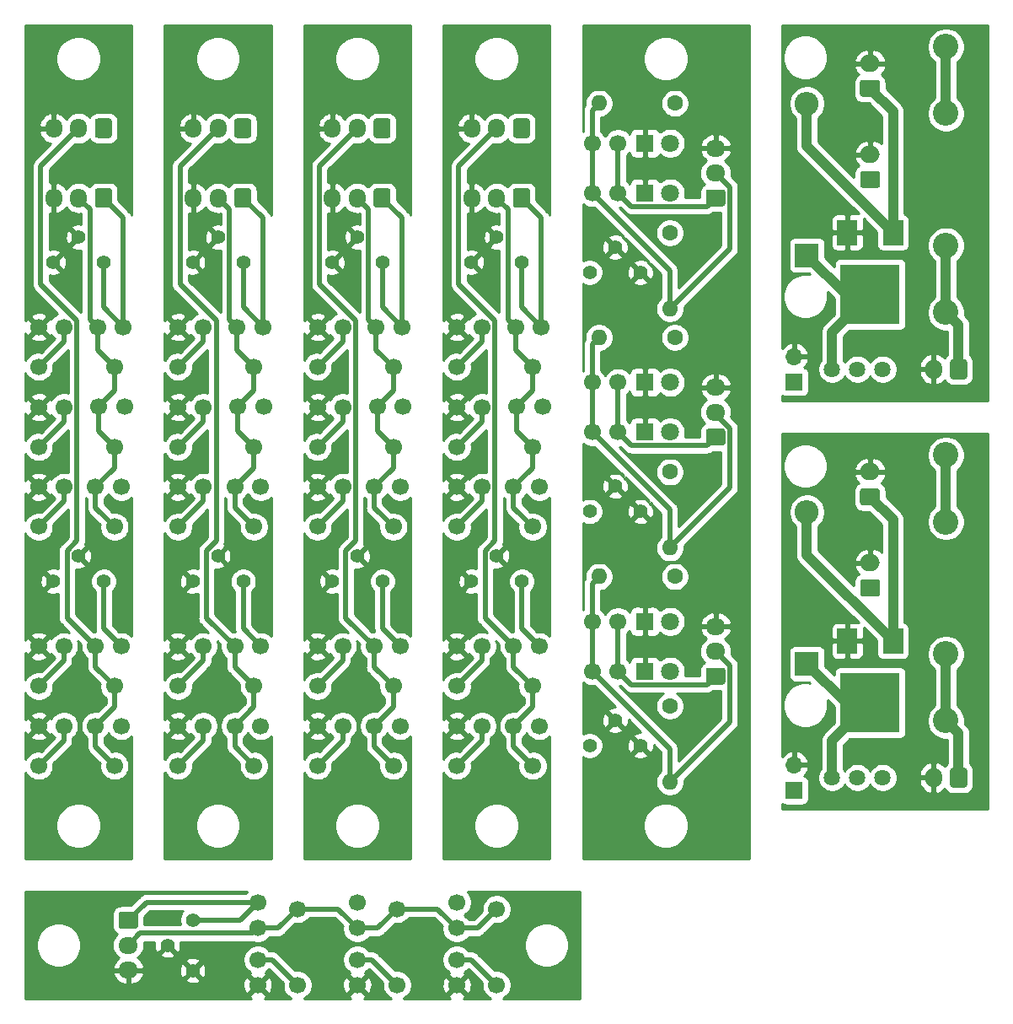
<source format=gtl>
G04 #@! TF.GenerationSoftware,KiCad,Pcbnew,(5.1.8)-1*
G04 #@! TF.CreationDate,2021-05-15T16:38:38+09:00*
G04 #@! TF.ProjectId,test,74657374-2e6b-4696-9361-645f70636258,rev?*
G04 #@! TF.SameCoordinates,PX4c4b400PY8954400*
G04 #@! TF.FileFunction,Copper,L1,Top*
G04 #@! TF.FilePolarity,Positive*
%FSLAX46Y46*%
G04 Gerber Fmt 4.6, Leading zero omitted, Abs format (unit mm)*
G04 Created by KiCad (PCBNEW (5.1.8)-1) date 2021-05-15 16:38:38*
%MOMM*%
%LPD*%
G01*
G04 APERTURE LIST*
G04 #@! TA.AperFunction,ComponentPad*
%ADD10C,2.550000*%
G04 #@! TD*
G04 #@! TA.AperFunction,ComponentPad*
%ADD11O,1.700000X2.000000*%
G04 #@! TD*
G04 #@! TA.AperFunction,SMDPad,CuDef*
%ADD12R,2.000000X2.500000*%
G04 #@! TD*
G04 #@! TA.AperFunction,SMDPad,CuDef*
%ADD13R,6.000000X6.000000*%
G04 #@! TD*
G04 #@! TA.AperFunction,ComponentPad*
%ADD14O,1.700000X1.700000*%
G04 #@! TD*
G04 #@! TA.AperFunction,ComponentPad*
%ADD15R,1.700000X1.700000*%
G04 #@! TD*
G04 #@! TA.AperFunction,ComponentPad*
%ADD16O,2.000000X1.700000*%
G04 #@! TD*
G04 #@! TA.AperFunction,ComponentPad*
%ADD17O,2.400000X2.400000*%
G04 #@! TD*
G04 #@! TA.AperFunction,ComponentPad*
%ADD18R,2.400000X2.400000*%
G04 #@! TD*
G04 #@! TA.AperFunction,ComponentPad*
%ADD19C,1.635000*%
G04 #@! TD*
G04 #@! TA.AperFunction,ComponentPad*
%ADD20C,1.700000*%
G04 #@! TD*
G04 #@! TA.AperFunction,ComponentPad*
%ADD21O,1.700000X1.950000*%
G04 #@! TD*
G04 #@! TA.AperFunction,ComponentPad*
%ADD22C,1.400000*%
G04 #@! TD*
G04 #@! TA.AperFunction,ComponentPad*
%ADD23O,1.950000X1.700000*%
G04 #@! TD*
G04 #@! TA.AperFunction,ComponentPad*
%ADD24C,1.800000*%
G04 #@! TD*
G04 #@! TA.AperFunction,ComponentPad*
%ADD25R,1.800000X1.800000*%
G04 #@! TD*
G04 #@! TA.AperFunction,ComponentPad*
%ADD26O,1.600000X1.600000*%
G04 #@! TD*
G04 #@! TA.AperFunction,ComponentPad*
%ADD27C,1.600000*%
G04 #@! TD*
G04 #@! TA.AperFunction,ViaPad*
%ADD28C,0.800000*%
G04 #@! TD*
G04 #@! TA.AperFunction,Conductor*
%ADD29C,0.500000*%
G04 #@! TD*
G04 #@! TA.AperFunction,Conductor*
%ADD30C,1.000000*%
G04 #@! TD*
G04 #@! TA.AperFunction,NonConductor*
%ADD31C,0.254000*%
G04 #@! TD*
G04 #@! TA.AperFunction,NonConductor*
%ADD32C,0.100000*%
G04 #@! TD*
G04 APERTURE END LIST*
D10*
X93145000Y28525000D03*
X93145000Y35225000D03*
D11*
X91915000Y22810000D03*
G04 #@! TA.AperFunction,ComponentPad*
G36*
G01*
X95265000Y23560000D02*
X95265000Y22060000D01*
G75*
G02*
X95015000Y21810000I-250000J0D01*
G01*
X93815000Y21810000D01*
G75*
G02*
X93565000Y22060000I0J250000D01*
G01*
X93565000Y23560000D01*
G75*
G02*
X93815000Y23810000I250000J0D01*
G01*
X95015000Y23810000D01*
G75*
G02*
X95265000Y23560000I0J-250000D01*
G01*
G37*
G04 #@! TD.AperFunction*
D12*
X83225000Y36535000D03*
X87825000Y36535000D03*
D13*
X85525000Y30335000D03*
D14*
X77905000Y24080000D03*
D15*
X77905000Y21540000D03*
G04 #@! TA.AperFunction,ComponentPad*
G36*
G01*
X86250000Y50154000D02*
X84750000Y50154000D01*
G75*
G02*
X84500000Y50404000I0J250000D01*
G01*
X84500000Y51604000D01*
G75*
G02*
X84750000Y51854000I250000J0D01*
G01*
X86250000Y51854000D01*
G75*
G02*
X86500000Y51604000I0J-250000D01*
G01*
X86500000Y50404000D01*
G75*
G02*
X86250000Y50154000I-250000J0D01*
G01*
G37*
G04 #@! TD.AperFunction*
D16*
X85500000Y53504000D03*
D17*
X79175000Y49480000D03*
D18*
X79175000Y34240000D03*
D10*
X93145000Y55195000D03*
X93145000Y48495000D03*
D19*
X86795000Y22810000D03*
X84255000Y22810000D03*
X81715000Y22810000D03*
D16*
X85525000Y44360000D03*
G04 #@! TA.AperFunction,ComponentPad*
G36*
G01*
X86275000Y41010000D02*
X84775000Y41010000D01*
G75*
G02*
X84525000Y41260000I0J250000D01*
G01*
X84525000Y42460000D01*
G75*
G02*
X84775000Y42710000I250000J0D01*
G01*
X86275000Y42710000D01*
G75*
G02*
X86525000Y42460000I0J-250000D01*
G01*
X86525000Y41260000D01*
G75*
G02*
X86275000Y41010000I-250000J0D01*
G01*
G37*
G04 #@! TD.AperFunction*
D10*
X93145000Y69525000D03*
X93145000Y76225000D03*
D11*
X91915000Y63810000D03*
G04 #@! TA.AperFunction,ComponentPad*
G36*
G01*
X95265000Y64560000D02*
X95265000Y63060000D01*
G75*
G02*
X95015000Y62810000I-250000J0D01*
G01*
X93815000Y62810000D01*
G75*
G02*
X93565000Y63060000I0J250000D01*
G01*
X93565000Y64560000D01*
G75*
G02*
X93815000Y64810000I250000J0D01*
G01*
X95015000Y64810000D01*
G75*
G02*
X95265000Y64560000I0J-250000D01*
G01*
G37*
G04 #@! TD.AperFunction*
D12*
X83225000Y77535000D03*
X87825000Y77535000D03*
D13*
X85525000Y71335000D03*
D14*
X77905000Y65080000D03*
D15*
X77905000Y62540000D03*
G04 #@! TA.AperFunction,ComponentPad*
G36*
G01*
X86250000Y91154000D02*
X84750000Y91154000D01*
G75*
G02*
X84500000Y91404000I0J250000D01*
G01*
X84500000Y92604000D01*
G75*
G02*
X84750000Y92854000I250000J0D01*
G01*
X86250000Y92854000D01*
G75*
G02*
X86500000Y92604000I0J-250000D01*
G01*
X86500000Y91404000D01*
G75*
G02*
X86250000Y91154000I-250000J0D01*
G01*
G37*
G04 #@! TD.AperFunction*
D16*
X85500000Y94504000D03*
D17*
X79175000Y90480000D03*
D18*
X79175000Y75240000D03*
D10*
X93145000Y96195000D03*
X93145000Y89495000D03*
D19*
X86795000Y63810000D03*
X84255000Y63810000D03*
X81715000Y63810000D03*
D16*
X85525000Y85360000D03*
G04 #@! TA.AperFunction,ComponentPad*
G36*
G01*
X86275000Y82010000D02*
X84775000Y82010000D01*
G75*
G02*
X84525000Y82260000I0J250000D01*
G01*
X84525000Y83460000D01*
G75*
G02*
X84775000Y83710000I250000J0D01*
G01*
X86275000Y83710000D01*
G75*
G02*
X86525000Y83460000I0J-250000D01*
G01*
X86525000Y82260000D01*
G75*
G02*
X86275000Y82010000I-250000J0D01*
G01*
G37*
G04 #@! TD.AperFunction*
D20*
X52300000Y52000000D03*
X49700000Y52000000D03*
X44000000Y64050000D03*
X51620000Y64050000D03*
X49900000Y68050000D03*
X52500000Y68050000D03*
X49700000Y36000000D03*
X52300000Y36000000D03*
X46540000Y68050000D03*
X44000000Y68050000D03*
X44000000Y60000000D03*
X46540000Y60000000D03*
X46540000Y52000000D03*
X44000000Y52000000D03*
X51620000Y56000000D03*
X44000000Y56000000D03*
X44000000Y36000000D03*
X46540000Y36000000D03*
X52600000Y60050000D03*
X50000000Y60050000D03*
G04 #@! TA.AperFunction,ComponentPad*
G36*
G01*
X51350000Y88725000D02*
X51350000Y87275000D01*
G75*
G02*
X51100000Y87025000I-250000J0D01*
G01*
X49900000Y87025000D01*
G75*
G02*
X49650000Y87275000I0J250000D01*
G01*
X49650000Y88725000D01*
G75*
G02*
X49900000Y88975000I250000J0D01*
G01*
X51100000Y88975000D01*
G75*
G02*
X51350000Y88725000I0J-250000D01*
G01*
G37*
G04 #@! TD.AperFunction*
D21*
X48000000Y88000000D03*
X45500000Y88000000D03*
X45500000Y81000000D03*
X48000000Y81000000D03*
G04 #@! TA.AperFunction,ComponentPad*
G36*
G01*
X51350000Y81725000D02*
X51350000Y80275000D01*
G75*
G02*
X51100000Y80025000I-250000J0D01*
G01*
X49900000Y80025000D01*
G75*
G02*
X49650000Y80275000I0J250000D01*
G01*
X49650000Y81725000D01*
G75*
G02*
X49900000Y81975000I250000J0D01*
G01*
X51100000Y81975000D01*
G75*
G02*
X51350000Y81725000I0J-250000D01*
G01*
G37*
G04 #@! TD.AperFunction*
D20*
X44000000Y32000000D03*
X51620000Y32000000D03*
X44000000Y28000000D03*
X46540000Y28000000D03*
X44000000Y24000000D03*
X51620000Y24000000D03*
X52300000Y28000000D03*
X49700000Y28000000D03*
X51620000Y48000000D03*
X44000000Y48000000D03*
D22*
X45460000Y74530000D03*
X48000000Y77070000D03*
X50540000Y74530000D03*
X50540000Y42530000D03*
X48000000Y45070000D03*
X45460000Y42530000D03*
D20*
X44000000Y7700000D03*
X44000000Y10300000D03*
X38000000Y2000000D03*
X38000000Y9620000D03*
X34000000Y2000000D03*
X34000000Y4540000D03*
X24000000Y4540000D03*
X24000000Y2000000D03*
D23*
X11000000Y3500000D03*
X11000000Y6000000D03*
G04 #@! TA.AperFunction,ComponentPad*
G36*
G01*
X10275000Y9350000D02*
X11725000Y9350000D01*
G75*
G02*
X11975000Y9100000I0J-250000D01*
G01*
X11975000Y7900000D01*
G75*
G02*
X11725000Y7650000I-250000J0D01*
G01*
X10275000Y7650000D01*
G75*
G02*
X10025000Y7900000I0J250000D01*
G01*
X10025000Y9100000D01*
G75*
G02*
X10275000Y9350000I250000J0D01*
G01*
G37*
G04 #@! TD.AperFunction*
D20*
X48000000Y9620000D03*
X48000000Y2000000D03*
X28000000Y9620000D03*
X28000000Y2000000D03*
X34000000Y10300000D03*
X34000000Y7700000D03*
X24000000Y7700000D03*
X24000000Y10300000D03*
X44000000Y4540000D03*
X44000000Y2000000D03*
D22*
X17470000Y3460000D03*
X14930000Y6000000D03*
X17470000Y8540000D03*
D24*
X65440000Y62500000D03*
D25*
X62900000Y62500000D03*
X62900000Y33500000D03*
D24*
X65440000Y33500000D03*
D23*
X70000000Y86000000D03*
X70000000Y83500000D03*
G04 #@! TA.AperFunction,ComponentPad*
G36*
G01*
X70725000Y80150000D02*
X69275000Y80150000D01*
G75*
G02*
X69025000Y80400000I0J250000D01*
G01*
X69025000Y81600000D01*
G75*
G02*
X69275000Y81850000I250000J0D01*
G01*
X70725000Y81850000D01*
G75*
G02*
X70975000Y81600000I0J-250000D01*
G01*
X70975000Y80400000D01*
G75*
G02*
X70725000Y80150000I-250000J0D01*
G01*
G37*
G04 #@! TD.AperFunction*
D24*
X65440000Y81500000D03*
D25*
X62900000Y81500000D03*
D24*
X65440000Y38500000D03*
D25*
X62900000Y38500000D03*
X62900000Y86500000D03*
D24*
X65440000Y86500000D03*
D25*
X62900000Y57500000D03*
D24*
X65440000Y57500000D03*
D20*
X57600000Y62500000D03*
X60200000Y62500000D03*
X60200000Y81500000D03*
X57600000Y81500000D03*
X57600000Y86500000D03*
X60200000Y86500000D03*
D23*
X70000000Y38000000D03*
X70000000Y35500000D03*
G04 #@! TA.AperFunction,ComponentPad*
G36*
G01*
X70725000Y32150000D02*
X69275000Y32150000D01*
G75*
G02*
X69025000Y32400000I0J250000D01*
G01*
X69025000Y33600000D01*
G75*
G02*
X69275000Y33850000I250000J0D01*
G01*
X70725000Y33850000D01*
G75*
G02*
X70975000Y33600000I0J-250000D01*
G01*
X70975000Y32400000D01*
G75*
G02*
X70725000Y32150000I-250000J0D01*
G01*
G37*
G04 #@! TD.AperFunction*
G04 #@! TA.AperFunction,ComponentPad*
G36*
G01*
X70725000Y56150000D02*
X69275000Y56150000D01*
G75*
G02*
X69025000Y56400000I0J250000D01*
G01*
X69025000Y57600000D01*
G75*
G02*
X69275000Y57850000I250000J0D01*
G01*
X70725000Y57850000D01*
G75*
G02*
X70975000Y57600000I0J-250000D01*
G01*
X70975000Y56400000D01*
G75*
G02*
X70725000Y56150000I-250000J0D01*
G01*
G37*
G04 #@! TD.AperFunction*
X70000000Y59500000D03*
X70000000Y62000000D03*
D26*
X65400000Y45880000D03*
D27*
X65400000Y53500000D03*
D20*
X57600000Y38500000D03*
X60200000Y38500000D03*
D26*
X65400000Y22380000D03*
D27*
X65400000Y30000000D03*
D22*
X62440000Y26030000D03*
X59900000Y28570000D03*
X57360000Y26030000D03*
D20*
X60200000Y33500000D03*
X57600000Y33500000D03*
D22*
X62440000Y49530000D03*
X59900000Y52070000D03*
X57360000Y49530000D03*
X57360000Y73530000D03*
X59900000Y76070000D03*
X62440000Y73530000D03*
D26*
X58280000Y43000000D03*
D27*
X65900000Y43000000D03*
X65400000Y77500000D03*
D26*
X65400000Y69880000D03*
D27*
X65900000Y67000000D03*
D26*
X58280000Y67000000D03*
D27*
X65900000Y90500000D03*
D26*
X58280000Y90500000D03*
D20*
X60200000Y57500000D03*
X57600000Y57500000D03*
X30000000Y52000000D03*
X32540000Y52000000D03*
X36000000Y60050000D03*
X38600000Y60050000D03*
X30000000Y68050000D03*
X32540000Y68050000D03*
X38500000Y68050000D03*
X35900000Y68050000D03*
X32540000Y36000000D03*
X30000000Y36000000D03*
X30000000Y56000000D03*
X37620000Y56000000D03*
X32540000Y60000000D03*
X30000000Y60000000D03*
X37620000Y64050000D03*
X30000000Y64050000D03*
X35700000Y52000000D03*
X38300000Y52000000D03*
X38300000Y36000000D03*
X35700000Y36000000D03*
X30000000Y48000000D03*
X37620000Y48000000D03*
G04 #@! TA.AperFunction,ComponentPad*
G36*
G01*
X37350000Y81725000D02*
X37350000Y80275000D01*
G75*
G02*
X37100000Y80025000I-250000J0D01*
G01*
X35900000Y80025000D01*
G75*
G02*
X35650000Y80275000I0J250000D01*
G01*
X35650000Y81725000D01*
G75*
G02*
X35900000Y81975000I250000J0D01*
G01*
X37100000Y81975000D01*
G75*
G02*
X37350000Y81725000I0J-250000D01*
G01*
G37*
G04 #@! TD.AperFunction*
D21*
X34000000Y81000000D03*
X31500000Y81000000D03*
D22*
X36540000Y74530000D03*
X34000000Y77070000D03*
X31460000Y74530000D03*
D20*
X35700000Y28000000D03*
X38300000Y28000000D03*
D22*
X31460000Y42530000D03*
X34000000Y45070000D03*
X36540000Y42530000D03*
D21*
X31500000Y88000000D03*
X34000000Y88000000D03*
G04 #@! TA.AperFunction,ComponentPad*
G36*
G01*
X37350000Y88725000D02*
X37350000Y87275000D01*
G75*
G02*
X37100000Y87025000I-250000J0D01*
G01*
X35900000Y87025000D01*
G75*
G02*
X35650000Y87275000I0J250000D01*
G01*
X35650000Y88725000D01*
G75*
G02*
X35900000Y88975000I250000J0D01*
G01*
X37100000Y88975000D01*
G75*
G02*
X37350000Y88725000I0J-250000D01*
G01*
G37*
G04 #@! TD.AperFunction*
D20*
X37620000Y24000000D03*
X30000000Y24000000D03*
X32540000Y28000000D03*
X30000000Y28000000D03*
X37620000Y32000000D03*
X30000000Y32000000D03*
X16000000Y52000000D03*
X18540000Y52000000D03*
X22000000Y60050000D03*
X24600000Y60050000D03*
X16000000Y68050000D03*
X18540000Y68050000D03*
X24500000Y68050000D03*
X21900000Y68050000D03*
X18540000Y36000000D03*
X16000000Y36000000D03*
X16000000Y56000000D03*
X23620000Y56000000D03*
X18540000Y60000000D03*
X16000000Y60000000D03*
X23620000Y64050000D03*
X16000000Y64050000D03*
X21700000Y52000000D03*
X24300000Y52000000D03*
X24300000Y36000000D03*
X21700000Y36000000D03*
X16000000Y48000000D03*
X23620000Y48000000D03*
G04 #@! TA.AperFunction,ComponentPad*
G36*
G01*
X23350000Y81725000D02*
X23350000Y80275000D01*
G75*
G02*
X23100000Y80025000I-250000J0D01*
G01*
X21900000Y80025000D01*
G75*
G02*
X21650000Y80275000I0J250000D01*
G01*
X21650000Y81725000D01*
G75*
G02*
X21900000Y81975000I250000J0D01*
G01*
X23100000Y81975000D01*
G75*
G02*
X23350000Y81725000I0J-250000D01*
G01*
G37*
G04 #@! TD.AperFunction*
D21*
X20000000Y81000000D03*
X17500000Y81000000D03*
D22*
X22540000Y74530000D03*
X20000000Y77070000D03*
X17460000Y74530000D03*
D20*
X21700000Y28000000D03*
X24300000Y28000000D03*
D22*
X17460000Y42530000D03*
X20000000Y45070000D03*
X22540000Y42530000D03*
D21*
X17500000Y88000000D03*
X20000000Y88000000D03*
G04 #@! TA.AperFunction,ComponentPad*
G36*
G01*
X23350000Y88725000D02*
X23350000Y87275000D01*
G75*
G02*
X23100000Y87025000I-250000J0D01*
G01*
X21900000Y87025000D01*
G75*
G02*
X21650000Y87275000I0J250000D01*
G01*
X21650000Y88725000D01*
G75*
G02*
X21900000Y88975000I250000J0D01*
G01*
X23100000Y88975000D01*
G75*
G02*
X23350000Y88725000I0J-250000D01*
G01*
G37*
G04 #@! TD.AperFunction*
D20*
X23620000Y24000000D03*
X16000000Y24000000D03*
X18540000Y28000000D03*
X16000000Y28000000D03*
X23620000Y32000000D03*
X16000000Y32000000D03*
X2000000Y52000000D03*
X4540000Y52000000D03*
X8000000Y60050000D03*
X10600000Y60050000D03*
X2000000Y68050000D03*
X4540000Y68050000D03*
X10500000Y68050000D03*
X7900000Y68050000D03*
X4540000Y36000000D03*
X2000000Y36000000D03*
X2000000Y56000000D03*
X9620000Y56000000D03*
X4540000Y60000000D03*
X2000000Y60000000D03*
X9620000Y64050000D03*
X2000000Y64050000D03*
X7700000Y52000000D03*
X10300000Y52000000D03*
X10300000Y36000000D03*
X7700000Y36000000D03*
X2000000Y48000000D03*
X9620000Y48000000D03*
G04 #@! TA.AperFunction,ComponentPad*
G36*
G01*
X9350000Y81725000D02*
X9350000Y80275000D01*
G75*
G02*
X9100000Y80025000I-250000J0D01*
G01*
X7900000Y80025000D01*
G75*
G02*
X7650000Y80275000I0J250000D01*
G01*
X7650000Y81725000D01*
G75*
G02*
X7900000Y81975000I250000J0D01*
G01*
X9100000Y81975000D01*
G75*
G02*
X9350000Y81725000I0J-250000D01*
G01*
G37*
G04 #@! TD.AperFunction*
D21*
X6000000Y81000000D03*
X3500000Y81000000D03*
D22*
X8540000Y74530000D03*
X6000000Y77070000D03*
X3460000Y74530000D03*
D20*
X7700000Y28000000D03*
X10300000Y28000000D03*
D22*
X3460000Y42530000D03*
X6000000Y45070000D03*
X8540000Y42530000D03*
D21*
X3500000Y88000000D03*
X6000000Y88000000D03*
G04 #@! TA.AperFunction,ComponentPad*
G36*
G01*
X9350000Y88725000D02*
X9350000Y87275000D01*
G75*
G02*
X9100000Y87025000I-250000J0D01*
G01*
X7900000Y87025000D01*
G75*
G02*
X7650000Y87275000I0J250000D01*
G01*
X7650000Y88725000D01*
G75*
G02*
X7900000Y88975000I250000J0D01*
G01*
X9100000Y88975000D01*
G75*
G02*
X9350000Y88725000I0J-250000D01*
G01*
G37*
G04 #@! TD.AperFunction*
D20*
X9620000Y24000000D03*
X2000000Y24000000D03*
X4540000Y28000000D03*
X2000000Y28000000D03*
X9620000Y32000000D03*
X2000000Y32000000D03*
D28*
X10000000Y45000000D03*
X24000000Y45000000D03*
X38000000Y45000000D03*
X68000000Y53000000D03*
X68000000Y29000000D03*
X68000000Y77000000D03*
X14000000Y9000000D03*
X52000000Y45000000D03*
D29*
X4540000Y66590000D02*
X2000000Y64050000D01*
X4540000Y68050000D02*
X4540000Y66590000D01*
X4540000Y60000000D02*
X4540000Y58540000D01*
X4540000Y58540000D02*
X2000000Y56000000D01*
X4540000Y50540000D02*
X2000000Y48000000D01*
X4540000Y52000000D02*
X4540000Y50540000D01*
X4540000Y34540000D02*
X2000000Y32000000D01*
X4540000Y36000000D02*
X4540000Y34540000D01*
X4540000Y28000000D02*
X4540000Y26540000D01*
X4540000Y26540000D02*
X2000000Y24000000D01*
X8540000Y37760000D02*
X10300000Y36000000D01*
X8540000Y42530000D02*
X8540000Y37760000D01*
X2199990Y72314012D02*
X5840001Y68674001D01*
X7700000Y33920000D02*
X9620000Y32000000D01*
X7700000Y36000000D02*
X7700000Y33920000D01*
X9620000Y29920000D02*
X7700000Y28000000D01*
X7700000Y28000000D02*
X7700000Y25920000D01*
X4849999Y38850001D02*
X7700000Y36000000D01*
X4849999Y45622001D02*
X4849999Y38850001D01*
X7700000Y25920000D02*
X9620000Y24000000D01*
X5840001Y46612003D02*
X4849999Y45622001D01*
X9620000Y32000000D02*
X9620000Y29920000D01*
X5840001Y68674001D02*
X5840001Y46612003D01*
X2199990Y84199990D02*
X2199990Y72314012D01*
X6000000Y88000000D02*
X2199990Y84199990D01*
X7900000Y65770000D02*
X9620000Y64050000D01*
X8000000Y60050000D02*
X8000000Y57620000D01*
X9620000Y53920000D02*
X7700000Y52000000D01*
X9620000Y56000000D02*
X9620000Y53920000D01*
X7700000Y49920000D02*
X9620000Y48000000D01*
X9620000Y61670000D02*
X8000000Y60050000D01*
X7900000Y68050000D02*
X7900000Y65770000D01*
X9620000Y64050000D02*
X9620000Y61670000D01*
X8000000Y57620000D02*
X9620000Y56000000D01*
X7150001Y79849999D02*
X7150001Y68799999D01*
X7150001Y68799999D02*
X7900000Y68050000D01*
X6000000Y81000000D02*
X7150001Y79849999D01*
X7700000Y52000000D02*
X7700000Y49920000D01*
X8540000Y70010000D02*
X10500000Y68050000D01*
X10500000Y68050000D02*
X10500000Y79000000D01*
X10500000Y79000000D02*
X8500000Y81000000D01*
X8540000Y74530000D02*
X8540000Y70010000D01*
X18540000Y66590000D02*
X16000000Y64050000D01*
X18540000Y68050000D02*
X18540000Y66590000D01*
X18540000Y60000000D02*
X18540000Y58540000D01*
X18540000Y58540000D02*
X16000000Y56000000D01*
X18540000Y50540000D02*
X16000000Y48000000D01*
X18540000Y52000000D02*
X18540000Y50540000D01*
X18540000Y34540000D02*
X16000000Y32000000D01*
X18540000Y36000000D02*
X18540000Y34540000D01*
X18540000Y28000000D02*
X18540000Y26540000D01*
X18540000Y26540000D02*
X16000000Y24000000D01*
X22540000Y37760000D02*
X24300000Y36000000D01*
X22540000Y42530000D02*
X22540000Y37760000D01*
X16199990Y72314012D02*
X19840001Y68674001D01*
X21700000Y33920000D02*
X23620000Y32000000D01*
X21700000Y36000000D02*
X21700000Y33920000D01*
X23620000Y29920000D02*
X21700000Y28000000D01*
X21700000Y28000000D02*
X21700000Y25920000D01*
X18849999Y38850001D02*
X21700000Y36000000D01*
X18849999Y45622001D02*
X18849999Y38850001D01*
X21700000Y25920000D02*
X23620000Y24000000D01*
X19840001Y46612003D02*
X18849999Y45622001D01*
X23620000Y32000000D02*
X23620000Y29920000D01*
X19840001Y68674001D02*
X19840001Y46612003D01*
X16199990Y84199990D02*
X16199990Y72314012D01*
X20000000Y88000000D02*
X16199990Y84199990D01*
X21900000Y65770000D02*
X23620000Y64050000D01*
X22000000Y60050000D02*
X22000000Y57620000D01*
X23620000Y53920000D02*
X21700000Y52000000D01*
X23620000Y56000000D02*
X23620000Y53920000D01*
X21700000Y49920000D02*
X23620000Y48000000D01*
X23620000Y61670000D02*
X22000000Y60050000D01*
X21900000Y68050000D02*
X21900000Y65770000D01*
X23620000Y64050000D02*
X23620000Y61670000D01*
X22000000Y57620000D02*
X23620000Y56000000D01*
X21150001Y79849999D02*
X21150001Y68799999D01*
X21150001Y68799999D02*
X21900000Y68050000D01*
X20000000Y81000000D02*
X21150001Y79849999D01*
X21700000Y52000000D02*
X21700000Y49920000D01*
X22540000Y70010000D02*
X24500000Y68050000D01*
X24500000Y68050000D02*
X24500000Y79000000D01*
X24500000Y79000000D02*
X22500000Y81000000D01*
X22540000Y74530000D02*
X22540000Y70010000D01*
X32540000Y66590000D02*
X30000000Y64050000D01*
X32540000Y68050000D02*
X32540000Y66590000D01*
X32540000Y60000000D02*
X32540000Y58540000D01*
X32540000Y58540000D02*
X30000000Y56000000D01*
X32540000Y50540000D02*
X30000000Y48000000D01*
X32540000Y52000000D02*
X32540000Y50540000D01*
X32540000Y34540000D02*
X30000000Y32000000D01*
X32540000Y36000000D02*
X32540000Y34540000D01*
X32540000Y28000000D02*
X32540000Y26540000D01*
X32540000Y26540000D02*
X30000000Y24000000D01*
X36540000Y37760000D02*
X38300000Y36000000D01*
X36540000Y42530000D02*
X36540000Y37760000D01*
X30199990Y72314012D02*
X33840001Y68674001D01*
X35700000Y33920000D02*
X37620000Y32000000D01*
X35700000Y36000000D02*
X35700000Y33920000D01*
X37620000Y29920000D02*
X35700000Y28000000D01*
X35700000Y28000000D02*
X35700000Y25920000D01*
X32849999Y38850001D02*
X35700000Y36000000D01*
X32849999Y45622001D02*
X32849999Y38850001D01*
X35700000Y25920000D02*
X37620000Y24000000D01*
X33840001Y46612003D02*
X32849999Y45622001D01*
X37620000Y32000000D02*
X37620000Y29920000D01*
X33840001Y68674001D02*
X33840001Y46612003D01*
X30199990Y84199990D02*
X30199990Y72314012D01*
X34000000Y88000000D02*
X30199990Y84199990D01*
X35900000Y65770000D02*
X37620000Y64050000D01*
X36000000Y60050000D02*
X36000000Y57620000D01*
X37620000Y53920000D02*
X35700000Y52000000D01*
X37620000Y56000000D02*
X37620000Y53920000D01*
X35700000Y49920000D02*
X37620000Y48000000D01*
X37620000Y61670000D02*
X36000000Y60050000D01*
X35900000Y68050000D02*
X35900000Y65770000D01*
X37620000Y64050000D02*
X37620000Y61670000D01*
X36000000Y57620000D02*
X37620000Y56000000D01*
X35150001Y79849999D02*
X35150001Y68799999D01*
X35150001Y68799999D02*
X35900000Y68050000D01*
X34000000Y81000000D02*
X35150001Y79849999D01*
X35700000Y52000000D02*
X35700000Y49920000D01*
X36540000Y70010000D02*
X38500000Y68050000D01*
X38500000Y68050000D02*
X38500000Y79000000D01*
X38500000Y79000000D02*
X36500000Y81000000D01*
X36540000Y74530000D02*
X36540000Y70010000D01*
X61550001Y80149999D02*
X60200000Y81500000D01*
X69149999Y80149999D02*
X61550001Y80149999D01*
X70000000Y81000000D02*
X69149999Y80149999D01*
X60200000Y81500000D02*
X60200000Y86500000D01*
X57600000Y81500000D02*
X57600000Y86500000D01*
X57600000Y89820000D02*
X58280000Y90500000D01*
X65400000Y73700000D02*
X65400000Y69880000D01*
X57600000Y86500000D02*
X57600000Y89820000D01*
X70000000Y83500000D02*
X71425010Y82074990D01*
X57600000Y81500000D02*
X65400000Y73700000D01*
X71425010Y82074990D02*
X71425010Y75905010D01*
X71425010Y75905010D02*
X65400000Y69880000D01*
X57600000Y57500000D02*
X57600000Y62500000D01*
X57600000Y66320000D02*
X58280000Y67000000D01*
X57600000Y62500000D02*
X57600000Y66320000D01*
X65400000Y49700000D02*
X65400000Y45880000D01*
X71425010Y51905010D02*
X65400000Y45880000D01*
X57600000Y57500000D02*
X65400000Y49700000D01*
X70000000Y59314966D02*
X71425010Y57889956D01*
X71425010Y57889956D02*
X71425010Y51905010D01*
X70000000Y59500000D02*
X70000000Y59314966D01*
X70000000Y57000000D02*
X69149999Y56149999D01*
X60200000Y57500000D02*
X60200000Y62500000D01*
X61550001Y56149999D02*
X60200000Y57500000D01*
X69149999Y56149999D02*
X61550001Y56149999D01*
X60200000Y38500000D02*
X60200000Y33500000D01*
X61550001Y32149999D02*
X69149999Y32149999D01*
X60200000Y33500000D02*
X61550001Y32149999D01*
X69149999Y32149999D02*
X70000000Y33000000D01*
X71425010Y28405010D02*
X65400000Y22380000D01*
X71425010Y34074990D02*
X71425010Y28405010D01*
X65400000Y25700000D02*
X65400000Y22380000D01*
X57600000Y33500000D02*
X65400000Y25700000D01*
X57600000Y38500000D02*
X57600000Y42320000D01*
X57600000Y33500000D02*
X57600000Y38500000D01*
X70000000Y35500000D02*
X71425010Y34074990D01*
X57600000Y42320000D02*
X58280000Y43000000D01*
X24000000Y4540000D02*
X25460000Y4540000D01*
X25460000Y4540000D02*
X28000000Y2000000D01*
X35460000Y4540000D02*
X38000000Y2000000D01*
X34000000Y4540000D02*
X35460000Y4540000D01*
X45460000Y4540000D02*
X48000000Y2000000D01*
X44000000Y4540000D02*
X45460000Y4540000D01*
X22240000Y8540000D02*
X24000000Y10300000D01*
X17470000Y8540000D02*
X22240000Y8540000D01*
X24000000Y10300000D02*
X12800000Y10300000D01*
X12800000Y10300000D02*
X11000000Y8500000D01*
X26080000Y7700000D02*
X28000000Y9620000D01*
X32080000Y9620000D02*
X34000000Y7700000D01*
X28000000Y9620000D02*
X32080000Y9620000D01*
X24000000Y7700000D02*
X26080000Y7700000D01*
X36080000Y7700000D02*
X38000000Y9620000D01*
X34000000Y7700000D02*
X36080000Y7700000D01*
X42080000Y9620000D02*
X44000000Y7700000D01*
X38000000Y9620000D02*
X42080000Y9620000D01*
X46080000Y7700000D02*
X48000000Y9620000D01*
X12199990Y7199990D02*
X11000000Y6000000D01*
X24000000Y7700000D02*
X23499990Y7199990D01*
X44000000Y7700000D02*
X46080000Y7700000D01*
X23499990Y7199990D02*
X12199990Y7199990D01*
X49700000Y36000000D02*
X49700000Y33920000D01*
X46540000Y36000000D02*
X46540000Y34540000D01*
X51620000Y29920000D02*
X49700000Y28000000D01*
X46540000Y50540000D02*
X44000000Y48000000D01*
X51620000Y56000000D02*
X51620000Y53920000D01*
X44199990Y72314012D02*
X47840001Y68674001D01*
X46540000Y66590000D02*
X44000000Y64050000D01*
X46540000Y58540000D02*
X44000000Y56000000D01*
X49700000Y49920000D02*
X51620000Y48000000D01*
X46540000Y60000000D02*
X46540000Y58540000D01*
X49900000Y65770000D02*
X51620000Y64050000D01*
X46540000Y68050000D02*
X46540000Y66590000D01*
X51620000Y53920000D02*
X49700000Y52000000D01*
X46540000Y34540000D02*
X44000000Y32000000D01*
X46540000Y52000000D02*
X46540000Y50540000D01*
X46540000Y28000000D02*
X46540000Y26540000D01*
X50000000Y60050000D02*
X50000000Y57620000D01*
X49700000Y33920000D02*
X51620000Y32000000D01*
X51620000Y64050000D02*
X51620000Y61670000D01*
X50540000Y42530000D02*
X50540000Y37760000D01*
X47840001Y46612003D02*
X46849999Y45622001D01*
X51620000Y32000000D02*
X51620000Y29920000D01*
X50540000Y37760000D02*
X52300000Y36000000D01*
X51620000Y61670000D02*
X50000000Y60050000D01*
X46849999Y45622001D02*
X46849999Y38850001D01*
X46849999Y38850001D02*
X49700000Y36000000D01*
X49900000Y68050000D02*
X49900000Y65770000D01*
X50000000Y57620000D02*
X51620000Y56000000D01*
X50540000Y70010000D02*
X52500000Y68050000D01*
X49150001Y79849999D02*
X49150001Y68799999D01*
X48000000Y81000000D02*
X49150001Y79849999D01*
X44199990Y84199990D02*
X44199990Y72314012D01*
X46540000Y26540000D02*
X44000000Y24000000D01*
X49700000Y25920000D02*
X51620000Y24000000D01*
X47840001Y68674001D02*
X47840001Y46612003D01*
X48000000Y88000000D02*
X44199990Y84199990D01*
X52500000Y68050000D02*
X52500000Y79000000D01*
X49700000Y28000000D02*
X49700000Y25920000D01*
X49150001Y68799999D02*
X49900000Y68050000D01*
X49700000Y52000000D02*
X49700000Y49920000D01*
X50540000Y74530000D02*
X50540000Y70010000D01*
X52500000Y79000000D02*
X50500000Y81000000D01*
D30*
X81715000Y63810000D02*
X81715000Y67525000D01*
X85525000Y71335000D02*
X83080000Y71335000D01*
X81715000Y67525000D02*
X85525000Y71335000D01*
X83080000Y71335000D02*
X79175000Y75240000D01*
X87825000Y77535000D02*
X87825000Y89679000D01*
X79175000Y86185000D02*
X87825000Y77535000D01*
X87825000Y89679000D02*
X85500000Y92004000D01*
X79175000Y90480000D02*
X79175000Y86185000D01*
X94415000Y63810000D02*
X94415000Y68255000D01*
X94415000Y68255000D02*
X93145000Y69525000D01*
X93145000Y69525000D02*
X93145000Y76225000D01*
X93145000Y89495000D02*
X93145000Y96195000D01*
X81715000Y22810000D02*
X81715000Y26525000D01*
X85525000Y30335000D02*
X83080000Y30335000D01*
X81715000Y26525000D02*
X85525000Y30335000D01*
X83080000Y30335000D02*
X79175000Y34240000D01*
X87825000Y36535000D02*
X87825000Y48679000D01*
X79175000Y45185000D02*
X87825000Y36535000D01*
X87825000Y48679000D02*
X85500000Y51004000D01*
X79175000Y49480000D02*
X79175000Y45185000D01*
X94415000Y22810000D02*
X94415000Y27255000D01*
X94415000Y27255000D02*
X93145000Y28525000D01*
X93145000Y28525000D02*
X93145000Y35225000D01*
X93145000Y48495000D02*
X93145000Y55195000D01*
D31*
X6229461Y36218960D02*
X6215000Y36146260D01*
X6215000Y35853740D01*
X6272068Y35566842D01*
X6384010Y35296589D01*
X6546525Y35053368D01*
X6753368Y34846525D01*
X6815001Y34805343D01*
X6815001Y33963479D01*
X6810719Y33920000D01*
X6827805Y33746510D01*
X6878412Y33579687D01*
X6960590Y33425941D01*
X7043468Y33324954D01*
X7043471Y33324951D01*
X7071184Y33291183D01*
X7104951Y33263471D01*
X8149461Y32218960D01*
X8135000Y32146260D01*
X8135000Y31853740D01*
X8192068Y31566842D01*
X8304010Y31296589D01*
X8466525Y31053368D01*
X8673368Y30846525D01*
X8735001Y30805343D01*
X8735001Y30286580D01*
X7918960Y29470539D01*
X7846260Y29485000D01*
X7553740Y29485000D01*
X7266842Y29427932D01*
X6996589Y29315990D01*
X6753368Y29153475D01*
X6546525Y28946632D01*
X6384010Y28703411D01*
X6272068Y28433158D01*
X6215000Y28146260D01*
X6215000Y27853740D01*
X6272068Y27566842D01*
X6384010Y27296589D01*
X6546525Y27053368D01*
X6753368Y26846525D01*
X6815001Y26805343D01*
X6815001Y25963479D01*
X6810719Y25920000D01*
X6827805Y25746510D01*
X6878412Y25579687D01*
X6960590Y25425941D01*
X7043468Y25324954D01*
X7043471Y25324951D01*
X7071184Y25291183D01*
X7104951Y25263471D01*
X8149461Y24218960D01*
X8135000Y24146260D01*
X8135000Y23853740D01*
X8192068Y23566842D01*
X8304010Y23296589D01*
X8466525Y23053368D01*
X8673368Y22846525D01*
X8916589Y22684010D01*
X9186842Y22572068D01*
X9473740Y22515000D01*
X9766260Y22515000D01*
X10053158Y22572068D01*
X10323411Y22684010D01*
X10566632Y22846525D01*
X10773475Y23053368D01*
X10935990Y23296589D01*
X11047932Y23566842D01*
X11105000Y23853740D01*
X11105000Y24146260D01*
X11047932Y24433158D01*
X10935990Y24703411D01*
X10773475Y24946632D01*
X10566632Y25153475D01*
X10323411Y25315990D01*
X10053158Y25427932D01*
X9766260Y25485000D01*
X9473740Y25485000D01*
X9401040Y25470539D01*
X8585000Y26286578D01*
X8585000Y26805344D01*
X8646632Y26846525D01*
X8853475Y27053368D01*
X9000000Y27272658D01*
X9146525Y27053368D01*
X9353368Y26846525D01*
X9596589Y26684010D01*
X9866842Y26572068D01*
X10153740Y26515000D01*
X10446260Y26515000D01*
X10733158Y26572068D01*
X11003411Y26684010D01*
X11246632Y26846525D01*
X11340001Y26939894D01*
X11340001Y14660000D01*
X660000Y14660000D01*
X660000Y18223785D01*
X3727872Y18223785D01*
X3727872Y17776215D01*
X3815188Y17337245D01*
X3986466Y16923744D01*
X4235123Y16551603D01*
X4551603Y16235123D01*
X4923744Y15986466D01*
X5337245Y15815188D01*
X5776215Y15727872D01*
X6223785Y15727872D01*
X6662755Y15815188D01*
X7076256Y15986466D01*
X7448397Y16235123D01*
X7764877Y16551603D01*
X8013534Y16923744D01*
X8184812Y17337245D01*
X8272128Y17776215D01*
X8272128Y18223785D01*
X8184812Y18662755D01*
X8013534Y19076256D01*
X7764877Y19448397D01*
X7448397Y19764877D01*
X7076256Y20013534D01*
X6662755Y20184812D01*
X6223785Y20272128D01*
X5776215Y20272128D01*
X5337245Y20184812D01*
X4923744Y20013534D01*
X4551603Y19764877D01*
X4235123Y19448397D01*
X3986466Y19076256D01*
X3815188Y18662755D01*
X3727872Y18223785D01*
X660000Y18223785D01*
X660000Y23354555D01*
X684010Y23296589D01*
X846525Y23053368D01*
X1053368Y22846525D01*
X1296589Y22684010D01*
X1566842Y22572068D01*
X1853740Y22515000D01*
X2146260Y22515000D01*
X2433158Y22572068D01*
X2703411Y22684010D01*
X2946632Y22846525D01*
X3153475Y23053368D01*
X3315990Y23296589D01*
X3427932Y23566842D01*
X3485000Y23853740D01*
X3485000Y24146260D01*
X3470539Y24218961D01*
X5135049Y25883470D01*
X5168817Y25911183D01*
X5279411Y26045941D01*
X5361589Y26199687D01*
X5412195Y26366510D01*
X5425000Y26496523D01*
X5425000Y26496533D01*
X5429281Y26539999D01*
X5425000Y26583465D01*
X5425000Y26805344D01*
X5486632Y26846525D01*
X5693475Y27053368D01*
X5855990Y27296589D01*
X5967932Y27566842D01*
X6025000Y27853740D01*
X6025000Y28146260D01*
X5967932Y28433158D01*
X5855990Y28703411D01*
X5693475Y28946632D01*
X5486632Y29153475D01*
X5243411Y29315990D01*
X4973158Y29427932D01*
X4686260Y29485000D01*
X4393740Y29485000D01*
X4106842Y29427932D01*
X3836589Y29315990D01*
X3593368Y29153475D01*
X3386525Y28946632D01*
X3270689Y28773271D01*
X3028397Y28848792D01*
X2179605Y28000000D01*
X3028397Y27151208D01*
X3270689Y27226729D01*
X3386525Y27053368D01*
X3593368Y26846525D01*
X3594314Y26845893D01*
X2218961Y25470539D01*
X2146260Y25485000D01*
X1853740Y25485000D01*
X1566842Y25427932D01*
X1296589Y25315990D01*
X1053368Y25153475D01*
X846525Y24946632D01*
X684010Y24703411D01*
X660000Y24645445D01*
X660000Y26971603D01*
X1151208Y26971603D01*
X1228843Y26722528D01*
X1492883Y26596629D01*
X1776411Y26524661D01*
X2068531Y26509389D01*
X2358019Y26551401D01*
X2633747Y26649081D01*
X2771157Y26722528D01*
X2848792Y26971603D01*
X2000000Y27820395D01*
X1151208Y26971603D01*
X660000Y26971603D01*
X660000Y27345825D01*
X722528Y27228843D01*
X971603Y27151208D01*
X1820395Y28000000D01*
X971603Y28848792D01*
X722528Y28771157D01*
X660000Y28640021D01*
X660000Y29028397D01*
X1151208Y29028397D01*
X2000000Y28179605D01*
X2848792Y29028397D01*
X2771157Y29277472D01*
X2507117Y29403371D01*
X2223589Y29475339D01*
X1931469Y29490611D01*
X1641981Y29448599D01*
X1366253Y29350919D01*
X1228843Y29277472D01*
X1151208Y29028397D01*
X660000Y29028397D01*
X660000Y31354555D01*
X684010Y31296589D01*
X846525Y31053368D01*
X1053368Y30846525D01*
X1296589Y30684010D01*
X1566842Y30572068D01*
X1853740Y30515000D01*
X2146260Y30515000D01*
X2433158Y30572068D01*
X2703411Y30684010D01*
X2946632Y30846525D01*
X3153475Y31053368D01*
X3315990Y31296589D01*
X3427932Y31566842D01*
X3485000Y31853740D01*
X3485000Y32146260D01*
X3470539Y32218961D01*
X5135049Y33883470D01*
X5168817Y33911183D01*
X5279411Y34045941D01*
X5361589Y34199687D01*
X5412195Y34366510D01*
X5425000Y34496523D01*
X5425000Y34496533D01*
X5429281Y34539999D01*
X5425000Y34583465D01*
X5425000Y34805344D01*
X5486632Y34846525D01*
X5693475Y35053368D01*
X5855990Y35296589D01*
X5967932Y35566842D01*
X6025000Y35853740D01*
X6025000Y36146260D01*
X5967932Y36433158D01*
X5934464Y36513958D01*
X6229461Y36218960D01*
G04 #@! TA.AperFunction,NonConductor*
D32*
G36*
X6229461Y36218960D02*
G01*
X6215000Y36146260D01*
X6215000Y35853740D01*
X6272068Y35566842D01*
X6384010Y35296589D01*
X6546525Y35053368D01*
X6753368Y34846525D01*
X6815001Y34805343D01*
X6815001Y33963479D01*
X6810719Y33920000D01*
X6827805Y33746510D01*
X6878412Y33579687D01*
X6960590Y33425941D01*
X7043468Y33324954D01*
X7043471Y33324951D01*
X7071184Y33291183D01*
X7104951Y33263471D01*
X8149461Y32218960D01*
X8135000Y32146260D01*
X8135000Y31853740D01*
X8192068Y31566842D01*
X8304010Y31296589D01*
X8466525Y31053368D01*
X8673368Y30846525D01*
X8735001Y30805343D01*
X8735001Y30286580D01*
X7918960Y29470539D01*
X7846260Y29485000D01*
X7553740Y29485000D01*
X7266842Y29427932D01*
X6996589Y29315990D01*
X6753368Y29153475D01*
X6546525Y28946632D01*
X6384010Y28703411D01*
X6272068Y28433158D01*
X6215000Y28146260D01*
X6215000Y27853740D01*
X6272068Y27566842D01*
X6384010Y27296589D01*
X6546525Y27053368D01*
X6753368Y26846525D01*
X6815001Y26805343D01*
X6815001Y25963479D01*
X6810719Y25920000D01*
X6827805Y25746510D01*
X6878412Y25579687D01*
X6960590Y25425941D01*
X7043468Y25324954D01*
X7043471Y25324951D01*
X7071184Y25291183D01*
X7104951Y25263471D01*
X8149461Y24218960D01*
X8135000Y24146260D01*
X8135000Y23853740D01*
X8192068Y23566842D01*
X8304010Y23296589D01*
X8466525Y23053368D01*
X8673368Y22846525D01*
X8916589Y22684010D01*
X9186842Y22572068D01*
X9473740Y22515000D01*
X9766260Y22515000D01*
X10053158Y22572068D01*
X10323411Y22684010D01*
X10566632Y22846525D01*
X10773475Y23053368D01*
X10935990Y23296589D01*
X11047932Y23566842D01*
X11105000Y23853740D01*
X11105000Y24146260D01*
X11047932Y24433158D01*
X10935990Y24703411D01*
X10773475Y24946632D01*
X10566632Y25153475D01*
X10323411Y25315990D01*
X10053158Y25427932D01*
X9766260Y25485000D01*
X9473740Y25485000D01*
X9401040Y25470539D01*
X8585000Y26286578D01*
X8585000Y26805344D01*
X8646632Y26846525D01*
X8853475Y27053368D01*
X9000000Y27272658D01*
X9146525Y27053368D01*
X9353368Y26846525D01*
X9596589Y26684010D01*
X9866842Y26572068D01*
X10153740Y26515000D01*
X10446260Y26515000D01*
X10733158Y26572068D01*
X11003411Y26684010D01*
X11246632Y26846525D01*
X11340001Y26939894D01*
X11340001Y14660000D01*
X660000Y14660000D01*
X660000Y18223785D01*
X3727872Y18223785D01*
X3727872Y17776215D01*
X3815188Y17337245D01*
X3986466Y16923744D01*
X4235123Y16551603D01*
X4551603Y16235123D01*
X4923744Y15986466D01*
X5337245Y15815188D01*
X5776215Y15727872D01*
X6223785Y15727872D01*
X6662755Y15815188D01*
X7076256Y15986466D01*
X7448397Y16235123D01*
X7764877Y16551603D01*
X8013534Y16923744D01*
X8184812Y17337245D01*
X8272128Y17776215D01*
X8272128Y18223785D01*
X8184812Y18662755D01*
X8013534Y19076256D01*
X7764877Y19448397D01*
X7448397Y19764877D01*
X7076256Y20013534D01*
X6662755Y20184812D01*
X6223785Y20272128D01*
X5776215Y20272128D01*
X5337245Y20184812D01*
X4923744Y20013534D01*
X4551603Y19764877D01*
X4235123Y19448397D01*
X3986466Y19076256D01*
X3815188Y18662755D01*
X3727872Y18223785D01*
X660000Y18223785D01*
X660000Y23354555D01*
X684010Y23296589D01*
X846525Y23053368D01*
X1053368Y22846525D01*
X1296589Y22684010D01*
X1566842Y22572068D01*
X1853740Y22515000D01*
X2146260Y22515000D01*
X2433158Y22572068D01*
X2703411Y22684010D01*
X2946632Y22846525D01*
X3153475Y23053368D01*
X3315990Y23296589D01*
X3427932Y23566842D01*
X3485000Y23853740D01*
X3485000Y24146260D01*
X3470539Y24218961D01*
X5135049Y25883470D01*
X5168817Y25911183D01*
X5279411Y26045941D01*
X5361589Y26199687D01*
X5412195Y26366510D01*
X5425000Y26496523D01*
X5425000Y26496533D01*
X5429281Y26539999D01*
X5425000Y26583465D01*
X5425000Y26805344D01*
X5486632Y26846525D01*
X5693475Y27053368D01*
X5855990Y27296589D01*
X5967932Y27566842D01*
X6025000Y27853740D01*
X6025000Y28146260D01*
X5967932Y28433158D01*
X5855990Y28703411D01*
X5693475Y28946632D01*
X5486632Y29153475D01*
X5243411Y29315990D01*
X4973158Y29427932D01*
X4686260Y29485000D01*
X4393740Y29485000D01*
X4106842Y29427932D01*
X3836589Y29315990D01*
X3593368Y29153475D01*
X3386525Y28946632D01*
X3270689Y28773271D01*
X3028397Y28848792D01*
X2179605Y28000000D01*
X3028397Y27151208D01*
X3270689Y27226729D01*
X3386525Y27053368D01*
X3593368Y26846525D01*
X3594314Y26845893D01*
X2218961Y25470539D01*
X2146260Y25485000D01*
X1853740Y25485000D01*
X1566842Y25427932D01*
X1296589Y25315990D01*
X1053368Y25153475D01*
X846525Y24946632D01*
X684010Y24703411D01*
X660000Y24645445D01*
X660000Y26971603D01*
X1151208Y26971603D01*
X1228843Y26722528D01*
X1492883Y26596629D01*
X1776411Y26524661D01*
X2068531Y26509389D01*
X2358019Y26551401D01*
X2633747Y26649081D01*
X2771157Y26722528D01*
X2848792Y26971603D01*
X2000000Y27820395D01*
X1151208Y26971603D01*
X660000Y26971603D01*
X660000Y27345825D01*
X722528Y27228843D01*
X971603Y27151208D01*
X1820395Y28000000D01*
X971603Y28848792D01*
X722528Y28771157D01*
X660000Y28640021D01*
X660000Y29028397D01*
X1151208Y29028397D01*
X2000000Y28179605D01*
X2848792Y29028397D01*
X2771157Y29277472D01*
X2507117Y29403371D01*
X2223589Y29475339D01*
X1931469Y29490611D01*
X1641981Y29448599D01*
X1366253Y29350919D01*
X1228843Y29277472D01*
X1151208Y29028397D01*
X660000Y29028397D01*
X660000Y31354555D01*
X684010Y31296589D01*
X846525Y31053368D01*
X1053368Y30846525D01*
X1296589Y30684010D01*
X1566842Y30572068D01*
X1853740Y30515000D01*
X2146260Y30515000D01*
X2433158Y30572068D01*
X2703411Y30684010D01*
X2946632Y30846525D01*
X3153475Y31053368D01*
X3315990Y31296589D01*
X3427932Y31566842D01*
X3485000Y31853740D01*
X3485000Y32146260D01*
X3470539Y32218961D01*
X5135049Y33883470D01*
X5168817Y33911183D01*
X5279411Y34045941D01*
X5361589Y34199687D01*
X5412195Y34366510D01*
X5425000Y34496523D01*
X5425000Y34496533D01*
X5429281Y34539999D01*
X5425000Y34583465D01*
X5425000Y34805344D01*
X5486632Y34846525D01*
X5693475Y35053368D01*
X5855990Y35296589D01*
X5967932Y35566842D01*
X6025000Y35853740D01*
X6025000Y36146260D01*
X5967932Y36433158D01*
X5934464Y36513958D01*
X6229461Y36218960D01*
G37*
G04 #@! TD.AperFunction*
D31*
X4955002Y46978583D02*
X4254955Y46278535D01*
X4221182Y46250818D01*
X4110588Y46116059D01*
X4028410Y45962313D01*
X3977804Y45795490D01*
X3964999Y45665477D01*
X3964999Y45665470D01*
X3960718Y45622001D01*
X3964999Y45578532D01*
X3964999Y43767452D01*
X3903758Y43795934D01*
X3648260Y43858183D01*
X3385527Y43869390D01*
X3125656Y43829125D01*
X2878634Y43738935D01*
X2777797Y43685037D01*
X2718336Y43451269D01*
X3460000Y42709605D01*
X3474143Y42723747D01*
X3653748Y42544142D01*
X3639605Y42530000D01*
X3653748Y42515857D01*
X3474143Y42336252D01*
X3460000Y42350395D01*
X2718336Y41608731D01*
X2777797Y41374963D01*
X3016242Y41264066D01*
X3271740Y41201817D01*
X3534473Y41190610D01*
X3794344Y41230875D01*
X3965000Y41293183D01*
X3965000Y38893480D01*
X3960718Y38850001D01*
X3977804Y38676511D01*
X4028411Y38509688D01*
X4110589Y38355942D01*
X4193467Y38254955D01*
X4193470Y38254952D01*
X4221183Y38221184D01*
X4254950Y38193472D01*
X5053958Y37394464D01*
X4973158Y37427932D01*
X4686260Y37485000D01*
X4393740Y37485000D01*
X4106842Y37427932D01*
X3836589Y37315990D01*
X3593368Y37153475D01*
X3386525Y36946632D01*
X3270689Y36773271D01*
X3028397Y36848792D01*
X2179605Y36000000D01*
X3028397Y35151208D01*
X3270689Y35226729D01*
X3386525Y35053368D01*
X3593368Y34846525D01*
X3594314Y34845893D01*
X2218961Y33470539D01*
X2146260Y33485000D01*
X1853740Y33485000D01*
X1566842Y33427932D01*
X1296589Y33315990D01*
X1053368Y33153475D01*
X846525Y32946632D01*
X684010Y32703411D01*
X660000Y32645445D01*
X660000Y34971603D01*
X1151208Y34971603D01*
X1228843Y34722528D01*
X1492883Y34596629D01*
X1776411Y34524661D01*
X2068531Y34509389D01*
X2358019Y34551401D01*
X2633747Y34649081D01*
X2771157Y34722528D01*
X2848792Y34971603D01*
X2000000Y35820395D01*
X1151208Y34971603D01*
X660000Y34971603D01*
X660000Y35345825D01*
X722528Y35228843D01*
X971603Y35151208D01*
X1820395Y36000000D01*
X971603Y36848792D01*
X722528Y36771157D01*
X660000Y36640021D01*
X660000Y37028397D01*
X1151208Y37028397D01*
X2000000Y36179605D01*
X2848792Y37028397D01*
X2771157Y37277472D01*
X2507117Y37403371D01*
X2223589Y37475339D01*
X1931469Y37490611D01*
X1641981Y37448599D01*
X1366253Y37350919D01*
X1228843Y37277472D01*
X1151208Y37028397D01*
X660000Y37028397D01*
X660000Y42455527D01*
X2120610Y42455527D01*
X2160875Y42195656D01*
X2251065Y41948634D01*
X2304963Y41847797D01*
X2538731Y41788336D01*
X3280395Y42530000D01*
X2538731Y43271664D01*
X2304963Y43212203D01*
X2194066Y42973758D01*
X2131817Y42718260D01*
X2120610Y42455527D01*
X660000Y42455527D01*
X660000Y47354555D01*
X684010Y47296589D01*
X846525Y47053368D01*
X1053368Y46846525D01*
X1296589Y46684010D01*
X1566842Y46572068D01*
X1853740Y46515000D01*
X2146260Y46515000D01*
X2433158Y46572068D01*
X2703411Y46684010D01*
X2946632Y46846525D01*
X3153475Y47053368D01*
X3315990Y47296589D01*
X3427932Y47566842D01*
X3485000Y47853740D01*
X3485000Y48146260D01*
X3470539Y48218961D01*
X4955002Y49703423D01*
X4955002Y46978583D01*
G04 #@! TA.AperFunction,NonConductor*
D32*
G36*
X4955002Y46978583D02*
G01*
X4254955Y46278535D01*
X4221182Y46250818D01*
X4110588Y46116059D01*
X4028410Y45962313D01*
X3977804Y45795490D01*
X3964999Y45665477D01*
X3964999Y45665470D01*
X3960718Y45622001D01*
X3964999Y45578532D01*
X3964999Y43767452D01*
X3903758Y43795934D01*
X3648260Y43858183D01*
X3385527Y43869390D01*
X3125656Y43829125D01*
X2878634Y43738935D01*
X2777797Y43685037D01*
X2718336Y43451269D01*
X3460000Y42709605D01*
X3474143Y42723747D01*
X3653748Y42544142D01*
X3639605Y42530000D01*
X3653748Y42515857D01*
X3474143Y42336252D01*
X3460000Y42350395D01*
X2718336Y41608731D01*
X2777797Y41374963D01*
X3016242Y41264066D01*
X3271740Y41201817D01*
X3534473Y41190610D01*
X3794344Y41230875D01*
X3965000Y41293183D01*
X3965000Y38893480D01*
X3960718Y38850001D01*
X3977804Y38676511D01*
X4028411Y38509688D01*
X4110589Y38355942D01*
X4193467Y38254955D01*
X4193470Y38254952D01*
X4221183Y38221184D01*
X4254950Y38193472D01*
X5053958Y37394464D01*
X4973158Y37427932D01*
X4686260Y37485000D01*
X4393740Y37485000D01*
X4106842Y37427932D01*
X3836589Y37315990D01*
X3593368Y37153475D01*
X3386525Y36946632D01*
X3270689Y36773271D01*
X3028397Y36848792D01*
X2179605Y36000000D01*
X3028397Y35151208D01*
X3270689Y35226729D01*
X3386525Y35053368D01*
X3593368Y34846525D01*
X3594314Y34845893D01*
X2218961Y33470539D01*
X2146260Y33485000D01*
X1853740Y33485000D01*
X1566842Y33427932D01*
X1296589Y33315990D01*
X1053368Y33153475D01*
X846525Y32946632D01*
X684010Y32703411D01*
X660000Y32645445D01*
X660000Y34971603D01*
X1151208Y34971603D01*
X1228843Y34722528D01*
X1492883Y34596629D01*
X1776411Y34524661D01*
X2068531Y34509389D01*
X2358019Y34551401D01*
X2633747Y34649081D01*
X2771157Y34722528D01*
X2848792Y34971603D01*
X2000000Y35820395D01*
X1151208Y34971603D01*
X660000Y34971603D01*
X660000Y35345825D01*
X722528Y35228843D01*
X971603Y35151208D01*
X1820395Y36000000D01*
X971603Y36848792D01*
X722528Y36771157D01*
X660000Y36640021D01*
X660000Y37028397D01*
X1151208Y37028397D01*
X2000000Y36179605D01*
X2848792Y37028397D01*
X2771157Y37277472D01*
X2507117Y37403371D01*
X2223589Y37475339D01*
X1931469Y37490611D01*
X1641981Y37448599D01*
X1366253Y37350919D01*
X1228843Y37277472D01*
X1151208Y37028397D01*
X660000Y37028397D01*
X660000Y42455527D01*
X2120610Y42455527D01*
X2160875Y42195656D01*
X2251065Y41948634D01*
X2304963Y41847797D01*
X2538731Y41788336D01*
X3280395Y42530000D01*
X2538731Y43271664D01*
X2304963Y43212203D01*
X2194066Y42973758D01*
X2131817Y42718260D01*
X2120610Y42455527D01*
X660000Y42455527D01*
X660000Y47354555D01*
X684010Y47296589D01*
X846525Y47053368D01*
X1053368Y46846525D01*
X1296589Y46684010D01*
X1566842Y46572068D01*
X1853740Y46515000D01*
X2146260Y46515000D01*
X2433158Y46572068D01*
X2703411Y46684010D01*
X2946632Y46846525D01*
X3153475Y47053368D01*
X3315990Y47296589D01*
X3427932Y47566842D01*
X3485000Y47853740D01*
X3485000Y48146260D01*
X3470539Y48218961D01*
X4955002Y49703423D01*
X4955002Y46978583D01*
G37*
G04 #@! TD.AperFunction*
D31*
X9146525Y51053368D02*
X9353368Y50846525D01*
X9596589Y50684010D01*
X9866842Y50572068D01*
X10153740Y50515000D01*
X10446260Y50515000D01*
X10733158Y50572068D01*
X11003411Y50684010D01*
X11246632Y50846525D01*
X11340001Y50939894D01*
X11340001Y37060106D01*
X11246632Y37153475D01*
X11003411Y37315990D01*
X10733158Y37427932D01*
X10446260Y37485000D01*
X10153740Y37485000D01*
X10081040Y37470539D01*
X9425000Y38126578D01*
X9425000Y41527025D01*
X9576962Y41678987D01*
X9723061Y41897641D01*
X9823696Y42140595D01*
X9875000Y42398514D01*
X9875000Y42661486D01*
X9823696Y42919405D01*
X9723061Y43162359D01*
X9576962Y43381013D01*
X9391013Y43566962D01*
X9172359Y43713061D01*
X8929405Y43813696D01*
X8671486Y43865000D01*
X8408514Y43865000D01*
X8150595Y43813696D01*
X7907641Y43713061D01*
X7688987Y43566962D01*
X7503038Y43381013D01*
X7356939Y43162359D01*
X7256304Y42919405D01*
X7205000Y42661486D01*
X7205000Y42398514D01*
X7256304Y42140595D01*
X7356939Y41897641D01*
X7503038Y41678987D01*
X7655000Y41527025D01*
X7655001Y37803479D01*
X7650719Y37760000D01*
X7667805Y37586510D01*
X7698599Y37485000D01*
X7553740Y37485000D01*
X7481040Y37470539D01*
X5734999Y39216579D01*
X5734999Y43760514D01*
X5811740Y43741817D01*
X6074473Y43730610D01*
X6334344Y43770875D01*
X6581366Y43861065D01*
X6682203Y43914963D01*
X6741664Y44148731D01*
X6000000Y44890395D01*
X5985858Y44876252D01*
X5806253Y45055857D01*
X5820395Y45070000D01*
X6179605Y45070000D01*
X6921269Y44328336D01*
X7155037Y44387797D01*
X7265934Y44626242D01*
X7328183Y44881740D01*
X7339390Y45144473D01*
X7299125Y45404344D01*
X7208935Y45651366D01*
X7155037Y45752203D01*
X6921269Y45811664D01*
X6179605Y45070000D01*
X5820395Y45070000D01*
X5806253Y45084142D01*
X5985858Y45263747D01*
X6000000Y45249605D01*
X6741664Y45991269D01*
X6682203Y46225037D01*
X6645722Y46242004D01*
X6661590Y46271690D01*
X6712196Y46438513D01*
X6725001Y46568526D01*
X6725001Y46568536D01*
X6729282Y46612002D01*
X6725001Y46655468D01*
X6725001Y50874892D01*
X6753368Y50846525D01*
X6815001Y50805343D01*
X6815001Y49963479D01*
X6810719Y49920000D01*
X6827805Y49746510D01*
X6878412Y49579687D01*
X6960590Y49425941D01*
X7043468Y49324954D01*
X7043471Y49324951D01*
X7071184Y49291183D01*
X7104951Y49263471D01*
X8149461Y48218960D01*
X8135000Y48146260D01*
X8135000Y47853740D01*
X8192068Y47566842D01*
X8304010Y47296589D01*
X8466525Y47053368D01*
X8673368Y46846525D01*
X8916589Y46684010D01*
X9186842Y46572068D01*
X9473740Y46515000D01*
X9766260Y46515000D01*
X10053158Y46572068D01*
X10323411Y46684010D01*
X10566632Y46846525D01*
X10773475Y47053368D01*
X10935990Y47296589D01*
X11047932Y47566842D01*
X11105000Y47853740D01*
X11105000Y48146260D01*
X11047932Y48433158D01*
X10935990Y48703411D01*
X10773475Y48946632D01*
X10566632Y49153475D01*
X10323411Y49315990D01*
X10053158Y49427932D01*
X9766260Y49485000D01*
X9473740Y49485000D01*
X9401040Y49470539D01*
X8585000Y50286578D01*
X8585000Y50805344D01*
X8646632Y50846525D01*
X8853475Y51053368D01*
X9000000Y51272658D01*
X9146525Y51053368D01*
G04 #@! TA.AperFunction,NonConductor*
D32*
G36*
X9146525Y51053368D02*
G01*
X9353368Y50846525D01*
X9596589Y50684010D01*
X9866842Y50572068D01*
X10153740Y50515000D01*
X10446260Y50515000D01*
X10733158Y50572068D01*
X11003411Y50684010D01*
X11246632Y50846525D01*
X11340001Y50939894D01*
X11340001Y37060106D01*
X11246632Y37153475D01*
X11003411Y37315990D01*
X10733158Y37427932D01*
X10446260Y37485000D01*
X10153740Y37485000D01*
X10081040Y37470539D01*
X9425000Y38126578D01*
X9425000Y41527025D01*
X9576962Y41678987D01*
X9723061Y41897641D01*
X9823696Y42140595D01*
X9875000Y42398514D01*
X9875000Y42661486D01*
X9823696Y42919405D01*
X9723061Y43162359D01*
X9576962Y43381013D01*
X9391013Y43566962D01*
X9172359Y43713061D01*
X8929405Y43813696D01*
X8671486Y43865000D01*
X8408514Y43865000D01*
X8150595Y43813696D01*
X7907641Y43713061D01*
X7688987Y43566962D01*
X7503038Y43381013D01*
X7356939Y43162359D01*
X7256304Y42919405D01*
X7205000Y42661486D01*
X7205000Y42398514D01*
X7256304Y42140595D01*
X7356939Y41897641D01*
X7503038Y41678987D01*
X7655000Y41527025D01*
X7655001Y37803479D01*
X7650719Y37760000D01*
X7667805Y37586510D01*
X7698599Y37485000D01*
X7553740Y37485000D01*
X7481040Y37470539D01*
X5734999Y39216579D01*
X5734999Y43760514D01*
X5811740Y43741817D01*
X6074473Y43730610D01*
X6334344Y43770875D01*
X6581366Y43861065D01*
X6682203Y43914963D01*
X6741664Y44148731D01*
X6000000Y44890395D01*
X5985858Y44876252D01*
X5806253Y45055857D01*
X5820395Y45070000D01*
X6179605Y45070000D01*
X6921269Y44328336D01*
X7155037Y44387797D01*
X7265934Y44626242D01*
X7328183Y44881740D01*
X7339390Y45144473D01*
X7299125Y45404344D01*
X7208935Y45651366D01*
X7155037Y45752203D01*
X6921269Y45811664D01*
X6179605Y45070000D01*
X5820395Y45070000D01*
X5806253Y45084142D01*
X5985858Y45263747D01*
X6000000Y45249605D01*
X6741664Y45991269D01*
X6682203Y46225037D01*
X6645722Y46242004D01*
X6661590Y46271690D01*
X6712196Y46438513D01*
X6725001Y46568526D01*
X6725001Y46568536D01*
X6729282Y46612002D01*
X6725001Y46655468D01*
X6725001Y50874892D01*
X6753368Y50846525D01*
X6815001Y50805343D01*
X6815001Y49963479D01*
X6810719Y49920000D01*
X6827805Y49746510D01*
X6878412Y49579687D01*
X6960590Y49425941D01*
X7043468Y49324954D01*
X7043471Y49324951D01*
X7071184Y49291183D01*
X7104951Y49263471D01*
X8149461Y48218960D01*
X8135000Y48146260D01*
X8135000Y47853740D01*
X8192068Y47566842D01*
X8304010Y47296589D01*
X8466525Y47053368D01*
X8673368Y46846525D01*
X8916589Y46684010D01*
X9186842Y46572068D01*
X9473740Y46515000D01*
X9766260Y46515000D01*
X10053158Y46572068D01*
X10323411Y46684010D01*
X10566632Y46846525D01*
X10773475Y47053368D01*
X10935990Y47296589D01*
X11047932Y47566842D01*
X11105000Y47853740D01*
X11105000Y48146260D01*
X11047932Y48433158D01*
X10935990Y48703411D01*
X10773475Y48946632D01*
X10566632Y49153475D01*
X10323411Y49315990D01*
X10053158Y49427932D01*
X9766260Y49485000D01*
X9473740Y49485000D01*
X9401040Y49470539D01*
X8585000Y50286578D01*
X8585000Y50805344D01*
X8646632Y50846525D01*
X8853475Y51053368D01*
X9000000Y51272658D01*
X9146525Y51053368D01*
G37*
G04 #@! TD.AperFunction*
D31*
X4955002Y53431544D02*
X4686260Y53485000D01*
X4393740Y53485000D01*
X4106842Y53427932D01*
X3836589Y53315990D01*
X3593368Y53153475D01*
X3386525Y52946632D01*
X3270689Y52773271D01*
X3028397Y52848792D01*
X2179605Y52000000D01*
X3028397Y51151208D01*
X3270689Y51226729D01*
X3386525Y51053368D01*
X3593368Y50846525D01*
X3594314Y50845893D01*
X2218961Y49470539D01*
X2146260Y49485000D01*
X1853740Y49485000D01*
X1566842Y49427932D01*
X1296589Y49315990D01*
X1053368Y49153475D01*
X846525Y48946632D01*
X684010Y48703411D01*
X660000Y48645445D01*
X660000Y50971603D01*
X1151208Y50971603D01*
X1228843Y50722528D01*
X1492883Y50596629D01*
X1776411Y50524661D01*
X2068531Y50509389D01*
X2358019Y50551401D01*
X2633747Y50649081D01*
X2771157Y50722528D01*
X2848792Y50971603D01*
X2000000Y51820395D01*
X1151208Y50971603D01*
X660000Y50971603D01*
X660000Y51345825D01*
X722528Y51228843D01*
X971603Y51151208D01*
X1820395Y52000000D01*
X971603Y52848792D01*
X722528Y52771157D01*
X660000Y52640021D01*
X660000Y53028397D01*
X1151208Y53028397D01*
X2000000Y52179605D01*
X2848792Y53028397D01*
X2771157Y53277472D01*
X2507117Y53403371D01*
X2223589Y53475339D01*
X1931469Y53490611D01*
X1641981Y53448599D01*
X1366253Y53350919D01*
X1228843Y53277472D01*
X1151208Y53028397D01*
X660000Y53028397D01*
X660000Y55354555D01*
X684010Y55296589D01*
X846525Y55053368D01*
X1053368Y54846525D01*
X1296589Y54684010D01*
X1566842Y54572068D01*
X1853740Y54515000D01*
X2146260Y54515000D01*
X2433158Y54572068D01*
X2703411Y54684010D01*
X2946632Y54846525D01*
X3153475Y55053368D01*
X3315990Y55296589D01*
X3427932Y55566842D01*
X3485000Y55853740D01*
X3485000Y56146260D01*
X3470539Y56218961D01*
X4955001Y57703423D01*
X4955002Y53431544D01*
G04 #@! TA.AperFunction,NonConductor*
D32*
G36*
X4955002Y53431544D02*
G01*
X4686260Y53485000D01*
X4393740Y53485000D01*
X4106842Y53427932D01*
X3836589Y53315990D01*
X3593368Y53153475D01*
X3386525Y52946632D01*
X3270689Y52773271D01*
X3028397Y52848792D01*
X2179605Y52000000D01*
X3028397Y51151208D01*
X3270689Y51226729D01*
X3386525Y51053368D01*
X3593368Y50846525D01*
X3594314Y50845893D01*
X2218961Y49470539D01*
X2146260Y49485000D01*
X1853740Y49485000D01*
X1566842Y49427932D01*
X1296589Y49315990D01*
X1053368Y49153475D01*
X846525Y48946632D01*
X684010Y48703411D01*
X660000Y48645445D01*
X660000Y50971603D01*
X1151208Y50971603D01*
X1228843Y50722528D01*
X1492883Y50596629D01*
X1776411Y50524661D01*
X2068531Y50509389D01*
X2358019Y50551401D01*
X2633747Y50649081D01*
X2771157Y50722528D01*
X2848792Y50971603D01*
X2000000Y51820395D01*
X1151208Y50971603D01*
X660000Y50971603D01*
X660000Y51345825D01*
X722528Y51228843D01*
X971603Y51151208D01*
X1820395Y52000000D01*
X971603Y52848792D01*
X722528Y52771157D01*
X660000Y52640021D01*
X660000Y53028397D01*
X1151208Y53028397D01*
X2000000Y52179605D01*
X2848792Y53028397D01*
X2771157Y53277472D01*
X2507117Y53403371D01*
X2223589Y53475339D01*
X1931469Y53490611D01*
X1641981Y53448599D01*
X1366253Y53350919D01*
X1228843Y53277472D01*
X1151208Y53028397D01*
X660000Y53028397D01*
X660000Y55354555D01*
X684010Y55296589D01*
X846525Y55053368D01*
X1053368Y54846525D01*
X1296589Y54684010D01*
X1566842Y54572068D01*
X1853740Y54515000D01*
X2146260Y54515000D01*
X2433158Y54572068D01*
X2703411Y54684010D01*
X2946632Y54846525D01*
X3153475Y55053368D01*
X3315990Y55296589D01*
X3427932Y55566842D01*
X3485000Y55853740D01*
X3485000Y56146260D01*
X3470539Y56218961D01*
X4955001Y57703423D01*
X4955002Y53431544D01*
G37*
G04 #@! TD.AperFunction*
D31*
X4955001Y61431544D02*
X4686260Y61485000D01*
X4393740Y61485000D01*
X4106842Y61427932D01*
X3836589Y61315990D01*
X3593368Y61153475D01*
X3386525Y60946632D01*
X3270689Y60773271D01*
X3028397Y60848792D01*
X2179605Y60000000D01*
X3028397Y59151208D01*
X3270689Y59226729D01*
X3386525Y59053368D01*
X3593368Y58846525D01*
X3594314Y58845893D01*
X2218961Y57470539D01*
X2146260Y57485000D01*
X1853740Y57485000D01*
X1566842Y57427932D01*
X1296589Y57315990D01*
X1053368Y57153475D01*
X846525Y56946632D01*
X684010Y56703411D01*
X660000Y56645445D01*
X660000Y58971603D01*
X1151208Y58971603D01*
X1228843Y58722528D01*
X1492883Y58596629D01*
X1776411Y58524661D01*
X2068531Y58509389D01*
X2358019Y58551401D01*
X2633747Y58649081D01*
X2771157Y58722528D01*
X2848792Y58971603D01*
X2000000Y59820395D01*
X1151208Y58971603D01*
X660000Y58971603D01*
X660000Y59345825D01*
X722528Y59228843D01*
X971603Y59151208D01*
X1820395Y60000000D01*
X971603Y60848792D01*
X722528Y60771157D01*
X660000Y60640021D01*
X660000Y61028397D01*
X1151208Y61028397D01*
X2000000Y60179605D01*
X2848792Y61028397D01*
X2771157Y61277472D01*
X2507117Y61403371D01*
X2223589Y61475339D01*
X1931469Y61490611D01*
X1641981Y61448599D01*
X1366253Y61350919D01*
X1228843Y61277472D01*
X1151208Y61028397D01*
X660000Y61028397D01*
X660000Y63404555D01*
X684010Y63346589D01*
X846525Y63103368D01*
X1053368Y62896525D01*
X1296589Y62734010D01*
X1566842Y62622068D01*
X1853740Y62565000D01*
X2146260Y62565000D01*
X2433158Y62622068D01*
X2703411Y62734010D01*
X2946632Y62896525D01*
X3153475Y63103368D01*
X3315990Y63346589D01*
X3427932Y63616842D01*
X3485000Y63903740D01*
X3485000Y64196260D01*
X3470539Y64268961D01*
X4955001Y65753422D01*
X4955001Y61431544D01*
G04 #@! TA.AperFunction,NonConductor*
D32*
G36*
X4955001Y61431544D02*
G01*
X4686260Y61485000D01*
X4393740Y61485000D01*
X4106842Y61427932D01*
X3836589Y61315990D01*
X3593368Y61153475D01*
X3386525Y60946632D01*
X3270689Y60773271D01*
X3028397Y60848792D01*
X2179605Y60000000D01*
X3028397Y59151208D01*
X3270689Y59226729D01*
X3386525Y59053368D01*
X3593368Y58846525D01*
X3594314Y58845893D01*
X2218961Y57470539D01*
X2146260Y57485000D01*
X1853740Y57485000D01*
X1566842Y57427932D01*
X1296589Y57315990D01*
X1053368Y57153475D01*
X846525Y56946632D01*
X684010Y56703411D01*
X660000Y56645445D01*
X660000Y58971603D01*
X1151208Y58971603D01*
X1228843Y58722528D01*
X1492883Y58596629D01*
X1776411Y58524661D01*
X2068531Y58509389D01*
X2358019Y58551401D01*
X2633747Y58649081D01*
X2771157Y58722528D01*
X2848792Y58971603D01*
X2000000Y59820395D01*
X1151208Y58971603D01*
X660000Y58971603D01*
X660000Y59345825D01*
X722528Y59228843D01*
X971603Y59151208D01*
X1820395Y60000000D01*
X971603Y60848792D01*
X722528Y60771157D01*
X660000Y60640021D01*
X660000Y61028397D01*
X1151208Y61028397D01*
X2000000Y60179605D01*
X2848792Y61028397D01*
X2771157Y61277472D01*
X2507117Y61403371D01*
X2223589Y61475339D01*
X1931469Y61490611D01*
X1641981Y61448599D01*
X1366253Y61350919D01*
X1228843Y61277472D01*
X1151208Y61028397D01*
X660000Y61028397D01*
X660000Y63404555D01*
X684010Y63346589D01*
X846525Y63103368D01*
X1053368Y62896525D01*
X1296589Y62734010D01*
X1566842Y62622068D01*
X1853740Y62565000D01*
X2146260Y62565000D01*
X2433158Y62622068D01*
X2703411Y62734010D01*
X2946632Y62896525D01*
X3153475Y63103368D01*
X3315990Y63346589D01*
X3427932Y63616842D01*
X3485000Y63903740D01*
X3485000Y64196260D01*
X3470539Y64268961D01*
X4955001Y65753422D01*
X4955001Y61431544D01*
G37*
G04 #@! TD.AperFunction*
D31*
X11340000Y79279620D02*
X11321589Y79340313D01*
X11239411Y79494059D01*
X11128817Y79628817D01*
X11095049Y79656530D01*
X9988072Y80763506D01*
X9988072Y81725000D01*
X9971008Y81898254D01*
X9920472Y82064850D01*
X9838405Y82218386D01*
X9727962Y82352962D01*
X9593386Y82463405D01*
X9439850Y82545472D01*
X9273254Y82596008D01*
X9100000Y82613072D01*
X7900000Y82613072D01*
X7726746Y82596008D01*
X7560150Y82545472D01*
X7406614Y82463405D01*
X7272038Y82352962D01*
X7161595Y82218386D01*
X7107223Y82116663D01*
X7055134Y82180134D01*
X6829014Y82365706D01*
X6571034Y82503599D01*
X6291111Y82588513D01*
X6000000Y82617185D01*
X5708890Y82588513D01*
X5428967Y82503599D01*
X5170987Y82365706D01*
X4944866Y82180134D01*
X4759294Y81954014D01*
X4745538Y81928278D01*
X4589049Y82134429D01*
X4371193Y82327496D01*
X4119858Y82474352D01*
X3856890Y82566476D01*
X3627000Y82445155D01*
X3627000Y81127000D01*
X3647000Y81127000D01*
X3647000Y80873000D01*
X3627000Y80873000D01*
X3627000Y79554845D01*
X3856890Y79433524D01*
X4119858Y79525648D01*
X4371193Y79672504D01*
X4589049Y79865571D01*
X4745538Y80071722D01*
X4759294Y80045987D01*
X4944866Y79819866D01*
X5170986Y79634294D01*
X5428966Y79496401D01*
X5708889Y79411487D01*
X6000000Y79382815D01*
X6265001Y79408915D01*
X6265001Y78379486D01*
X6188260Y78398183D01*
X5925527Y78409390D01*
X5665656Y78369125D01*
X5418634Y78278935D01*
X5317797Y78225037D01*
X5258336Y77991269D01*
X6000000Y77249605D01*
X6014143Y77263747D01*
X6193748Y77084142D01*
X6179605Y77070000D01*
X6193748Y77055857D01*
X6014143Y76876252D01*
X6000000Y76890395D01*
X5258336Y76148731D01*
X5317797Y75914963D01*
X5556242Y75804066D01*
X5811740Y75741817D01*
X6074473Y75730610D01*
X6265001Y75760131D01*
X6265002Y69500579D01*
X3084990Y72680590D01*
X3084990Y73247316D01*
X3271740Y73201817D01*
X3534473Y73190610D01*
X3794344Y73230875D01*
X4041366Y73321065D01*
X4142203Y73374963D01*
X4201664Y73608731D01*
X3460000Y74350395D01*
X3445858Y74336252D01*
X3266253Y74515857D01*
X3280395Y74530000D01*
X3639605Y74530000D01*
X4381269Y73788336D01*
X4615037Y73847797D01*
X4725934Y74086242D01*
X4788183Y74341740D01*
X4799390Y74604473D01*
X4759125Y74864344D01*
X4668935Y75111366D01*
X4615037Y75212203D01*
X4381269Y75271664D01*
X3639605Y74530000D01*
X3280395Y74530000D01*
X3266253Y74544142D01*
X3445858Y74723747D01*
X3460000Y74709605D01*
X4201664Y75451269D01*
X4142203Y75685037D01*
X3903758Y75795934D01*
X3648260Y75858183D01*
X3385527Y75869390D01*
X3125656Y75829125D01*
X3084990Y75814277D01*
X3084990Y76995527D01*
X4660610Y76995527D01*
X4700875Y76735656D01*
X4791065Y76488634D01*
X4844963Y76387797D01*
X5078731Y76328336D01*
X5820395Y77070000D01*
X5078731Y77811664D01*
X4844963Y77752203D01*
X4734066Y77513758D01*
X4671817Y77258260D01*
X4660610Y76995527D01*
X3084990Y76995527D01*
X3084990Y79453885D01*
X3143110Y79433524D01*
X3373000Y79554845D01*
X3373000Y80873000D01*
X3353000Y80873000D01*
X3353000Y81127000D01*
X3373000Y81127000D01*
X3373000Y82445155D01*
X3143110Y82566476D01*
X3084990Y82546115D01*
X3084990Y83833412D01*
X5673731Y86422152D01*
X5708889Y86411487D01*
X6000000Y86382815D01*
X6291110Y86411487D01*
X6571033Y86496401D01*
X6829013Y86634294D01*
X7055134Y86819866D01*
X7107223Y86883337D01*
X7161595Y86781614D01*
X7272038Y86647038D01*
X7406614Y86536595D01*
X7560150Y86454528D01*
X7726746Y86403992D01*
X7900000Y86386928D01*
X9100000Y86386928D01*
X9273254Y86403992D01*
X9439850Y86454528D01*
X9593386Y86536595D01*
X9727962Y86647038D01*
X9838405Y86781614D01*
X9920472Y86935150D01*
X9971008Y87101746D01*
X9988072Y87275000D01*
X9988072Y88725000D01*
X9971008Y88898254D01*
X9920472Y89064850D01*
X9838405Y89218386D01*
X9727962Y89352962D01*
X9593386Y89463405D01*
X9439850Y89545472D01*
X9273254Y89596008D01*
X9100000Y89613072D01*
X7900000Y89613072D01*
X7726746Y89596008D01*
X7560150Y89545472D01*
X7406614Y89463405D01*
X7272038Y89352962D01*
X7161595Y89218386D01*
X7107223Y89116663D01*
X7055134Y89180134D01*
X6829014Y89365706D01*
X6571034Y89503599D01*
X6291111Y89588513D01*
X6000000Y89617185D01*
X5708890Y89588513D01*
X5428967Y89503599D01*
X5170987Y89365706D01*
X4944866Y89180134D01*
X4759294Y88954014D01*
X4745538Y88928278D01*
X4589049Y89134429D01*
X4371193Y89327496D01*
X4119858Y89474352D01*
X3856890Y89566476D01*
X3627000Y89445155D01*
X3627000Y88127000D01*
X3647000Y88127000D01*
X3647000Y87873000D01*
X3627000Y87873000D01*
X3627000Y87853000D01*
X3373000Y87853000D01*
X3373000Y87873000D01*
X2173835Y87873000D01*
X2033680Y87640733D01*
X2107558Y87359170D01*
X2234947Y87097430D01*
X2410951Y86865571D01*
X2628807Y86672504D01*
X2880142Y86525648D01*
X3143110Y86433524D01*
X3225343Y86476921D01*
X1604946Y84856524D01*
X1571173Y84828807D01*
X1460579Y84694048D01*
X1378401Y84540302D01*
X1327795Y84373479D01*
X1314990Y84243466D01*
X1314990Y84243459D01*
X1310709Y84199990D01*
X1314990Y84156521D01*
X1314991Y72357491D01*
X1310709Y72314012D01*
X1327795Y72140522D01*
X1378402Y71973699D01*
X1460580Y71819953D01*
X1543458Y71718966D01*
X1543461Y71718963D01*
X1571174Y71685195D01*
X1604941Y71657483D01*
X3878905Y69383518D01*
X3836589Y69365990D01*
X3593368Y69203475D01*
X3386525Y68996632D01*
X3270689Y68823271D01*
X3028397Y68898792D01*
X2179605Y68050000D01*
X3028397Y67201208D01*
X3270689Y67276729D01*
X3386525Y67103368D01*
X3593368Y66896525D01*
X3594314Y66895893D01*
X2218961Y65520539D01*
X2146260Y65535000D01*
X1853740Y65535000D01*
X1566842Y65477932D01*
X1296589Y65365990D01*
X1053368Y65203475D01*
X846525Y64996632D01*
X684010Y64753411D01*
X660000Y64695445D01*
X660000Y67021603D01*
X1151208Y67021603D01*
X1228843Y66772528D01*
X1492883Y66646629D01*
X1776411Y66574661D01*
X2068531Y66559389D01*
X2358019Y66601401D01*
X2633747Y66699081D01*
X2771157Y66772528D01*
X2848792Y67021603D01*
X2000000Y67870395D01*
X1151208Y67021603D01*
X660000Y67021603D01*
X660000Y67395825D01*
X722528Y67278843D01*
X971603Y67201208D01*
X1820395Y68050000D01*
X971603Y68898792D01*
X722528Y68821157D01*
X660000Y68690021D01*
X660000Y69078397D01*
X1151208Y69078397D01*
X2000000Y68229605D01*
X2848792Y69078397D01*
X2771157Y69327472D01*
X2507117Y69453371D01*
X2223589Y69525339D01*
X1931469Y69540611D01*
X1641981Y69498599D01*
X1366253Y69400919D01*
X1228843Y69327472D01*
X1151208Y69078397D01*
X660000Y69078397D01*
X660000Y88359267D01*
X2033680Y88359267D01*
X2173835Y88127000D01*
X3373000Y88127000D01*
X3373000Y89445155D01*
X3143110Y89566476D01*
X2880142Y89474352D01*
X2628807Y89327496D01*
X2410951Y89134429D01*
X2234947Y88902570D01*
X2107558Y88640830D01*
X2033680Y88359267D01*
X660000Y88359267D01*
X660000Y95223479D01*
X3730979Y95223479D01*
X3730979Y94776521D01*
X3818176Y94338151D01*
X3989220Y93925215D01*
X4237536Y93553583D01*
X4553583Y93237536D01*
X4925215Y92989220D01*
X5338151Y92818176D01*
X5776521Y92730979D01*
X6223479Y92730979D01*
X6661849Y92818176D01*
X7074785Y92989220D01*
X7446417Y93237536D01*
X7762464Y93553583D01*
X8010780Y93925215D01*
X8181824Y94338151D01*
X8269021Y94776521D01*
X8269021Y95223479D01*
X8181824Y95661849D01*
X8010780Y96074785D01*
X7762464Y96446417D01*
X7446417Y96762464D01*
X7074785Y97010780D01*
X6661849Y97181824D01*
X6223479Y97269021D01*
X5776521Y97269021D01*
X5338151Y97181824D01*
X4925215Y97010780D01*
X4553583Y96762464D01*
X4237536Y96446417D01*
X3989220Y96074785D01*
X3818176Y95661849D01*
X3730979Y95223479D01*
X660000Y95223479D01*
X660000Y98340000D01*
X11340000Y98340000D01*
X11340000Y79279620D01*
G04 #@! TA.AperFunction,NonConductor*
D32*
G36*
X11340000Y79279620D02*
G01*
X11321589Y79340313D01*
X11239411Y79494059D01*
X11128817Y79628817D01*
X11095049Y79656530D01*
X9988072Y80763506D01*
X9988072Y81725000D01*
X9971008Y81898254D01*
X9920472Y82064850D01*
X9838405Y82218386D01*
X9727962Y82352962D01*
X9593386Y82463405D01*
X9439850Y82545472D01*
X9273254Y82596008D01*
X9100000Y82613072D01*
X7900000Y82613072D01*
X7726746Y82596008D01*
X7560150Y82545472D01*
X7406614Y82463405D01*
X7272038Y82352962D01*
X7161595Y82218386D01*
X7107223Y82116663D01*
X7055134Y82180134D01*
X6829014Y82365706D01*
X6571034Y82503599D01*
X6291111Y82588513D01*
X6000000Y82617185D01*
X5708890Y82588513D01*
X5428967Y82503599D01*
X5170987Y82365706D01*
X4944866Y82180134D01*
X4759294Y81954014D01*
X4745538Y81928278D01*
X4589049Y82134429D01*
X4371193Y82327496D01*
X4119858Y82474352D01*
X3856890Y82566476D01*
X3627000Y82445155D01*
X3627000Y81127000D01*
X3647000Y81127000D01*
X3647000Y80873000D01*
X3627000Y80873000D01*
X3627000Y79554845D01*
X3856890Y79433524D01*
X4119858Y79525648D01*
X4371193Y79672504D01*
X4589049Y79865571D01*
X4745538Y80071722D01*
X4759294Y80045987D01*
X4944866Y79819866D01*
X5170986Y79634294D01*
X5428966Y79496401D01*
X5708889Y79411487D01*
X6000000Y79382815D01*
X6265001Y79408915D01*
X6265001Y78379486D01*
X6188260Y78398183D01*
X5925527Y78409390D01*
X5665656Y78369125D01*
X5418634Y78278935D01*
X5317797Y78225037D01*
X5258336Y77991269D01*
X6000000Y77249605D01*
X6014143Y77263747D01*
X6193748Y77084142D01*
X6179605Y77070000D01*
X6193748Y77055857D01*
X6014143Y76876252D01*
X6000000Y76890395D01*
X5258336Y76148731D01*
X5317797Y75914963D01*
X5556242Y75804066D01*
X5811740Y75741817D01*
X6074473Y75730610D01*
X6265001Y75760131D01*
X6265002Y69500579D01*
X3084990Y72680590D01*
X3084990Y73247316D01*
X3271740Y73201817D01*
X3534473Y73190610D01*
X3794344Y73230875D01*
X4041366Y73321065D01*
X4142203Y73374963D01*
X4201664Y73608731D01*
X3460000Y74350395D01*
X3445858Y74336252D01*
X3266253Y74515857D01*
X3280395Y74530000D01*
X3639605Y74530000D01*
X4381269Y73788336D01*
X4615037Y73847797D01*
X4725934Y74086242D01*
X4788183Y74341740D01*
X4799390Y74604473D01*
X4759125Y74864344D01*
X4668935Y75111366D01*
X4615037Y75212203D01*
X4381269Y75271664D01*
X3639605Y74530000D01*
X3280395Y74530000D01*
X3266253Y74544142D01*
X3445858Y74723747D01*
X3460000Y74709605D01*
X4201664Y75451269D01*
X4142203Y75685037D01*
X3903758Y75795934D01*
X3648260Y75858183D01*
X3385527Y75869390D01*
X3125656Y75829125D01*
X3084990Y75814277D01*
X3084990Y76995527D01*
X4660610Y76995527D01*
X4700875Y76735656D01*
X4791065Y76488634D01*
X4844963Y76387797D01*
X5078731Y76328336D01*
X5820395Y77070000D01*
X5078731Y77811664D01*
X4844963Y77752203D01*
X4734066Y77513758D01*
X4671817Y77258260D01*
X4660610Y76995527D01*
X3084990Y76995527D01*
X3084990Y79453885D01*
X3143110Y79433524D01*
X3373000Y79554845D01*
X3373000Y80873000D01*
X3353000Y80873000D01*
X3353000Y81127000D01*
X3373000Y81127000D01*
X3373000Y82445155D01*
X3143110Y82566476D01*
X3084990Y82546115D01*
X3084990Y83833412D01*
X5673731Y86422152D01*
X5708889Y86411487D01*
X6000000Y86382815D01*
X6291110Y86411487D01*
X6571033Y86496401D01*
X6829013Y86634294D01*
X7055134Y86819866D01*
X7107223Y86883337D01*
X7161595Y86781614D01*
X7272038Y86647038D01*
X7406614Y86536595D01*
X7560150Y86454528D01*
X7726746Y86403992D01*
X7900000Y86386928D01*
X9100000Y86386928D01*
X9273254Y86403992D01*
X9439850Y86454528D01*
X9593386Y86536595D01*
X9727962Y86647038D01*
X9838405Y86781614D01*
X9920472Y86935150D01*
X9971008Y87101746D01*
X9988072Y87275000D01*
X9988072Y88725000D01*
X9971008Y88898254D01*
X9920472Y89064850D01*
X9838405Y89218386D01*
X9727962Y89352962D01*
X9593386Y89463405D01*
X9439850Y89545472D01*
X9273254Y89596008D01*
X9100000Y89613072D01*
X7900000Y89613072D01*
X7726746Y89596008D01*
X7560150Y89545472D01*
X7406614Y89463405D01*
X7272038Y89352962D01*
X7161595Y89218386D01*
X7107223Y89116663D01*
X7055134Y89180134D01*
X6829014Y89365706D01*
X6571034Y89503599D01*
X6291111Y89588513D01*
X6000000Y89617185D01*
X5708890Y89588513D01*
X5428967Y89503599D01*
X5170987Y89365706D01*
X4944866Y89180134D01*
X4759294Y88954014D01*
X4745538Y88928278D01*
X4589049Y89134429D01*
X4371193Y89327496D01*
X4119858Y89474352D01*
X3856890Y89566476D01*
X3627000Y89445155D01*
X3627000Y88127000D01*
X3647000Y88127000D01*
X3647000Y87873000D01*
X3627000Y87873000D01*
X3627000Y87853000D01*
X3373000Y87853000D01*
X3373000Y87873000D01*
X2173835Y87873000D01*
X2033680Y87640733D01*
X2107558Y87359170D01*
X2234947Y87097430D01*
X2410951Y86865571D01*
X2628807Y86672504D01*
X2880142Y86525648D01*
X3143110Y86433524D01*
X3225343Y86476921D01*
X1604946Y84856524D01*
X1571173Y84828807D01*
X1460579Y84694048D01*
X1378401Y84540302D01*
X1327795Y84373479D01*
X1314990Y84243466D01*
X1314990Y84243459D01*
X1310709Y84199990D01*
X1314990Y84156521D01*
X1314991Y72357491D01*
X1310709Y72314012D01*
X1327795Y72140522D01*
X1378402Y71973699D01*
X1460580Y71819953D01*
X1543458Y71718966D01*
X1543461Y71718963D01*
X1571174Y71685195D01*
X1604941Y71657483D01*
X3878905Y69383518D01*
X3836589Y69365990D01*
X3593368Y69203475D01*
X3386525Y68996632D01*
X3270689Y68823271D01*
X3028397Y68898792D01*
X2179605Y68050000D01*
X3028397Y67201208D01*
X3270689Y67276729D01*
X3386525Y67103368D01*
X3593368Y66896525D01*
X3594314Y66895893D01*
X2218961Y65520539D01*
X2146260Y65535000D01*
X1853740Y65535000D01*
X1566842Y65477932D01*
X1296589Y65365990D01*
X1053368Y65203475D01*
X846525Y64996632D01*
X684010Y64753411D01*
X660000Y64695445D01*
X660000Y67021603D01*
X1151208Y67021603D01*
X1228843Y66772528D01*
X1492883Y66646629D01*
X1776411Y66574661D01*
X2068531Y66559389D01*
X2358019Y66601401D01*
X2633747Y66699081D01*
X2771157Y66772528D01*
X2848792Y67021603D01*
X2000000Y67870395D01*
X1151208Y67021603D01*
X660000Y67021603D01*
X660000Y67395825D01*
X722528Y67278843D01*
X971603Y67201208D01*
X1820395Y68050000D01*
X971603Y68898792D01*
X722528Y68821157D01*
X660000Y68690021D01*
X660000Y69078397D01*
X1151208Y69078397D01*
X2000000Y68229605D01*
X2848792Y69078397D01*
X2771157Y69327472D01*
X2507117Y69453371D01*
X2223589Y69525339D01*
X1931469Y69540611D01*
X1641981Y69498599D01*
X1366253Y69400919D01*
X1228843Y69327472D01*
X1151208Y69078397D01*
X660000Y69078397D01*
X660000Y88359267D01*
X2033680Y88359267D01*
X2173835Y88127000D01*
X3373000Y88127000D01*
X3373000Y89445155D01*
X3143110Y89566476D01*
X2880142Y89474352D01*
X2628807Y89327496D01*
X2410951Y89134429D01*
X2234947Y88902570D01*
X2107558Y88640830D01*
X2033680Y88359267D01*
X660000Y88359267D01*
X660000Y95223479D01*
X3730979Y95223479D01*
X3730979Y94776521D01*
X3818176Y94338151D01*
X3989220Y93925215D01*
X4237536Y93553583D01*
X4553583Y93237536D01*
X4925215Y92989220D01*
X5338151Y92818176D01*
X5776521Y92730979D01*
X6223479Y92730979D01*
X6661849Y92818176D01*
X7074785Y92989220D01*
X7446417Y93237536D01*
X7762464Y93553583D01*
X8010780Y93925215D01*
X8181824Y94338151D01*
X8269021Y94776521D01*
X8269021Y95223479D01*
X8181824Y95661849D01*
X8010780Y96074785D01*
X7762464Y96446417D01*
X7446417Y96762464D01*
X7074785Y97010780D01*
X6661849Y97181824D01*
X6223479Y97269021D01*
X5776521Y97269021D01*
X5338151Y97181824D01*
X4925215Y97010780D01*
X4553583Y96762464D01*
X4237536Y96446417D01*
X3989220Y96074785D01*
X3818176Y95661849D01*
X3730979Y95223479D01*
X660000Y95223479D01*
X660000Y98340000D01*
X11340000Y98340000D01*
X11340000Y79279620D01*
G37*
G04 #@! TD.AperFunction*
D31*
X20229461Y36218960D02*
X20215000Y36146260D01*
X20215000Y35853740D01*
X20272068Y35566842D01*
X20384010Y35296589D01*
X20546525Y35053368D01*
X20753368Y34846525D01*
X20815001Y34805343D01*
X20815001Y33963479D01*
X20810719Y33920000D01*
X20827805Y33746510D01*
X20878412Y33579687D01*
X20960590Y33425941D01*
X21043468Y33324954D01*
X21043471Y33324951D01*
X21071184Y33291183D01*
X21104951Y33263471D01*
X22149461Y32218960D01*
X22135000Y32146260D01*
X22135000Y31853740D01*
X22192068Y31566842D01*
X22304010Y31296589D01*
X22466525Y31053368D01*
X22673368Y30846525D01*
X22735001Y30805343D01*
X22735001Y30286580D01*
X21918960Y29470539D01*
X21846260Y29485000D01*
X21553740Y29485000D01*
X21266842Y29427932D01*
X20996589Y29315990D01*
X20753368Y29153475D01*
X20546525Y28946632D01*
X20384010Y28703411D01*
X20272068Y28433158D01*
X20215000Y28146260D01*
X20215000Y27853740D01*
X20272068Y27566842D01*
X20384010Y27296589D01*
X20546525Y27053368D01*
X20753368Y26846525D01*
X20815001Y26805343D01*
X20815001Y25963479D01*
X20810719Y25920000D01*
X20827805Y25746510D01*
X20878412Y25579687D01*
X20960590Y25425941D01*
X21043468Y25324954D01*
X21043471Y25324951D01*
X21071184Y25291183D01*
X21104951Y25263471D01*
X22149461Y24218960D01*
X22135000Y24146260D01*
X22135000Y23853740D01*
X22192068Y23566842D01*
X22304010Y23296589D01*
X22466525Y23053368D01*
X22673368Y22846525D01*
X22916589Y22684010D01*
X23186842Y22572068D01*
X23473740Y22515000D01*
X23766260Y22515000D01*
X24053158Y22572068D01*
X24323411Y22684010D01*
X24566632Y22846525D01*
X24773475Y23053368D01*
X24935990Y23296589D01*
X25047932Y23566842D01*
X25105000Y23853740D01*
X25105000Y24146260D01*
X25047932Y24433158D01*
X24935990Y24703411D01*
X24773475Y24946632D01*
X24566632Y25153475D01*
X24323411Y25315990D01*
X24053158Y25427932D01*
X23766260Y25485000D01*
X23473740Y25485000D01*
X23401040Y25470539D01*
X22585000Y26286578D01*
X22585000Y26805344D01*
X22646632Y26846525D01*
X22853475Y27053368D01*
X23000000Y27272658D01*
X23146525Y27053368D01*
X23353368Y26846525D01*
X23596589Y26684010D01*
X23866842Y26572068D01*
X24153740Y26515000D01*
X24446260Y26515000D01*
X24733158Y26572068D01*
X25003411Y26684010D01*
X25246632Y26846525D01*
X25340001Y26939894D01*
X25340001Y14660000D01*
X14660000Y14660000D01*
X14660000Y18223785D01*
X17727872Y18223785D01*
X17727872Y17776215D01*
X17815188Y17337245D01*
X17986466Y16923744D01*
X18235123Y16551603D01*
X18551603Y16235123D01*
X18923744Y15986466D01*
X19337245Y15815188D01*
X19776215Y15727872D01*
X20223785Y15727872D01*
X20662755Y15815188D01*
X21076256Y15986466D01*
X21448397Y16235123D01*
X21764877Y16551603D01*
X22013534Y16923744D01*
X22184812Y17337245D01*
X22272128Y17776215D01*
X22272128Y18223785D01*
X22184812Y18662755D01*
X22013534Y19076256D01*
X21764877Y19448397D01*
X21448397Y19764877D01*
X21076256Y20013534D01*
X20662755Y20184812D01*
X20223785Y20272128D01*
X19776215Y20272128D01*
X19337245Y20184812D01*
X18923744Y20013534D01*
X18551603Y19764877D01*
X18235123Y19448397D01*
X17986466Y19076256D01*
X17815188Y18662755D01*
X17727872Y18223785D01*
X14660000Y18223785D01*
X14660000Y23354555D01*
X14684010Y23296589D01*
X14846525Y23053368D01*
X15053368Y22846525D01*
X15296589Y22684010D01*
X15566842Y22572068D01*
X15853740Y22515000D01*
X16146260Y22515000D01*
X16433158Y22572068D01*
X16703411Y22684010D01*
X16946632Y22846525D01*
X17153475Y23053368D01*
X17315990Y23296589D01*
X17427932Y23566842D01*
X17485000Y23853740D01*
X17485000Y24146260D01*
X17470539Y24218961D01*
X19135049Y25883470D01*
X19168817Y25911183D01*
X19279411Y26045941D01*
X19361589Y26199687D01*
X19412195Y26366510D01*
X19425000Y26496523D01*
X19425000Y26496533D01*
X19429281Y26539999D01*
X19425000Y26583465D01*
X19425000Y26805344D01*
X19486632Y26846525D01*
X19693475Y27053368D01*
X19855990Y27296589D01*
X19967932Y27566842D01*
X20025000Y27853740D01*
X20025000Y28146260D01*
X19967932Y28433158D01*
X19855990Y28703411D01*
X19693475Y28946632D01*
X19486632Y29153475D01*
X19243411Y29315990D01*
X18973158Y29427932D01*
X18686260Y29485000D01*
X18393740Y29485000D01*
X18106842Y29427932D01*
X17836589Y29315990D01*
X17593368Y29153475D01*
X17386525Y28946632D01*
X17270689Y28773271D01*
X17028397Y28848792D01*
X16179605Y28000000D01*
X17028397Y27151208D01*
X17270689Y27226729D01*
X17386525Y27053368D01*
X17593368Y26846525D01*
X17594314Y26845893D01*
X16218961Y25470539D01*
X16146260Y25485000D01*
X15853740Y25485000D01*
X15566842Y25427932D01*
X15296589Y25315990D01*
X15053368Y25153475D01*
X14846525Y24946632D01*
X14684010Y24703411D01*
X14660000Y24645445D01*
X14660000Y26971603D01*
X15151208Y26971603D01*
X15228843Y26722528D01*
X15492883Y26596629D01*
X15776411Y26524661D01*
X16068531Y26509389D01*
X16358019Y26551401D01*
X16633747Y26649081D01*
X16771157Y26722528D01*
X16848792Y26971603D01*
X16000000Y27820395D01*
X15151208Y26971603D01*
X14660000Y26971603D01*
X14660000Y27345825D01*
X14722528Y27228843D01*
X14971603Y27151208D01*
X15820395Y28000000D01*
X14971603Y28848792D01*
X14722528Y28771157D01*
X14660000Y28640021D01*
X14660000Y29028397D01*
X15151208Y29028397D01*
X16000000Y28179605D01*
X16848792Y29028397D01*
X16771157Y29277472D01*
X16507117Y29403371D01*
X16223589Y29475339D01*
X15931469Y29490611D01*
X15641981Y29448599D01*
X15366253Y29350919D01*
X15228843Y29277472D01*
X15151208Y29028397D01*
X14660000Y29028397D01*
X14660000Y31354555D01*
X14684010Y31296589D01*
X14846525Y31053368D01*
X15053368Y30846525D01*
X15296589Y30684010D01*
X15566842Y30572068D01*
X15853740Y30515000D01*
X16146260Y30515000D01*
X16433158Y30572068D01*
X16703411Y30684010D01*
X16946632Y30846525D01*
X17153475Y31053368D01*
X17315990Y31296589D01*
X17427932Y31566842D01*
X17485000Y31853740D01*
X17485000Y32146260D01*
X17470539Y32218961D01*
X19135049Y33883470D01*
X19168817Y33911183D01*
X19279411Y34045941D01*
X19361589Y34199687D01*
X19412195Y34366510D01*
X19425000Y34496523D01*
X19425000Y34496533D01*
X19429281Y34539999D01*
X19425000Y34583465D01*
X19425000Y34805344D01*
X19486632Y34846525D01*
X19693475Y35053368D01*
X19855990Y35296589D01*
X19967932Y35566842D01*
X20025000Y35853740D01*
X20025000Y36146260D01*
X19967932Y36433158D01*
X19934464Y36513958D01*
X20229461Y36218960D01*
G04 #@! TA.AperFunction,NonConductor*
D32*
G36*
X20229461Y36218960D02*
G01*
X20215000Y36146260D01*
X20215000Y35853740D01*
X20272068Y35566842D01*
X20384010Y35296589D01*
X20546525Y35053368D01*
X20753368Y34846525D01*
X20815001Y34805343D01*
X20815001Y33963479D01*
X20810719Y33920000D01*
X20827805Y33746510D01*
X20878412Y33579687D01*
X20960590Y33425941D01*
X21043468Y33324954D01*
X21043471Y33324951D01*
X21071184Y33291183D01*
X21104951Y33263471D01*
X22149461Y32218960D01*
X22135000Y32146260D01*
X22135000Y31853740D01*
X22192068Y31566842D01*
X22304010Y31296589D01*
X22466525Y31053368D01*
X22673368Y30846525D01*
X22735001Y30805343D01*
X22735001Y30286580D01*
X21918960Y29470539D01*
X21846260Y29485000D01*
X21553740Y29485000D01*
X21266842Y29427932D01*
X20996589Y29315990D01*
X20753368Y29153475D01*
X20546525Y28946632D01*
X20384010Y28703411D01*
X20272068Y28433158D01*
X20215000Y28146260D01*
X20215000Y27853740D01*
X20272068Y27566842D01*
X20384010Y27296589D01*
X20546525Y27053368D01*
X20753368Y26846525D01*
X20815001Y26805343D01*
X20815001Y25963479D01*
X20810719Y25920000D01*
X20827805Y25746510D01*
X20878412Y25579687D01*
X20960590Y25425941D01*
X21043468Y25324954D01*
X21043471Y25324951D01*
X21071184Y25291183D01*
X21104951Y25263471D01*
X22149461Y24218960D01*
X22135000Y24146260D01*
X22135000Y23853740D01*
X22192068Y23566842D01*
X22304010Y23296589D01*
X22466525Y23053368D01*
X22673368Y22846525D01*
X22916589Y22684010D01*
X23186842Y22572068D01*
X23473740Y22515000D01*
X23766260Y22515000D01*
X24053158Y22572068D01*
X24323411Y22684010D01*
X24566632Y22846525D01*
X24773475Y23053368D01*
X24935990Y23296589D01*
X25047932Y23566842D01*
X25105000Y23853740D01*
X25105000Y24146260D01*
X25047932Y24433158D01*
X24935990Y24703411D01*
X24773475Y24946632D01*
X24566632Y25153475D01*
X24323411Y25315990D01*
X24053158Y25427932D01*
X23766260Y25485000D01*
X23473740Y25485000D01*
X23401040Y25470539D01*
X22585000Y26286578D01*
X22585000Y26805344D01*
X22646632Y26846525D01*
X22853475Y27053368D01*
X23000000Y27272658D01*
X23146525Y27053368D01*
X23353368Y26846525D01*
X23596589Y26684010D01*
X23866842Y26572068D01*
X24153740Y26515000D01*
X24446260Y26515000D01*
X24733158Y26572068D01*
X25003411Y26684010D01*
X25246632Y26846525D01*
X25340001Y26939894D01*
X25340001Y14660000D01*
X14660000Y14660000D01*
X14660000Y18223785D01*
X17727872Y18223785D01*
X17727872Y17776215D01*
X17815188Y17337245D01*
X17986466Y16923744D01*
X18235123Y16551603D01*
X18551603Y16235123D01*
X18923744Y15986466D01*
X19337245Y15815188D01*
X19776215Y15727872D01*
X20223785Y15727872D01*
X20662755Y15815188D01*
X21076256Y15986466D01*
X21448397Y16235123D01*
X21764877Y16551603D01*
X22013534Y16923744D01*
X22184812Y17337245D01*
X22272128Y17776215D01*
X22272128Y18223785D01*
X22184812Y18662755D01*
X22013534Y19076256D01*
X21764877Y19448397D01*
X21448397Y19764877D01*
X21076256Y20013534D01*
X20662755Y20184812D01*
X20223785Y20272128D01*
X19776215Y20272128D01*
X19337245Y20184812D01*
X18923744Y20013534D01*
X18551603Y19764877D01*
X18235123Y19448397D01*
X17986466Y19076256D01*
X17815188Y18662755D01*
X17727872Y18223785D01*
X14660000Y18223785D01*
X14660000Y23354555D01*
X14684010Y23296589D01*
X14846525Y23053368D01*
X15053368Y22846525D01*
X15296589Y22684010D01*
X15566842Y22572068D01*
X15853740Y22515000D01*
X16146260Y22515000D01*
X16433158Y22572068D01*
X16703411Y22684010D01*
X16946632Y22846525D01*
X17153475Y23053368D01*
X17315990Y23296589D01*
X17427932Y23566842D01*
X17485000Y23853740D01*
X17485000Y24146260D01*
X17470539Y24218961D01*
X19135049Y25883470D01*
X19168817Y25911183D01*
X19279411Y26045941D01*
X19361589Y26199687D01*
X19412195Y26366510D01*
X19425000Y26496523D01*
X19425000Y26496533D01*
X19429281Y26539999D01*
X19425000Y26583465D01*
X19425000Y26805344D01*
X19486632Y26846525D01*
X19693475Y27053368D01*
X19855990Y27296589D01*
X19967932Y27566842D01*
X20025000Y27853740D01*
X20025000Y28146260D01*
X19967932Y28433158D01*
X19855990Y28703411D01*
X19693475Y28946632D01*
X19486632Y29153475D01*
X19243411Y29315990D01*
X18973158Y29427932D01*
X18686260Y29485000D01*
X18393740Y29485000D01*
X18106842Y29427932D01*
X17836589Y29315990D01*
X17593368Y29153475D01*
X17386525Y28946632D01*
X17270689Y28773271D01*
X17028397Y28848792D01*
X16179605Y28000000D01*
X17028397Y27151208D01*
X17270689Y27226729D01*
X17386525Y27053368D01*
X17593368Y26846525D01*
X17594314Y26845893D01*
X16218961Y25470539D01*
X16146260Y25485000D01*
X15853740Y25485000D01*
X15566842Y25427932D01*
X15296589Y25315990D01*
X15053368Y25153475D01*
X14846525Y24946632D01*
X14684010Y24703411D01*
X14660000Y24645445D01*
X14660000Y26971603D01*
X15151208Y26971603D01*
X15228843Y26722528D01*
X15492883Y26596629D01*
X15776411Y26524661D01*
X16068531Y26509389D01*
X16358019Y26551401D01*
X16633747Y26649081D01*
X16771157Y26722528D01*
X16848792Y26971603D01*
X16000000Y27820395D01*
X15151208Y26971603D01*
X14660000Y26971603D01*
X14660000Y27345825D01*
X14722528Y27228843D01*
X14971603Y27151208D01*
X15820395Y28000000D01*
X14971603Y28848792D01*
X14722528Y28771157D01*
X14660000Y28640021D01*
X14660000Y29028397D01*
X15151208Y29028397D01*
X16000000Y28179605D01*
X16848792Y29028397D01*
X16771157Y29277472D01*
X16507117Y29403371D01*
X16223589Y29475339D01*
X15931469Y29490611D01*
X15641981Y29448599D01*
X15366253Y29350919D01*
X15228843Y29277472D01*
X15151208Y29028397D01*
X14660000Y29028397D01*
X14660000Y31354555D01*
X14684010Y31296589D01*
X14846525Y31053368D01*
X15053368Y30846525D01*
X15296589Y30684010D01*
X15566842Y30572068D01*
X15853740Y30515000D01*
X16146260Y30515000D01*
X16433158Y30572068D01*
X16703411Y30684010D01*
X16946632Y30846525D01*
X17153475Y31053368D01*
X17315990Y31296589D01*
X17427932Y31566842D01*
X17485000Y31853740D01*
X17485000Y32146260D01*
X17470539Y32218961D01*
X19135049Y33883470D01*
X19168817Y33911183D01*
X19279411Y34045941D01*
X19361589Y34199687D01*
X19412195Y34366510D01*
X19425000Y34496523D01*
X19425000Y34496533D01*
X19429281Y34539999D01*
X19425000Y34583465D01*
X19425000Y34805344D01*
X19486632Y34846525D01*
X19693475Y35053368D01*
X19855990Y35296589D01*
X19967932Y35566842D01*
X20025000Y35853740D01*
X20025000Y36146260D01*
X19967932Y36433158D01*
X19934464Y36513958D01*
X20229461Y36218960D01*
G37*
G04 #@! TD.AperFunction*
D31*
X18955002Y46978583D02*
X18254955Y46278535D01*
X18221182Y46250818D01*
X18110588Y46116059D01*
X18028410Y45962313D01*
X17977804Y45795490D01*
X17964999Y45665477D01*
X17964999Y45665470D01*
X17960718Y45622001D01*
X17964999Y45578532D01*
X17964999Y43767452D01*
X17903758Y43795934D01*
X17648260Y43858183D01*
X17385527Y43869390D01*
X17125656Y43829125D01*
X16878634Y43738935D01*
X16777797Y43685037D01*
X16718336Y43451269D01*
X17460000Y42709605D01*
X17474143Y42723747D01*
X17653748Y42544142D01*
X17639605Y42530000D01*
X17653748Y42515857D01*
X17474143Y42336252D01*
X17460000Y42350395D01*
X16718336Y41608731D01*
X16777797Y41374963D01*
X17016242Y41264066D01*
X17271740Y41201817D01*
X17534473Y41190610D01*
X17794344Y41230875D01*
X17965000Y41293183D01*
X17965000Y38893480D01*
X17960718Y38850001D01*
X17977804Y38676511D01*
X18028411Y38509688D01*
X18110589Y38355942D01*
X18193467Y38254955D01*
X18193470Y38254952D01*
X18221183Y38221184D01*
X18254950Y38193472D01*
X19053958Y37394464D01*
X18973158Y37427932D01*
X18686260Y37485000D01*
X18393740Y37485000D01*
X18106842Y37427932D01*
X17836589Y37315990D01*
X17593368Y37153475D01*
X17386525Y36946632D01*
X17270689Y36773271D01*
X17028397Y36848792D01*
X16179605Y36000000D01*
X17028397Y35151208D01*
X17270689Y35226729D01*
X17386525Y35053368D01*
X17593368Y34846525D01*
X17594314Y34845893D01*
X16218961Y33470539D01*
X16146260Y33485000D01*
X15853740Y33485000D01*
X15566842Y33427932D01*
X15296589Y33315990D01*
X15053368Y33153475D01*
X14846525Y32946632D01*
X14684010Y32703411D01*
X14660000Y32645445D01*
X14660000Y34971603D01*
X15151208Y34971603D01*
X15228843Y34722528D01*
X15492883Y34596629D01*
X15776411Y34524661D01*
X16068531Y34509389D01*
X16358019Y34551401D01*
X16633747Y34649081D01*
X16771157Y34722528D01*
X16848792Y34971603D01*
X16000000Y35820395D01*
X15151208Y34971603D01*
X14660000Y34971603D01*
X14660000Y35345825D01*
X14722528Y35228843D01*
X14971603Y35151208D01*
X15820395Y36000000D01*
X14971603Y36848792D01*
X14722528Y36771157D01*
X14660000Y36640021D01*
X14660000Y37028397D01*
X15151208Y37028397D01*
X16000000Y36179605D01*
X16848792Y37028397D01*
X16771157Y37277472D01*
X16507117Y37403371D01*
X16223589Y37475339D01*
X15931469Y37490611D01*
X15641981Y37448599D01*
X15366253Y37350919D01*
X15228843Y37277472D01*
X15151208Y37028397D01*
X14660000Y37028397D01*
X14660000Y42455527D01*
X16120610Y42455527D01*
X16160875Y42195656D01*
X16251065Y41948634D01*
X16304963Y41847797D01*
X16538731Y41788336D01*
X17280395Y42530000D01*
X16538731Y43271664D01*
X16304963Y43212203D01*
X16194066Y42973758D01*
X16131817Y42718260D01*
X16120610Y42455527D01*
X14660000Y42455527D01*
X14660000Y47354555D01*
X14684010Y47296589D01*
X14846525Y47053368D01*
X15053368Y46846525D01*
X15296589Y46684010D01*
X15566842Y46572068D01*
X15853740Y46515000D01*
X16146260Y46515000D01*
X16433158Y46572068D01*
X16703411Y46684010D01*
X16946632Y46846525D01*
X17153475Y47053368D01*
X17315990Y47296589D01*
X17427932Y47566842D01*
X17485000Y47853740D01*
X17485000Y48146260D01*
X17470539Y48218961D01*
X18955002Y49703423D01*
X18955002Y46978583D01*
G04 #@! TA.AperFunction,NonConductor*
D32*
G36*
X18955002Y46978583D02*
G01*
X18254955Y46278535D01*
X18221182Y46250818D01*
X18110588Y46116059D01*
X18028410Y45962313D01*
X17977804Y45795490D01*
X17964999Y45665477D01*
X17964999Y45665470D01*
X17960718Y45622001D01*
X17964999Y45578532D01*
X17964999Y43767452D01*
X17903758Y43795934D01*
X17648260Y43858183D01*
X17385527Y43869390D01*
X17125656Y43829125D01*
X16878634Y43738935D01*
X16777797Y43685037D01*
X16718336Y43451269D01*
X17460000Y42709605D01*
X17474143Y42723747D01*
X17653748Y42544142D01*
X17639605Y42530000D01*
X17653748Y42515857D01*
X17474143Y42336252D01*
X17460000Y42350395D01*
X16718336Y41608731D01*
X16777797Y41374963D01*
X17016242Y41264066D01*
X17271740Y41201817D01*
X17534473Y41190610D01*
X17794344Y41230875D01*
X17965000Y41293183D01*
X17965000Y38893480D01*
X17960718Y38850001D01*
X17977804Y38676511D01*
X18028411Y38509688D01*
X18110589Y38355942D01*
X18193467Y38254955D01*
X18193470Y38254952D01*
X18221183Y38221184D01*
X18254950Y38193472D01*
X19053958Y37394464D01*
X18973158Y37427932D01*
X18686260Y37485000D01*
X18393740Y37485000D01*
X18106842Y37427932D01*
X17836589Y37315990D01*
X17593368Y37153475D01*
X17386525Y36946632D01*
X17270689Y36773271D01*
X17028397Y36848792D01*
X16179605Y36000000D01*
X17028397Y35151208D01*
X17270689Y35226729D01*
X17386525Y35053368D01*
X17593368Y34846525D01*
X17594314Y34845893D01*
X16218961Y33470539D01*
X16146260Y33485000D01*
X15853740Y33485000D01*
X15566842Y33427932D01*
X15296589Y33315990D01*
X15053368Y33153475D01*
X14846525Y32946632D01*
X14684010Y32703411D01*
X14660000Y32645445D01*
X14660000Y34971603D01*
X15151208Y34971603D01*
X15228843Y34722528D01*
X15492883Y34596629D01*
X15776411Y34524661D01*
X16068531Y34509389D01*
X16358019Y34551401D01*
X16633747Y34649081D01*
X16771157Y34722528D01*
X16848792Y34971603D01*
X16000000Y35820395D01*
X15151208Y34971603D01*
X14660000Y34971603D01*
X14660000Y35345825D01*
X14722528Y35228843D01*
X14971603Y35151208D01*
X15820395Y36000000D01*
X14971603Y36848792D01*
X14722528Y36771157D01*
X14660000Y36640021D01*
X14660000Y37028397D01*
X15151208Y37028397D01*
X16000000Y36179605D01*
X16848792Y37028397D01*
X16771157Y37277472D01*
X16507117Y37403371D01*
X16223589Y37475339D01*
X15931469Y37490611D01*
X15641981Y37448599D01*
X15366253Y37350919D01*
X15228843Y37277472D01*
X15151208Y37028397D01*
X14660000Y37028397D01*
X14660000Y42455527D01*
X16120610Y42455527D01*
X16160875Y42195656D01*
X16251065Y41948634D01*
X16304963Y41847797D01*
X16538731Y41788336D01*
X17280395Y42530000D01*
X16538731Y43271664D01*
X16304963Y43212203D01*
X16194066Y42973758D01*
X16131817Y42718260D01*
X16120610Y42455527D01*
X14660000Y42455527D01*
X14660000Y47354555D01*
X14684010Y47296589D01*
X14846525Y47053368D01*
X15053368Y46846525D01*
X15296589Y46684010D01*
X15566842Y46572068D01*
X15853740Y46515000D01*
X16146260Y46515000D01*
X16433158Y46572068D01*
X16703411Y46684010D01*
X16946632Y46846525D01*
X17153475Y47053368D01*
X17315990Y47296589D01*
X17427932Y47566842D01*
X17485000Y47853740D01*
X17485000Y48146260D01*
X17470539Y48218961D01*
X18955002Y49703423D01*
X18955002Y46978583D01*
G37*
G04 #@! TD.AperFunction*
D31*
X23146525Y51053368D02*
X23353368Y50846525D01*
X23596589Y50684010D01*
X23866842Y50572068D01*
X24153740Y50515000D01*
X24446260Y50515000D01*
X24733158Y50572068D01*
X25003411Y50684010D01*
X25246632Y50846525D01*
X25340001Y50939894D01*
X25340001Y37060106D01*
X25246632Y37153475D01*
X25003411Y37315990D01*
X24733158Y37427932D01*
X24446260Y37485000D01*
X24153740Y37485000D01*
X24081040Y37470539D01*
X23425000Y38126578D01*
X23425000Y41527025D01*
X23576962Y41678987D01*
X23723061Y41897641D01*
X23823696Y42140595D01*
X23875000Y42398514D01*
X23875000Y42661486D01*
X23823696Y42919405D01*
X23723061Y43162359D01*
X23576962Y43381013D01*
X23391013Y43566962D01*
X23172359Y43713061D01*
X22929405Y43813696D01*
X22671486Y43865000D01*
X22408514Y43865000D01*
X22150595Y43813696D01*
X21907641Y43713061D01*
X21688987Y43566962D01*
X21503038Y43381013D01*
X21356939Y43162359D01*
X21256304Y42919405D01*
X21205000Y42661486D01*
X21205000Y42398514D01*
X21256304Y42140595D01*
X21356939Y41897641D01*
X21503038Y41678987D01*
X21655000Y41527025D01*
X21655001Y37803479D01*
X21650719Y37760000D01*
X21667805Y37586510D01*
X21698599Y37485000D01*
X21553740Y37485000D01*
X21481040Y37470539D01*
X19734999Y39216579D01*
X19734999Y43760514D01*
X19811740Y43741817D01*
X20074473Y43730610D01*
X20334344Y43770875D01*
X20581366Y43861065D01*
X20682203Y43914963D01*
X20741664Y44148731D01*
X20000000Y44890395D01*
X19985858Y44876252D01*
X19806253Y45055857D01*
X19820395Y45070000D01*
X20179605Y45070000D01*
X20921269Y44328336D01*
X21155037Y44387797D01*
X21265934Y44626242D01*
X21328183Y44881740D01*
X21339390Y45144473D01*
X21299125Y45404344D01*
X21208935Y45651366D01*
X21155037Y45752203D01*
X20921269Y45811664D01*
X20179605Y45070000D01*
X19820395Y45070000D01*
X19806253Y45084142D01*
X19985858Y45263747D01*
X20000000Y45249605D01*
X20741664Y45991269D01*
X20682203Y46225037D01*
X20645722Y46242004D01*
X20661590Y46271690D01*
X20712196Y46438513D01*
X20725001Y46568526D01*
X20725001Y46568536D01*
X20729282Y46612002D01*
X20725001Y46655468D01*
X20725001Y50874892D01*
X20753368Y50846525D01*
X20815001Y50805343D01*
X20815001Y49963479D01*
X20810719Y49920000D01*
X20827805Y49746510D01*
X20878412Y49579687D01*
X20960590Y49425941D01*
X21043468Y49324954D01*
X21043471Y49324951D01*
X21071184Y49291183D01*
X21104951Y49263471D01*
X22149461Y48218960D01*
X22135000Y48146260D01*
X22135000Y47853740D01*
X22192068Y47566842D01*
X22304010Y47296589D01*
X22466525Y47053368D01*
X22673368Y46846525D01*
X22916589Y46684010D01*
X23186842Y46572068D01*
X23473740Y46515000D01*
X23766260Y46515000D01*
X24053158Y46572068D01*
X24323411Y46684010D01*
X24566632Y46846525D01*
X24773475Y47053368D01*
X24935990Y47296589D01*
X25047932Y47566842D01*
X25105000Y47853740D01*
X25105000Y48146260D01*
X25047932Y48433158D01*
X24935990Y48703411D01*
X24773475Y48946632D01*
X24566632Y49153475D01*
X24323411Y49315990D01*
X24053158Y49427932D01*
X23766260Y49485000D01*
X23473740Y49485000D01*
X23401040Y49470539D01*
X22585000Y50286578D01*
X22585000Y50805344D01*
X22646632Y50846525D01*
X22853475Y51053368D01*
X23000000Y51272658D01*
X23146525Y51053368D01*
G04 #@! TA.AperFunction,NonConductor*
D32*
G36*
X23146525Y51053368D02*
G01*
X23353368Y50846525D01*
X23596589Y50684010D01*
X23866842Y50572068D01*
X24153740Y50515000D01*
X24446260Y50515000D01*
X24733158Y50572068D01*
X25003411Y50684010D01*
X25246632Y50846525D01*
X25340001Y50939894D01*
X25340001Y37060106D01*
X25246632Y37153475D01*
X25003411Y37315990D01*
X24733158Y37427932D01*
X24446260Y37485000D01*
X24153740Y37485000D01*
X24081040Y37470539D01*
X23425000Y38126578D01*
X23425000Y41527025D01*
X23576962Y41678987D01*
X23723061Y41897641D01*
X23823696Y42140595D01*
X23875000Y42398514D01*
X23875000Y42661486D01*
X23823696Y42919405D01*
X23723061Y43162359D01*
X23576962Y43381013D01*
X23391013Y43566962D01*
X23172359Y43713061D01*
X22929405Y43813696D01*
X22671486Y43865000D01*
X22408514Y43865000D01*
X22150595Y43813696D01*
X21907641Y43713061D01*
X21688987Y43566962D01*
X21503038Y43381013D01*
X21356939Y43162359D01*
X21256304Y42919405D01*
X21205000Y42661486D01*
X21205000Y42398514D01*
X21256304Y42140595D01*
X21356939Y41897641D01*
X21503038Y41678987D01*
X21655000Y41527025D01*
X21655001Y37803479D01*
X21650719Y37760000D01*
X21667805Y37586510D01*
X21698599Y37485000D01*
X21553740Y37485000D01*
X21481040Y37470539D01*
X19734999Y39216579D01*
X19734999Y43760514D01*
X19811740Y43741817D01*
X20074473Y43730610D01*
X20334344Y43770875D01*
X20581366Y43861065D01*
X20682203Y43914963D01*
X20741664Y44148731D01*
X20000000Y44890395D01*
X19985858Y44876252D01*
X19806253Y45055857D01*
X19820395Y45070000D01*
X20179605Y45070000D01*
X20921269Y44328336D01*
X21155037Y44387797D01*
X21265934Y44626242D01*
X21328183Y44881740D01*
X21339390Y45144473D01*
X21299125Y45404344D01*
X21208935Y45651366D01*
X21155037Y45752203D01*
X20921269Y45811664D01*
X20179605Y45070000D01*
X19820395Y45070000D01*
X19806253Y45084142D01*
X19985858Y45263747D01*
X20000000Y45249605D01*
X20741664Y45991269D01*
X20682203Y46225037D01*
X20645722Y46242004D01*
X20661590Y46271690D01*
X20712196Y46438513D01*
X20725001Y46568526D01*
X20725001Y46568536D01*
X20729282Y46612002D01*
X20725001Y46655468D01*
X20725001Y50874892D01*
X20753368Y50846525D01*
X20815001Y50805343D01*
X20815001Y49963479D01*
X20810719Y49920000D01*
X20827805Y49746510D01*
X20878412Y49579687D01*
X20960590Y49425941D01*
X21043468Y49324954D01*
X21043471Y49324951D01*
X21071184Y49291183D01*
X21104951Y49263471D01*
X22149461Y48218960D01*
X22135000Y48146260D01*
X22135000Y47853740D01*
X22192068Y47566842D01*
X22304010Y47296589D01*
X22466525Y47053368D01*
X22673368Y46846525D01*
X22916589Y46684010D01*
X23186842Y46572068D01*
X23473740Y46515000D01*
X23766260Y46515000D01*
X24053158Y46572068D01*
X24323411Y46684010D01*
X24566632Y46846525D01*
X24773475Y47053368D01*
X24935990Y47296589D01*
X25047932Y47566842D01*
X25105000Y47853740D01*
X25105000Y48146260D01*
X25047932Y48433158D01*
X24935990Y48703411D01*
X24773475Y48946632D01*
X24566632Y49153475D01*
X24323411Y49315990D01*
X24053158Y49427932D01*
X23766260Y49485000D01*
X23473740Y49485000D01*
X23401040Y49470539D01*
X22585000Y50286578D01*
X22585000Y50805344D01*
X22646632Y50846525D01*
X22853475Y51053368D01*
X23000000Y51272658D01*
X23146525Y51053368D01*
G37*
G04 #@! TD.AperFunction*
D31*
X18955002Y53431544D02*
X18686260Y53485000D01*
X18393740Y53485000D01*
X18106842Y53427932D01*
X17836589Y53315990D01*
X17593368Y53153475D01*
X17386525Y52946632D01*
X17270689Y52773271D01*
X17028397Y52848792D01*
X16179605Y52000000D01*
X17028397Y51151208D01*
X17270689Y51226729D01*
X17386525Y51053368D01*
X17593368Y50846525D01*
X17594314Y50845893D01*
X16218961Y49470539D01*
X16146260Y49485000D01*
X15853740Y49485000D01*
X15566842Y49427932D01*
X15296589Y49315990D01*
X15053368Y49153475D01*
X14846525Y48946632D01*
X14684010Y48703411D01*
X14660000Y48645445D01*
X14660000Y50971603D01*
X15151208Y50971603D01*
X15228843Y50722528D01*
X15492883Y50596629D01*
X15776411Y50524661D01*
X16068531Y50509389D01*
X16358019Y50551401D01*
X16633747Y50649081D01*
X16771157Y50722528D01*
X16848792Y50971603D01*
X16000000Y51820395D01*
X15151208Y50971603D01*
X14660000Y50971603D01*
X14660000Y51345825D01*
X14722528Y51228843D01*
X14971603Y51151208D01*
X15820395Y52000000D01*
X14971603Y52848792D01*
X14722528Y52771157D01*
X14660000Y52640021D01*
X14660000Y53028397D01*
X15151208Y53028397D01*
X16000000Y52179605D01*
X16848792Y53028397D01*
X16771157Y53277472D01*
X16507117Y53403371D01*
X16223589Y53475339D01*
X15931469Y53490611D01*
X15641981Y53448599D01*
X15366253Y53350919D01*
X15228843Y53277472D01*
X15151208Y53028397D01*
X14660000Y53028397D01*
X14660000Y55354555D01*
X14684010Y55296589D01*
X14846525Y55053368D01*
X15053368Y54846525D01*
X15296589Y54684010D01*
X15566842Y54572068D01*
X15853740Y54515000D01*
X16146260Y54515000D01*
X16433158Y54572068D01*
X16703411Y54684010D01*
X16946632Y54846525D01*
X17153475Y55053368D01*
X17315990Y55296589D01*
X17427932Y55566842D01*
X17485000Y55853740D01*
X17485000Y56146260D01*
X17470539Y56218961D01*
X18955001Y57703423D01*
X18955002Y53431544D01*
G04 #@! TA.AperFunction,NonConductor*
D32*
G36*
X18955002Y53431544D02*
G01*
X18686260Y53485000D01*
X18393740Y53485000D01*
X18106842Y53427932D01*
X17836589Y53315990D01*
X17593368Y53153475D01*
X17386525Y52946632D01*
X17270689Y52773271D01*
X17028397Y52848792D01*
X16179605Y52000000D01*
X17028397Y51151208D01*
X17270689Y51226729D01*
X17386525Y51053368D01*
X17593368Y50846525D01*
X17594314Y50845893D01*
X16218961Y49470539D01*
X16146260Y49485000D01*
X15853740Y49485000D01*
X15566842Y49427932D01*
X15296589Y49315990D01*
X15053368Y49153475D01*
X14846525Y48946632D01*
X14684010Y48703411D01*
X14660000Y48645445D01*
X14660000Y50971603D01*
X15151208Y50971603D01*
X15228843Y50722528D01*
X15492883Y50596629D01*
X15776411Y50524661D01*
X16068531Y50509389D01*
X16358019Y50551401D01*
X16633747Y50649081D01*
X16771157Y50722528D01*
X16848792Y50971603D01*
X16000000Y51820395D01*
X15151208Y50971603D01*
X14660000Y50971603D01*
X14660000Y51345825D01*
X14722528Y51228843D01*
X14971603Y51151208D01*
X15820395Y52000000D01*
X14971603Y52848792D01*
X14722528Y52771157D01*
X14660000Y52640021D01*
X14660000Y53028397D01*
X15151208Y53028397D01*
X16000000Y52179605D01*
X16848792Y53028397D01*
X16771157Y53277472D01*
X16507117Y53403371D01*
X16223589Y53475339D01*
X15931469Y53490611D01*
X15641981Y53448599D01*
X15366253Y53350919D01*
X15228843Y53277472D01*
X15151208Y53028397D01*
X14660000Y53028397D01*
X14660000Y55354555D01*
X14684010Y55296589D01*
X14846525Y55053368D01*
X15053368Y54846525D01*
X15296589Y54684010D01*
X15566842Y54572068D01*
X15853740Y54515000D01*
X16146260Y54515000D01*
X16433158Y54572068D01*
X16703411Y54684010D01*
X16946632Y54846525D01*
X17153475Y55053368D01*
X17315990Y55296589D01*
X17427932Y55566842D01*
X17485000Y55853740D01*
X17485000Y56146260D01*
X17470539Y56218961D01*
X18955001Y57703423D01*
X18955002Y53431544D01*
G37*
G04 #@! TD.AperFunction*
D31*
X18955001Y61431544D02*
X18686260Y61485000D01*
X18393740Y61485000D01*
X18106842Y61427932D01*
X17836589Y61315990D01*
X17593368Y61153475D01*
X17386525Y60946632D01*
X17270689Y60773271D01*
X17028397Y60848792D01*
X16179605Y60000000D01*
X17028397Y59151208D01*
X17270689Y59226729D01*
X17386525Y59053368D01*
X17593368Y58846525D01*
X17594314Y58845893D01*
X16218961Y57470539D01*
X16146260Y57485000D01*
X15853740Y57485000D01*
X15566842Y57427932D01*
X15296589Y57315990D01*
X15053368Y57153475D01*
X14846525Y56946632D01*
X14684010Y56703411D01*
X14660000Y56645445D01*
X14660000Y58971603D01*
X15151208Y58971603D01*
X15228843Y58722528D01*
X15492883Y58596629D01*
X15776411Y58524661D01*
X16068531Y58509389D01*
X16358019Y58551401D01*
X16633747Y58649081D01*
X16771157Y58722528D01*
X16848792Y58971603D01*
X16000000Y59820395D01*
X15151208Y58971603D01*
X14660000Y58971603D01*
X14660000Y59345825D01*
X14722528Y59228843D01*
X14971603Y59151208D01*
X15820395Y60000000D01*
X14971603Y60848792D01*
X14722528Y60771157D01*
X14660000Y60640021D01*
X14660000Y61028397D01*
X15151208Y61028397D01*
X16000000Y60179605D01*
X16848792Y61028397D01*
X16771157Y61277472D01*
X16507117Y61403371D01*
X16223589Y61475339D01*
X15931469Y61490611D01*
X15641981Y61448599D01*
X15366253Y61350919D01*
X15228843Y61277472D01*
X15151208Y61028397D01*
X14660000Y61028397D01*
X14660000Y63404555D01*
X14684010Y63346589D01*
X14846525Y63103368D01*
X15053368Y62896525D01*
X15296589Y62734010D01*
X15566842Y62622068D01*
X15853740Y62565000D01*
X16146260Y62565000D01*
X16433158Y62622068D01*
X16703411Y62734010D01*
X16946632Y62896525D01*
X17153475Y63103368D01*
X17315990Y63346589D01*
X17427932Y63616842D01*
X17485000Y63903740D01*
X17485000Y64196260D01*
X17470539Y64268961D01*
X18955001Y65753422D01*
X18955001Y61431544D01*
G04 #@! TA.AperFunction,NonConductor*
D32*
G36*
X18955001Y61431544D02*
G01*
X18686260Y61485000D01*
X18393740Y61485000D01*
X18106842Y61427932D01*
X17836589Y61315990D01*
X17593368Y61153475D01*
X17386525Y60946632D01*
X17270689Y60773271D01*
X17028397Y60848792D01*
X16179605Y60000000D01*
X17028397Y59151208D01*
X17270689Y59226729D01*
X17386525Y59053368D01*
X17593368Y58846525D01*
X17594314Y58845893D01*
X16218961Y57470539D01*
X16146260Y57485000D01*
X15853740Y57485000D01*
X15566842Y57427932D01*
X15296589Y57315990D01*
X15053368Y57153475D01*
X14846525Y56946632D01*
X14684010Y56703411D01*
X14660000Y56645445D01*
X14660000Y58971603D01*
X15151208Y58971603D01*
X15228843Y58722528D01*
X15492883Y58596629D01*
X15776411Y58524661D01*
X16068531Y58509389D01*
X16358019Y58551401D01*
X16633747Y58649081D01*
X16771157Y58722528D01*
X16848792Y58971603D01*
X16000000Y59820395D01*
X15151208Y58971603D01*
X14660000Y58971603D01*
X14660000Y59345825D01*
X14722528Y59228843D01*
X14971603Y59151208D01*
X15820395Y60000000D01*
X14971603Y60848792D01*
X14722528Y60771157D01*
X14660000Y60640021D01*
X14660000Y61028397D01*
X15151208Y61028397D01*
X16000000Y60179605D01*
X16848792Y61028397D01*
X16771157Y61277472D01*
X16507117Y61403371D01*
X16223589Y61475339D01*
X15931469Y61490611D01*
X15641981Y61448599D01*
X15366253Y61350919D01*
X15228843Y61277472D01*
X15151208Y61028397D01*
X14660000Y61028397D01*
X14660000Y63404555D01*
X14684010Y63346589D01*
X14846525Y63103368D01*
X15053368Y62896525D01*
X15296589Y62734010D01*
X15566842Y62622068D01*
X15853740Y62565000D01*
X16146260Y62565000D01*
X16433158Y62622068D01*
X16703411Y62734010D01*
X16946632Y62896525D01*
X17153475Y63103368D01*
X17315990Y63346589D01*
X17427932Y63616842D01*
X17485000Y63903740D01*
X17485000Y64196260D01*
X17470539Y64268961D01*
X18955001Y65753422D01*
X18955001Y61431544D01*
G37*
G04 #@! TD.AperFunction*
D31*
X25340000Y79279620D02*
X25321589Y79340313D01*
X25239411Y79494059D01*
X25128817Y79628817D01*
X25095049Y79656530D01*
X23988072Y80763506D01*
X23988072Y81725000D01*
X23971008Y81898254D01*
X23920472Y82064850D01*
X23838405Y82218386D01*
X23727962Y82352962D01*
X23593386Y82463405D01*
X23439850Y82545472D01*
X23273254Y82596008D01*
X23100000Y82613072D01*
X21900000Y82613072D01*
X21726746Y82596008D01*
X21560150Y82545472D01*
X21406614Y82463405D01*
X21272038Y82352962D01*
X21161595Y82218386D01*
X21107223Y82116663D01*
X21055134Y82180134D01*
X20829014Y82365706D01*
X20571034Y82503599D01*
X20291111Y82588513D01*
X20000000Y82617185D01*
X19708890Y82588513D01*
X19428967Y82503599D01*
X19170987Y82365706D01*
X18944866Y82180134D01*
X18759294Y81954014D01*
X18745538Y81928278D01*
X18589049Y82134429D01*
X18371193Y82327496D01*
X18119858Y82474352D01*
X17856890Y82566476D01*
X17627000Y82445155D01*
X17627000Y81127000D01*
X17647000Y81127000D01*
X17647000Y80873000D01*
X17627000Y80873000D01*
X17627000Y79554845D01*
X17856890Y79433524D01*
X18119858Y79525648D01*
X18371193Y79672504D01*
X18589049Y79865571D01*
X18745538Y80071722D01*
X18759294Y80045987D01*
X18944866Y79819866D01*
X19170986Y79634294D01*
X19428966Y79496401D01*
X19708889Y79411487D01*
X20000000Y79382815D01*
X20265001Y79408915D01*
X20265001Y78379486D01*
X20188260Y78398183D01*
X19925527Y78409390D01*
X19665656Y78369125D01*
X19418634Y78278935D01*
X19317797Y78225037D01*
X19258336Y77991269D01*
X20000000Y77249605D01*
X20014143Y77263747D01*
X20193748Y77084142D01*
X20179605Y77070000D01*
X20193748Y77055857D01*
X20014143Y76876252D01*
X20000000Y76890395D01*
X19258336Y76148731D01*
X19317797Y75914963D01*
X19556242Y75804066D01*
X19811740Y75741817D01*
X20074473Y75730610D01*
X20265001Y75760131D01*
X20265002Y69500579D01*
X17084990Y72680590D01*
X17084990Y73247316D01*
X17271740Y73201817D01*
X17534473Y73190610D01*
X17794344Y73230875D01*
X18041366Y73321065D01*
X18142203Y73374963D01*
X18201664Y73608731D01*
X17460000Y74350395D01*
X17445858Y74336252D01*
X17266253Y74515857D01*
X17280395Y74530000D01*
X17639605Y74530000D01*
X18381269Y73788336D01*
X18615037Y73847797D01*
X18725934Y74086242D01*
X18788183Y74341740D01*
X18799390Y74604473D01*
X18759125Y74864344D01*
X18668935Y75111366D01*
X18615037Y75212203D01*
X18381269Y75271664D01*
X17639605Y74530000D01*
X17280395Y74530000D01*
X17266253Y74544142D01*
X17445858Y74723747D01*
X17460000Y74709605D01*
X18201664Y75451269D01*
X18142203Y75685037D01*
X17903758Y75795934D01*
X17648260Y75858183D01*
X17385527Y75869390D01*
X17125656Y75829125D01*
X17084990Y75814277D01*
X17084990Y76995527D01*
X18660610Y76995527D01*
X18700875Y76735656D01*
X18791065Y76488634D01*
X18844963Y76387797D01*
X19078731Y76328336D01*
X19820395Y77070000D01*
X19078731Y77811664D01*
X18844963Y77752203D01*
X18734066Y77513758D01*
X18671817Y77258260D01*
X18660610Y76995527D01*
X17084990Y76995527D01*
X17084990Y79453885D01*
X17143110Y79433524D01*
X17373000Y79554845D01*
X17373000Y80873000D01*
X17353000Y80873000D01*
X17353000Y81127000D01*
X17373000Y81127000D01*
X17373000Y82445155D01*
X17143110Y82566476D01*
X17084990Y82546115D01*
X17084990Y83833412D01*
X19673731Y86422152D01*
X19708889Y86411487D01*
X20000000Y86382815D01*
X20291110Y86411487D01*
X20571033Y86496401D01*
X20829013Y86634294D01*
X21055134Y86819866D01*
X21107223Y86883337D01*
X21161595Y86781614D01*
X21272038Y86647038D01*
X21406614Y86536595D01*
X21560150Y86454528D01*
X21726746Y86403992D01*
X21900000Y86386928D01*
X23100000Y86386928D01*
X23273254Y86403992D01*
X23439850Y86454528D01*
X23593386Y86536595D01*
X23727962Y86647038D01*
X23838405Y86781614D01*
X23920472Y86935150D01*
X23971008Y87101746D01*
X23988072Y87275000D01*
X23988072Y88725000D01*
X23971008Y88898254D01*
X23920472Y89064850D01*
X23838405Y89218386D01*
X23727962Y89352962D01*
X23593386Y89463405D01*
X23439850Y89545472D01*
X23273254Y89596008D01*
X23100000Y89613072D01*
X21900000Y89613072D01*
X21726746Y89596008D01*
X21560150Y89545472D01*
X21406614Y89463405D01*
X21272038Y89352962D01*
X21161595Y89218386D01*
X21107223Y89116663D01*
X21055134Y89180134D01*
X20829014Y89365706D01*
X20571034Y89503599D01*
X20291111Y89588513D01*
X20000000Y89617185D01*
X19708890Y89588513D01*
X19428967Y89503599D01*
X19170987Y89365706D01*
X18944866Y89180134D01*
X18759294Y88954014D01*
X18745538Y88928278D01*
X18589049Y89134429D01*
X18371193Y89327496D01*
X18119858Y89474352D01*
X17856890Y89566476D01*
X17627000Y89445155D01*
X17627000Y88127000D01*
X17647000Y88127000D01*
X17647000Y87873000D01*
X17627000Y87873000D01*
X17627000Y87853000D01*
X17373000Y87853000D01*
X17373000Y87873000D01*
X16173835Y87873000D01*
X16033680Y87640733D01*
X16107558Y87359170D01*
X16234947Y87097430D01*
X16410951Y86865571D01*
X16628807Y86672504D01*
X16880142Y86525648D01*
X17143110Y86433524D01*
X17225343Y86476921D01*
X15604946Y84856524D01*
X15571173Y84828807D01*
X15460579Y84694048D01*
X15378401Y84540302D01*
X15327795Y84373479D01*
X15314990Y84243466D01*
X15314990Y84243459D01*
X15310709Y84199990D01*
X15314990Y84156521D01*
X15314991Y72357491D01*
X15310709Y72314012D01*
X15327795Y72140522D01*
X15378402Y71973699D01*
X15460580Y71819953D01*
X15543458Y71718966D01*
X15543461Y71718963D01*
X15571174Y71685195D01*
X15604941Y71657483D01*
X17878905Y69383518D01*
X17836589Y69365990D01*
X17593368Y69203475D01*
X17386525Y68996632D01*
X17270689Y68823271D01*
X17028397Y68898792D01*
X16179605Y68050000D01*
X17028397Y67201208D01*
X17270689Y67276729D01*
X17386525Y67103368D01*
X17593368Y66896525D01*
X17594314Y66895893D01*
X16218961Y65520539D01*
X16146260Y65535000D01*
X15853740Y65535000D01*
X15566842Y65477932D01*
X15296589Y65365990D01*
X15053368Y65203475D01*
X14846525Y64996632D01*
X14684010Y64753411D01*
X14660000Y64695445D01*
X14660000Y67021603D01*
X15151208Y67021603D01*
X15228843Y66772528D01*
X15492883Y66646629D01*
X15776411Y66574661D01*
X16068531Y66559389D01*
X16358019Y66601401D01*
X16633747Y66699081D01*
X16771157Y66772528D01*
X16848792Y67021603D01*
X16000000Y67870395D01*
X15151208Y67021603D01*
X14660000Y67021603D01*
X14660000Y67395825D01*
X14722528Y67278843D01*
X14971603Y67201208D01*
X15820395Y68050000D01*
X14971603Y68898792D01*
X14722528Y68821157D01*
X14660000Y68690021D01*
X14660000Y69078397D01*
X15151208Y69078397D01*
X16000000Y68229605D01*
X16848792Y69078397D01*
X16771157Y69327472D01*
X16507117Y69453371D01*
X16223589Y69525339D01*
X15931469Y69540611D01*
X15641981Y69498599D01*
X15366253Y69400919D01*
X15228843Y69327472D01*
X15151208Y69078397D01*
X14660000Y69078397D01*
X14660000Y88359267D01*
X16033680Y88359267D01*
X16173835Y88127000D01*
X17373000Y88127000D01*
X17373000Y89445155D01*
X17143110Y89566476D01*
X16880142Y89474352D01*
X16628807Y89327496D01*
X16410951Y89134429D01*
X16234947Y88902570D01*
X16107558Y88640830D01*
X16033680Y88359267D01*
X14660000Y88359267D01*
X14660000Y95223479D01*
X17730979Y95223479D01*
X17730979Y94776521D01*
X17818176Y94338151D01*
X17989220Y93925215D01*
X18237536Y93553583D01*
X18553583Y93237536D01*
X18925215Y92989220D01*
X19338151Y92818176D01*
X19776521Y92730979D01*
X20223479Y92730979D01*
X20661849Y92818176D01*
X21074785Y92989220D01*
X21446417Y93237536D01*
X21762464Y93553583D01*
X22010780Y93925215D01*
X22181824Y94338151D01*
X22269021Y94776521D01*
X22269021Y95223479D01*
X22181824Y95661849D01*
X22010780Y96074785D01*
X21762464Y96446417D01*
X21446417Y96762464D01*
X21074785Y97010780D01*
X20661849Y97181824D01*
X20223479Y97269021D01*
X19776521Y97269021D01*
X19338151Y97181824D01*
X18925215Y97010780D01*
X18553583Y96762464D01*
X18237536Y96446417D01*
X17989220Y96074785D01*
X17818176Y95661849D01*
X17730979Y95223479D01*
X14660000Y95223479D01*
X14660000Y98340000D01*
X25340000Y98340000D01*
X25340000Y79279620D01*
G04 #@! TA.AperFunction,NonConductor*
D32*
G36*
X25340000Y79279620D02*
G01*
X25321589Y79340313D01*
X25239411Y79494059D01*
X25128817Y79628817D01*
X25095049Y79656530D01*
X23988072Y80763506D01*
X23988072Y81725000D01*
X23971008Y81898254D01*
X23920472Y82064850D01*
X23838405Y82218386D01*
X23727962Y82352962D01*
X23593386Y82463405D01*
X23439850Y82545472D01*
X23273254Y82596008D01*
X23100000Y82613072D01*
X21900000Y82613072D01*
X21726746Y82596008D01*
X21560150Y82545472D01*
X21406614Y82463405D01*
X21272038Y82352962D01*
X21161595Y82218386D01*
X21107223Y82116663D01*
X21055134Y82180134D01*
X20829014Y82365706D01*
X20571034Y82503599D01*
X20291111Y82588513D01*
X20000000Y82617185D01*
X19708890Y82588513D01*
X19428967Y82503599D01*
X19170987Y82365706D01*
X18944866Y82180134D01*
X18759294Y81954014D01*
X18745538Y81928278D01*
X18589049Y82134429D01*
X18371193Y82327496D01*
X18119858Y82474352D01*
X17856890Y82566476D01*
X17627000Y82445155D01*
X17627000Y81127000D01*
X17647000Y81127000D01*
X17647000Y80873000D01*
X17627000Y80873000D01*
X17627000Y79554845D01*
X17856890Y79433524D01*
X18119858Y79525648D01*
X18371193Y79672504D01*
X18589049Y79865571D01*
X18745538Y80071722D01*
X18759294Y80045987D01*
X18944866Y79819866D01*
X19170986Y79634294D01*
X19428966Y79496401D01*
X19708889Y79411487D01*
X20000000Y79382815D01*
X20265001Y79408915D01*
X20265001Y78379486D01*
X20188260Y78398183D01*
X19925527Y78409390D01*
X19665656Y78369125D01*
X19418634Y78278935D01*
X19317797Y78225037D01*
X19258336Y77991269D01*
X20000000Y77249605D01*
X20014143Y77263747D01*
X20193748Y77084142D01*
X20179605Y77070000D01*
X20193748Y77055857D01*
X20014143Y76876252D01*
X20000000Y76890395D01*
X19258336Y76148731D01*
X19317797Y75914963D01*
X19556242Y75804066D01*
X19811740Y75741817D01*
X20074473Y75730610D01*
X20265001Y75760131D01*
X20265002Y69500579D01*
X17084990Y72680590D01*
X17084990Y73247316D01*
X17271740Y73201817D01*
X17534473Y73190610D01*
X17794344Y73230875D01*
X18041366Y73321065D01*
X18142203Y73374963D01*
X18201664Y73608731D01*
X17460000Y74350395D01*
X17445858Y74336252D01*
X17266253Y74515857D01*
X17280395Y74530000D01*
X17639605Y74530000D01*
X18381269Y73788336D01*
X18615037Y73847797D01*
X18725934Y74086242D01*
X18788183Y74341740D01*
X18799390Y74604473D01*
X18759125Y74864344D01*
X18668935Y75111366D01*
X18615037Y75212203D01*
X18381269Y75271664D01*
X17639605Y74530000D01*
X17280395Y74530000D01*
X17266253Y74544142D01*
X17445858Y74723747D01*
X17460000Y74709605D01*
X18201664Y75451269D01*
X18142203Y75685037D01*
X17903758Y75795934D01*
X17648260Y75858183D01*
X17385527Y75869390D01*
X17125656Y75829125D01*
X17084990Y75814277D01*
X17084990Y76995527D01*
X18660610Y76995527D01*
X18700875Y76735656D01*
X18791065Y76488634D01*
X18844963Y76387797D01*
X19078731Y76328336D01*
X19820395Y77070000D01*
X19078731Y77811664D01*
X18844963Y77752203D01*
X18734066Y77513758D01*
X18671817Y77258260D01*
X18660610Y76995527D01*
X17084990Y76995527D01*
X17084990Y79453885D01*
X17143110Y79433524D01*
X17373000Y79554845D01*
X17373000Y80873000D01*
X17353000Y80873000D01*
X17353000Y81127000D01*
X17373000Y81127000D01*
X17373000Y82445155D01*
X17143110Y82566476D01*
X17084990Y82546115D01*
X17084990Y83833412D01*
X19673731Y86422152D01*
X19708889Y86411487D01*
X20000000Y86382815D01*
X20291110Y86411487D01*
X20571033Y86496401D01*
X20829013Y86634294D01*
X21055134Y86819866D01*
X21107223Y86883337D01*
X21161595Y86781614D01*
X21272038Y86647038D01*
X21406614Y86536595D01*
X21560150Y86454528D01*
X21726746Y86403992D01*
X21900000Y86386928D01*
X23100000Y86386928D01*
X23273254Y86403992D01*
X23439850Y86454528D01*
X23593386Y86536595D01*
X23727962Y86647038D01*
X23838405Y86781614D01*
X23920472Y86935150D01*
X23971008Y87101746D01*
X23988072Y87275000D01*
X23988072Y88725000D01*
X23971008Y88898254D01*
X23920472Y89064850D01*
X23838405Y89218386D01*
X23727962Y89352962D01*
X23593386Y89463405D01*
X23439850Y89545472D01*
X23273254Y89596008D01*
X23100000Y89613072D01*
X21900000Y89613072D01*
X21726746Y89596008D01*
X21560150Y89545472D01*
X21406614Y89463405D01*
X21272038Y89352962D01*
X21161595Y89218386D01*
X21107223Y89116663D01*
X21055134Y89180134D01*
X20829014Y89365706D01*
X20571034Y89503599D01*
X20291111Y89588513D01*
X20000000Y89617185D01*
X19708890Y89588513D01*
X19428967Y89503599D01*
X19170987Y89365706D01*
X18944866Y89180134D01*
X18759294Y88954014D01*
X18745538Y88928278D01*
X18589049Y89134429D01*
X18371193Y89327496D01*
X18119858Y89474352D01*
X17856890Y89566476D01*
X17627000Y89445155D01*
X17627000Y88127000D01*
X17647000Y88127000D01*
X17647000Y87873000D01*
X17627000Y87873000D01*
X17627000Y87853000D01*
X17373000Y87853000D01*
X17373000Y87873000D01*
X16173835Y87873000D01*
X16033680Y87640733D01*
X16107558Y87359170D01*
X16234947Y87097430D01*
X16410951Y86865571D01*
X16628807Y86672504D01*
X16880142Y86525648D01*
X17143110Y86433524D01*
X17225343Y86476921D01*
X15604946Y84856524D01*
X15571173Y84828807D01*
X15460579Y84694048D01*
X15378401Y84540302D01*
X15327795Y84373479D01*
X15314990Y84243466D01*
X15314990Y84243459D01*
X15310709Y84199990D01*
X15314990Y84156521D01*
X15314991Y72357491D01*
X15310709Y72314012D01*
X15327795Y72140522D01*
X15378402Y71973699D01*
X15460580Y71819953D01*
X15543458Y71718966D01*
X15543461Y71718963D01*
X15571174Y71685195D01*
X15604941Y71657483D01*
X17878905Y69383518D01*
X17836589Y69365990D01*
X17593368Y69203475D01*
X17386525Y68996632D01*
X17270689Y68823271D01*
X17028397Y68898792D01*
X16179605Y68050000D01*
X17028397Y67201208D01*
X17270689Y67276729D01*
X17386525Y67103368D01*
X17593368Y66896525D01*
X17594314Y66895893D01*
X16218961Y65520539D01*
X16146260Y65535000D01*
X15853740Y65535000D01*
X15566842Y65477932D01*
X15296589Y65365990D01*
X15053368Y65203475D01*
X14846525Y64996632D01*
X14684010Y64753411D01*
X14660000Y64695445D01*
X14660000Y67021603D01*
X15151208Y67021603D01*
X15228843Y66772528D01*
X15492883Y66646629D01*
X15776411Y66574661D01*
X16068531Y66559389D01*
X16358019Y66601401D01*
X16633747Y66699081D01*
X16771157Y66772528D01*
X16848792Y67021603D01*
X16000000Y67870395D01*
X15151208Y67021603D01*
X14660000Y67021603D01*
X14660000Y67395825D01*
X14722528Y67278843D01*
X14971603Y67201208D01*
X15820395Y68050000D01*
X14971603Y68898792D01*
X14722528Y68821157D01*
X14660000Y68690021D01*
X14660000Y69078397D01*
X15151208Y69078397D01*
X16000000Y68229605D01*
X16848792Y69078397D01*
X16771157Y69327472D01*
X16507117Y69453371D01*
X16223589Y69525339D01*
X15931469Y69540611D01*
X15641981Y69498599D01*
X15366253Y69400919D01*
X15228843Y69327472D01*
X15151208Y69078397D01*
X14660000Y69078397D01*
X14660000Y88359267D01*
X16033680Y88359267D01*
X16173835Y88127000D01*
X17373000Y88127000D01*
X17373000Y89445155D01*
X17143110Y89566476D01*
X16880142Y89474352D01*
X16628807Y89327496D01*
X16410951Y89134429D01*
X16234947Y88902570D01*
X16107558Y88640830D01*
X16033680Y88359267D01*
X14660000Y88359267D01*
X14660000Y95223479D01*
X17730979Y95223479D01*
X17730979Y94776521D01*
X17818176Y94338151D01*
X17989220Y93925215D01*
X18237536Y93553583D01*
X18553583Y93237536D01*
X18925215Y92989220D01*
X19338151Y92818176D01*
X19776521Y92730979D01*
X20223479Y92730979D01*
X20661849Y92818176D01*
X21074785Y92989220D01*
X21446417Y93237536D01*
X21762464Y93553583D01*
X22010780Y93925215D01*
X22181824Y94338151D01*
X22269021Y94776521D01*
X22269021Y95223479D01*
X22181824Y95661849D01*
X22010780Y96074785D01*
X21762464Y96446417D01*
X21446417Y96762464D01*
X21074785Y97010780D01*
X20661849Y97181824D01*
X20223479Y97269021D01*
X19776521Y97269021D01*
X19338151Y97181824D01*
X18925215Y97010780D01*
X18553583Y96762464D01*
X18237536Y96446417D01*
X17989220Y96074785D01*
X17818176Y95661849D01*
X17730979Y95223479D01*
X14660000Y95223479D01*
X14660000Y98340000D01*
X25340000Y98340000D01*
X25340000Y79279620D01*
G37*
G04 #@! TD.AperFunction*
D31*
X34229461Y36218960D02*
X34215000Y36146260D01*
X34215000Y35853740D01*
X34272068Y35566842D01*
X34384010Y35296589D01*
X34546525Y35053368D01*
X34753368Y34846525D01*
X34815001Y34805343D01*
X34815001Y33963479D01*
X34810719Y33920000D01*
X34827805Y33746510D01*
X34878412Y33579687D01*
X34960590Y33425941D01*
X35043468Y33324954D01*
X35043471Y33324951D01*
X35071184Y33291183D01*
X35104951Y33263471D01*
X36149461Y32218960D01*
X36135000Y32146260D01*
X36135000Y31853740D01*
X36192068Y31566842D01*
X36304010Y31296589D01*
X36466525Y31053368D01*
X36673368Y30846525D01*
X36735001Y30805343D01*
X36735001Y30286580D01*
X35918960Y29470539D01*
X35846260Y29485000D01*
X35553740Y29485000D01*
X35266842Y29427932D01*
X34996589Y29315990D01*
X34753368Y29153475D01*
X34546525Y28946632D01*
X34384010Y28703411D01*
X34272068Y28433158D01*
X34215000Y28146260D01*
X34215000Y27853740D01*
X34272068Y27566842D01*
X34384010Y27296589D01*
X34546525Y27053368D01*
X34753368Y26846525D01*
X34815001Y26805343D01*
X34815001Y25963479D01*
X34810719Y25920000D01*
X34827805Y25746510D01*
X34878412Y25579687D01*
X34960590Y25425941D01*
X35043468Y25324954D01*
X35043471Y25324951D01*
X35071184Y25291183D01*
X35104951Y25263471D01*
X36149461Y24218960D01*
X36135000Y24146260D01*
X36135000Y23853740D01*
X36192068Y23566842D01*
X36304010Y23296589D01*
X36466525Y23053368D01*
X36673368Y22846525D01*
X36916589Y22684010D01*
X37186842Y22572068D01*
X37473740Y22515000D01*
X37766260Y22515000D01*
X38053158Y22572068D01*
X38323411Y22684010D01*
X38566632Y22846525D01*
X38773475Y23053368D01*
X38935990Y23296589D01*
X39047932Y23566842D01*
X39105000Y23853740D01*
X39105000Y24146260D01*
X39047932Y24433158D01*
X38935990Y24703411D01*
X38773475Y24946632D01*
X38566632Y25153475D01*
X38323411Y25315990D01*
X38053158Y25427932D01*
X37766260Y25485000D01*
X37473740Y25485000D01*
X37401040Y25470539D01*
X36585000Y26286578D01*
X36585000Y26805344D01*
X36646632Y26846525D01*
X36853475Y27053368D01*
X37000000Y27272658D01*
X37146525Y27053368D01*
X37353368Y26846525D01*
X37596589Y26684010D01*
X37866842Y26572068D01*
X38153740Y26515000D01*
X38446260Y26515000D01*
X38733158Y26572068D01*
X39003411Y26684010D01*
X39246632Y26846525D01*
X39340001Y26939894D01*
X39340001Y14660000D01*
X28660000Y14660000D01*
X28660000Y18223785D01*
X31727872Y18223785D01*
X31727872Y17776215D01*
X31815188Y17337245D01*
X31986466Y16923744D01*
X32235123Y16551603D01*
X32551603Y16235123D01*
X32923744Y15986466D01*
X33337245Y15815188D01*
X33776215Y15727872D01*
X34223785Y15727872D01*
X34662755Y15815188D01*
X35076256Y15986466D01*
X35448397Y16235123D01*
X35764877Y16551603D01*
X36013534Y16923744D01*
X36184812Y17337245D01*
X36272128Y17776215D01*
X36272128Y18223785D01*
X36184812Y18662755D01*
X36013534Y19076256D01*
X35764877Y19448397D01*
X35448397Y19764877D01*
X35076256Y20013534D01*
X34662755Y20184812D01*
X34223785Y20272128D01*
X33776215Y20272128D01*
X33337245Y20184812D01*
X32923744Y20013534D01*
X32551603Y19764877D01*
X32235123Y19448397D01*
X31986466Y19076256D01*
X31815188Y18662755D01*
X31727872Y18223785D01*
X28660000Y18223785D01*
X28660000Y23354555D01*
X28684010Y23296589D01*
X28846525Y23053368D01*
X29053368Y22846525D01*
X29296589Y22684010D01*
X29566842Y22572068D01*
X29853740Y22515000D01*
X30146260Y22515000D01*
X30433158Y22572068D01*
X30703411Y22684010D01*
X30946632Y22846525D01*
X31153475Y23053368D01*
X31315990Y23296589D01*
X31427932Y23566842D01*
X31485000Y23853740D01*
X31485000Y24146260D01*
X31470539Y24218961D01*
X33135049Y25883470D01*
X33168817Y25911183D01*
X33279411Y26045941D01*
X33361589Y26199687D01*
X33412195Y26366510D01*
X33425000Y26496523D01*
X33425000Y26496533D01*
X33429281Y26539999D01*
X33425000Y26583465D01*
X33425000Y26805344D01*
X33486632Y26846525D01*
X33693475Y27053368D01*
X33855990Y27296589D01*
X33967932Y27566842D01*
X34025000Y27853740D01*
X34025000Y28146260D01*
X33967932Y28433158D01*
X33855990Y28703411D01*
X33693475Y28946632D01*
X33486632Y29153475D01*
X33243411Y29315990D01*
X32973158Y29427932D01*
X32686260Y29485000D01*
X32393740Y29485000D01*
X32106842Y29427932D01*
X31836589Y29315990D01*
X31593368Y29153475D01*
X31386525Y28946632D01*
X31270689Y28773271D01*
X31028397Y28848792D01*
X30179605Y28000000D01*
X31028397Y27151208D01*
X31270689Y27226729D01*
X31386525Y27053368D01*
X31593368Y26846525D01*
X31594314Y26845893D01*
X30218961Y25470539D01*
X30146260Y25485000D01*
X29853740Y25485000D01*
X29566842Y25427932D01*
X29296589Y25315990D01*
X29053368Y25153475D01*
X28846525Y24946632D01*
X28684010Y24703411D01*
X28660000Y24645445D01*
X28660000Y26971603D01*
X29151208Y26971603D01*
X29228843Y26722528D01*
X29492883Y26596629D01*
X29776411Y26524661D01*
X30068531Y26509389D01*
X30358019Y26551401D01*
X30633747Y26649081D01*
X30771157Y26722528D01*
X30848792Y26971603D01*
X30000000Y27820395D01*
X29151208Y26971603D01*
X28660000Y26971603D01*
X28660000Y27345825D01*
X28722528Y27228843D01*
X28971603Y27151208D01*
X29820395Y28000000D01*
X28971603Y28848792D01*
X28722528Y28771157D01*
X28660000Y28640021D01*
X28660000Y29028397D01*
X29151208Y29028397D01*
X30000000Y28179605D01*
X30848792Y29028397D01*
X30771157Y29277472D01*
X30507117Y29403371D01*
X30223589Y29475339D01*
X29931469Y29490611D01*
X29641981Y29448599D01*
X29366253Y29350919D01*
X29228843Y29277472D01*
X29151208Y29028397D01*
X28660000Y29028397D01*
X28660000Y31354555D01*
X28684010Y31296589D01*
X28846525Y31053368D01*
X29053368Y30846525D01*
X29296589Y30684010D01*
X29566842Y30572068D01*
X29853740Y30515000D01*
X30146260Y30515000D01*
X30433158Y30572068D01*
X30703411Y30684010D01*
X30946632Y30846525D01*
X31153475Y31053368D01*
X31315990Y31296589D01*
X31427932Y31566842D01*
X31485000Y31853740D01*
X31485000Y32146260D01*
X31470539Y32218961D01*
X33135049Y33883470D01*
X33168817Y33911183D01*
X33279411Y34045941D01*
X33361589Y34199687D01*
X33412195Y34366510D01*
X33425000Y34496523D01*
X33425000Y34496533D01*
X33429281Y34539999D01*
X33425000Y34583465D01*
X33425000Y34805344D01*
X33486632Y34846525D01*
X33693475Y35053368D01*
X33855990Y35296589D01*
X33967932Y35566842D01*
X34025000Y35853740D01*
X34025000Y36146260D01*
X33967932Y36433158D01*
X33934464Y36513958D01*
X34229461Y36218960D01*
G04 #@! TA.AperFunction,NonConductor*
D32*
G36*
X34229461Y36218960D02*
G01*
X34215000Y36146260D01*
X34215000Y35853740D01*
X34272068Y35566842D01*
X34384010Y35296589D01*
X34546525Y35053368D01*
X34753368Y34846525D01*
X34815001Y34805343D01*
X34815001Y33963479D01*
X34810719Y33920000D01*
X34827805Y33746510D01*
X34878412Y33579687D01*
X34960590Y33425941D01*
X35043468Y33324954D01*
X35043471Y33324951D01*
X35071184Y33291183D01*
X35104951Y33263471D01*
X36149461Y32218960D01*
X36135000Y32146260D01*
X36135000Y31853740D01*
X36192068Y31566842D01*
X36304010Y31296589D01*
X36466525Y31053368D01*
X36673368Y30846525D01*
X36735001Y30805343D01*
X36735001Y30286580D01*
X35918960Y29470539D01*
X35846260Y29485000D01*
X35553740Y29485000D01*
X35266842Y29427932D01*
X34996589Y29315990D01*
X34753368Y29153475D01*
X34546525Y28946632D01*
X34384010Y28703411D01*
X34272068Y28433158D01*
X34215000Y28146260D01*
X34215000Y27853740D01*
X34272068Y27566842D01*
X34384010Y27296589D01*
X34546525Y27053368D01*
X34753368Y26846525D01*
X34815001Y26805343D01*
X34815001Y25963479D01*
X34810719Y25920000D01*
X34827805Y25746510D01*
X34878412Y25579687D01*
X34960590Y25425941D01*
X35043468Y25324954D01*
X35043471Y25324951D01*
X35071184Y25291183D01*
X35104951Y25263471D01*
X36149461Y24218960D01*
X36135000Y24146260D01*
X36135000Y23853740D01*
X36192068Y23566842D01*
X36304010Y23296589D01*
X36466525Y23053368D01*
X36673368Y22846525D01*
X36916589Y22684010D01*
X37186842Y22572068D01*
X37473740Y22515000D01*
X37766260Y22515000D01*
X38053158Y22572068D01*
X38323411Y22684010D01*
X38566632Y22846525D01*
X38773475Y23053368D01*
X38935990Y23296589D01*
X39047932Y23566842D01*
X39105000Y23853740D01*
X39105000Y24146260D01*
X39047932Y24433158D01*
X38935990Y24703411D01*
X38773475Y24946632D01*
X38566632Y25153475D01*
X38323411Y25315990D01*
X38053158Y25427932D01*
X37766260Y25485000D01*
X37473740Y25485000D01*
X37401040Y25470539D01*
X36585000Y26286578D01*
X36585000Y26805344D01*
X36646632Y26846525D01*
X36853475Y27053368D01*
X37000000Y27272658D01*
X37146525Y27053368D01*
X37353368Y26846525D01*
X37596589Y26684010D01*
X37866842Y26572068D01*
X38153740Y26515000D01*
X38446260Y26515000D01*
X38733158Y26572068D01*
X39003411Y26684010D01*
X39246632Y26846525D01*
X39340001Y26939894D01*
X39340001Y14660000D01*
X28660000Y14660000D01*
X28660000Y18223785D01*
X31727872Y18223785D01*
X31727872Y17776215D01*
X31815188Y17337245D01*
X31986466Y16923744D01*
X32235123Y16551603D01*
X32551603Y16235123D01*
X32923744Y15986466D01*
X33337245Y15815188D01*
X33776215Y15727872D01*
X34223785Y15727872D01*
X34662755Y15815188D01*
X35076256Y15986466D01*
X35448397Y16235123D01*
X35764877Y16551603D01*
X36013534Y16923744D01*
X36184812Y17337245D01*
X36272128Y17776215D01*
X36272128Y18223785D01*
X36184812Y18662755D01*
X36013534Y19076256D01*
X35764877Y19448397D01*
X35448397Y19764877D01*
X35076256Y20013534D01*
X34662755Y20184812D01*
X34223785Y20272128D01*
X33776215Y20272128D01*
X33337245Y20184812D01*
X32923744Y20013534D01*
X32551603Y19764877D01*
X32235123Y19448397D01*
X31986466Y19076256D01*
X31815188Y18662755D01*
X31727872Y18223785D01*
X28660000Y18223785D01*
X28660000Y23354555D01*
X28684010Y23296589D01*
X28846525Y23053368D01*
X29053368Y22846525D01*
X29296589Y22684010D01*
X29566842Y22572068D01*
X29853740Y22515000D01*
X30146260Y22515000D01*
X30433158Y22572068D01*
X30703411Y22684010D01*
X30946632Y22846525D01*
X31153475Y23053368D01*
X31315990Y23296589D01*
X31427932Y23566842D01*
X31485000Y23853740D01*
X31485000Y24146260D01*
X31470539Y24218961D01*
X33135049Y25883470D01*
X33168817Y25911183D01*
X33279411Y26045941D01*
X33361589Y26199687D01*
X33412195Y26366510D01*
X33425000Y26496523D01*
X33425000Y26496533D01*
X33429281Y26539999D01*
X33425000Y26583465D01*
X33425000Y26805344D01*
X33486632Y26846525D01*
X33693475Y27053368D01*
X33855990Y27296589D01*
X33967932Y27566842D01*
X34025000Y27853740D01*
X34025000Y28146260D01*
X33967932Y28433158D01*
X33855990Y28703411D01*
X33693475Y28946632D01*
X33486632Y29153475D01*
X33243411Y29315990D01*
X32973158Y29427932D01*
X32686260Y29485000D01*
X32393740Y29485000D01*
X32106842Y29427932D01*
X31836589Y29315990D01*
X31593368Y29153475D01*
X31386525Y28946632D01*
X31270689Y28773271D01*
X31028397Y28848792D01*
X30179605Y28000000D01*
X31028397Y27151208D01*
X31270689Y27226729D01*
X31386525Y27053368D01*
X31593368Y26846525D01*
X31594314Y26845893D01*
X30218961Y25470539D01*
X30146260Y25485000D01*
X29853740Y25485000D01*
X29566842Y25427932D01*
X29296589Y25315990D01*
X29053368Y25153475D01*
X28846525Y24946632D01*
X28684010Y24703411D01*
X28660000Y24645445D01*
X28660000Y26971603D01*
X29151208Y26971603D01*
X29228843Y26722528D01*
X29492883Y26596629D01*
X29776411Y26524661D01*
X30068531Y26509389D01*
X30358019Y26551401D01*
X30633747Y26649081D01*
X30771157Y26722528D01*
X30848792Y26971603D01*
X30000000Y27820395D01*
X29151208Y26971603D01*
X28660000Y26971603D01*
X28660000Y27345825D01*
X28722528Y27228843D01*
X28971603Y27151208D01*
X29820395Y28000000D01*
X28971603Y28848792D01*
X28722528Y28771157D01*
X28660000Y28640021D01*
X28660000Y29028397D01*
X29151208Y29028397D01*
X30000000Y28179605D01*
X30848792Y29028397D01*
X30771157Y29277472D01*
X30507117Y29403371D01*
X30223589Y29475339D01*
X29931469Y29490611D01*
X29641981Y29448599D01*
X29366253Y29350919D01*
X29228843Y29277472D01*
X29151208Y29028397D01*
X28660000Y29028397D01*
X28660000Y31354555D01*
X28684010Y31296589D01*
X28846525Y31053368D01*
X29053368Y30846525D01*
X29296589Y30684010D01*
X29566842Y30572068D01*
X29853740Y30515000D01*
X30146260Y30515000D01*
X30433158Y30572068D01*
X30703411Y30684010D01*
X30946632Y30846525D01*
X31153475Y31053368D01*
X31315990Y31296589D01*
X31427932Y31566842D01*
X31485000Y31853740D01*
X31485000Y32146260D01*
X31470539Y32218961D01*
X33135049Y33883470D01*
X33168817Y33911183D01*
X33279411Y34045941D01*
X33361589Y34199687D01*
X33412195Y34366510D01*
X33425000Y34496523D01*
X33425000Y34496533D01*
X33429281Y34539999D01*
X33425000Y34583465D01*
X33425000Y34805344D01*
X33486632Y34846525D01*
X33693475Y35053368D01*
X33855990Y35296589D01*
X33967932Y35566842D01*
X34025000Y35853740D01*
X34025000Y36146260D01*
X33967932Y36433158D01*
X33934464Y36513958D01*
X34229461Y36218960D01*
G37*
G04 #@! TD.AperFunction*
D31*
X32955002Y46978583D02*
X32254955Y46278535D01*
X32221182Y46250818D01*
X32110588Y46116059D01*
X32028410Y45962313D01*
X31977804Y45795490D01*
X31964999Y45665477D01*
X31964999Y45665470D01*
X31960718Y45622001D01*
X31964999Y45578532D01*
X31964999Y43767452D01*
X31903758Y43795934D01*
X31648260Y43858183D01*
X31385527Y43869390D01*
X31125656Y43829125D01*
X30878634Y43738935D01*
X30777797Y43685037D01*
X30718336Y43451269D01*
X31460000Y42709605D01*
X31474143Y42723747D01*
X31653748Y42544142D01*
X31639605Y42530000D01*
X31653748Y42515857D01*
X31474143Y42336252D01*
X31460000Y42350395D01*
X30718336Y41608731D01*
X30777797Y41374963D01*
X31016242Y41264066D01*
X31271740Y41201817D01*
X31534473Y41190610D01*
X31794344Y41230875D01*
X31965000Y41293183D01*
X31965000Y38893480D01*
X31960718Y38850001D01*
X31977804Y38676511D01*
X32028411Y38509688D01*
X32110589Y38355942D01*
X32193467Y38254955D01*
X32193470Y38254952D01*
X32221183Y38221184D01*
X32254950Y38193472D01*
X33053958Y37394464D01*
X32973158Y37427932D01*
X32686260Y37485000D01*
X32393740Y37485000D01*
X32106842Y37427932D01*
X31836589Y37315990D01*
X31593368Y37153475D01*
X31386525Y36946632D01*
X31270689Y36773271D01*
X31028397Y36848792D01*
X30179605Y36000000D01*
X31028397Y35151208D01*
X31270689Y35226729D01*
X31386525Y35053368D01*
X31593368Y34846525D01*
X31594314Y34845893D01*
X30218961Y33470539D01*
X30146260Y33485000D01*
X29853740Y33485000D01*
X29566842Y33427932D01*
X29296589Y33315990D01*
X29053368Y33153475D01*
X28846525Y32946632D01*
X28684010Y32703411D01*
X28660000Y32645445D01*
X28660000Y34971603D01*
X29151208Y34971603D01*
X29228843Y34722528D01*
X29492883Y34596629D01*
X29776411Y34524661D01*
X30068531Y34509389D01*
X30358019Y34551401D01*
X30633747Y34649081D01*
X30771157Y34722528D01*
X30848792Y34971603D01*
X30000000Y35820395D01*
X29151208Y34971603D01*
X28660000Y34971603D01*
X28660000Y35345825D01*
X28722528Y35228843D01*
X28971603Y35151208D01*
X29820395Y36000000D01*
X28971603Y36848792D01*
X28722528Y36771157D01*
X28660000Y36640021D01*
X28660000Y37028397D01*
X29151208Y37028397D01*
X30000000Y36179605D01*
X30848792Y37028397D01*
X30771157Y37277472D01*
X30507117Y37403371D01*
X30223589Y37475339D01*
X29931469Y37490611D01*
X29641981Y37448599D01*
X29366253Y37350919D01*
X29228843Y37277472D01*
X29151208Y37028397D01*
X28660000Y37028397D01*
X28660000Y42455527D01*
X30120610Y42455527D01*
X30160875Y42195656D01*
X30251065Y41948634D01*
X30304963Y41847797D01*
X30538731Y41788336D01*
X31280395Y42530000D01*
X30538731Y43271664D01*
X30304963Y43212203D01*
X30194066Y42973758D01*
X30131817Y42718260D01*
X30120610Y42455527D01*
X28660000Y42455527D01*
X28660000Y47354555D01*
X28684010Y47296589D01*
X28846525Y47053368D01*
X29053368Y46846525D01*
X29296589Y46684010D01*
X29566842Y46572068D01*
X29853740Y46515000D01*
X30146260Y46515000D01*
X30433158Y46572068D01*
X30703411Y46684010D01*
X30946632Y46846525D01*
X31153475Y47053368D01*
X31315990Y47296589D01*
X31427932Y47566842D01*
X31485000Y47853740D01*
X31485000Y48146260D01*
X31470539Y48218961D01*
X32955002Y49703423D01*
X32955002Y46978583D01*
G04 #@! TA.AperFunction,NonConductor*
D32*
G36*
X32955002Y46978583D02*
G01*
X32254955Y46278535D01*
X32221182Y46250818D01*
X32110588Y46116059D01*
X32028410Y45962313D01*
X31977804Y45795490D01*
X31964999Y45665477D01*
X31964999Y45665470D01*
X31960718Y45622001D01*
X31964999Y45578532D01*
X31964999Y43767452D01*
X31903758Y43795934D01*
X31648260Y43858183D01*
X31385527Y43869390D01*
X31125656Y43829125D01*
X30878634Y43738935D01*
X30777797Y43685037D01*
X30718336Y43451269D01*
X31460000Y42709605D01*
X31474143Y42723747D01*
X31653748Y42544142D01*
X31639605Y42530000D01*
X31653748Y42515857D01*
X31474143Y42336252D01*
X31460000Y42350395D01*
X30718336Y41608731D01*
X30777797Y41374963D01*
X31016242Y41264066D01*
X31271740Y41201817D01*
X31534473Y41190610D01*
X31794344Y41230875D01*
X31965000Y41293183D01*
X31965000Y38893480D01*
X31960718Y38850001D01*
X31977804Y38676511D01*
X32028411Y38509688D01*
X32110589Y38355942D01*
X32193467Y38254955D01*
X32193470Y38254952D01*
X32221183Y38221184D01*
X32254950Y38193472D01*
X33053958Y37394464D01*
X32973158Y37427932D01*
X32686260Y37485000D01*
X32393740Y37485000D01*
X32106842Y37427932D01*
X31836589Y37315990D01*
X31593368Y37153475D01*
X31386525Y36946632D01*
X31270689Y36773271D01*
X31028397Y36848792D01*
X30179605Y36000000D01*
X31028397Y35151208D01*
X31270689Y35226729D01*
X31386525Y35053368D01*
X31593368Y34846525D01*
X31594314Y34845893D01*
X30218961Y33470539D01*
X30146260Y33485000D01*
X29853740Y33485000D01*
X29566842Y33427932D01*
X29296589Y33315990D01*
X29053368Y33153475D01*
X28846525Y32946632D01*
X28684010Y32703411D01*
X28660000Y32645445D01*
X28660000Y34971603D01*
X29151208Y34971603D01*
X29228843Y34722528D01*
X29492883Y34596629D01*
X29776411Y34524661D01*
X30068531Y34509389D01*
X30358019Y34551401D01*
X30633747Y34649081D01*
X30771157Y34722528D01*
X30848792Y34971603D01*
X30000000Y35820395D01*
X29151208Y34971603D01*
X28660000Y34971603D01*
X28660000Y35345825D01*
X28722528Y35228843D01*
X28971603Y35151208D01*
X29820395Y36000000D01*
X28971603Y36848792D01*
X28722528Y36771157D01*
X28660000Y36640021D01*
X28660000Y37028397D01*
X29151208Y37028397D01*
X30000000Y36179605D01*
X30848792Y37028397D01*
X30771157Y37277472D01*
X30507117Y37403371D01*
X30223589Y37475339D01*
X29931469Y37490611D01*
X29641981Y37448599D01*
X29366253Y37350919D01*
X29228843Y37277472D01*
X29151208Y37028397D01*
X28660000Y37028397D01*
X28660000Y42455527D01*
X30120610Y42455527D01*
X30160875Y42195656D01*
X30251065Y41948634D01*
X30304963Y41847797D01*
X30538731Y41788336D01*
X31280395Y42530000D01*
X30538731Y43271664D01*
X30304963Y43212203D01*
X30194066Y42973758D01*
X30131817Y42718260D01*
X30120610Y42455527D01*
X28660000Y42455527D01*
X28660000Y47354555D01*
X28684010Y47296589D01*
X28846525Y47053368D01*
X29053368Y46846525D01*
X29296589Y46684010D01*
X29566842Y46572068D01*
X29853740Y46515000D01*
X30146260Y46515000D01*
X30433158Y46572068D01*
X30703411Y46684010D01*
X30946632Y46846525D01*
X31153475Y47053368D01*
X31315990Y47296589D01*
X31427932Y47566842D01*
X31485000Y47853740D01*
X31485000Y48146260D01*
X31470539Y48218961D01*
X32955002Y49703423D01*
X32955002Y46978583D01*
G37*
G04 #@! TD.AperFunction*
D31*
X37146525Y51053368D02*
X37353368Y50846525D01*
X37596589Y50684010D01*
X37866842Y50572068D01*
X38153740Y50515000D01*
X38446260Y50515000D01*
X38733158Y50572068D01*
X39003411Y50684010D01*
X39246632Y50846525D01*
X39340001Y50939894D01*
X39340001Y37060106D01*
X39246632Y37153475D01*
X39003411Y37315990D01*
X38733158Y37427932D01*
X38446260Y37485000D01*
X38153740Y37485000D01*
X38081040Y37470539D01*
X37425000Y38126578D01*
X37425000Y41527025D01*
X37576962Y41678987D01*
X37723061Y41897641D01*
X37823696Y42140595D01*
X37875000Y42398514D01*
X37875000Y42661486D01*
X37823696Y42919405D01*
X37723061Y43162359D01*
X37576962Y43381013D01*
X37391013Y43566962D01*
X37172359Y43713061D01*
X36929405Y43813696D01*
X36671486Y43865000D01*
X36408514Y43865000D01*
X36150595Y43813696D01*
X35907641Y43713061D01*
X35688987Y43566962D01*
X35503038Y43381013D01*
X35356939Y43162359D01*
X35256304Y42919405D01*
X35205000Y42661486D01*
X35205000Y42398514D01*
X35256304Y42140595D01*
X35356939Y41897641D01*
X35503038Y41678987D01*
X35655000Y41527025D01*
X35655001Y37803479D01*
X35650719Y37760000D01*
X35667805Y37586510D01*
X35698599Y37485000D01*
X35553740Y37485000D01*
X35481040Y37470539D01*
X33734999Y39216579D01*
X33734999Y43760514D01*
X33811740Y43741817D01*
X34074473Y43730610D01*
X34334344Y43770875D01*
X34581366Y43861065D01*
X34682203Y43914963D01*
X34741664Y44148731D01*
X34000000Y44890395D01*
X33985858Y44876252D01*
X33806253Y45055857D01*
X33820395Y45070000D01*
X34179605Y45070000D01*
X34921269Y44328336D01*
X35155037Y44387797D01*
X35265934Y44626242D01*
X35328183Y44881740D01*
X35339390Y45144473D01*
X35299125Y45404344D01*
X35208935Y45651366D01*
X35155037Y45752203D01*
X34921269Y45811664D01*
X34179605Y45070000D01*
X33820395Y45070000D01*
X33806253Y45084142D01*
X33985858Y45263747D01*
X34000000Y45249605D01*
X34741664Y45991269D01*
X34682203Y46225037D01*
X34645722Y46242004D01*
X34661590Y46271690D01*
X34712196Y46438513D01*
X34725001Y46568526D01*
X34725001Y46568536D01*
X34729282Y46612002D01*
X34725001Y46655468D01*
X34725001Y50874892D01*
X34753368Y50846525D01*
X34815001Y50805343D01*
X34815001Y49963479D01*
X34810719Y49920000D01*
X34827805Y49746510D01*
X34878412Y49579687D01*
X34960590Y49425941D01*
X35043468Y49324954D01*
X35043471Y49324951D01*
X35071184Y49291183D01*
X35104951Y49263471D01*
X36149461Y48218960D01*
X36135000Y48146260D01*
X36135000Y47853740D01*
X36192068Y47566842D01*
X36304010Y47296589D01*
X36466525Y47053368D01*
X36673368Y46846525D01*
X36916589Y46684010D01*
X37186842Y46572068D01*
X37473740Y46515000D01*
X37766260Y46515000D01*
X38053158Y46572068D01*
X38323411Y46684010D01*
X38566632Y46846525D01*
X38773475Y47053368D01*
X38935990Y47296589D01*
X39047932Y47566842D01*
X39105000Y47853740D01*
X39105000Y48146260D01*
X39047932Y48433158D01*
X38935990Y48703411D01*
X38773475Y48946632D01*
X38566632Y49153475D01*
X38323411Y49315990D01*
X38053158Y49427932D01*
X37766260Y49485000D01*
X37473740Y49485000D01*
X37401040Y49470539D01*
X36585000Y50286578D01*
X36585000Y50805344D01*
X36646632Y50846525D01*
X36853475Y51053368D01*
X37000000Y51272658D01*
X37146525Y51053368D01*
G04 #@! TA.AperFunction,NonConductor*
D32*
G36*
X37146525Y51053368D02*
G01*
X37353368Y50846525D01*
X37596589Y50684010D01*
X37866842Y50572068D01*
X38153740Y50515000D01*
X38446260Y50515000D01*
X38733158Y50572068D01*
X39003411Y50684010D01*
X39246632Y50846525D01*
X39340001Y50939894D01*
X39340001Y37060106D01*
X39246632Y37153475D01*
X39003411Y37315990D01*
X38733158Y37427932D01*
X38446260Y37485000D01*
X38153740Y37485000D01*
X38081040Y37470539D01*
X37425000Y38126578D01*
X37425000Y41527025D01*
X37576962Y41678987D01*
X37723061Y41897641D01*
X37823696Y42140595D01*
X37875000Y42398514D01*
X37875000Y42661486D01*
X37823696Y42919405D01*
X37723061Y43162359D01*
X37576962Y43381013D01*
X37391013Y43566962D01*
X37172359Y43713061D01*
X36929405Y43813696D01*
X36671486Y43865000D01*
X36408514Y43865000D01*
X36150595Y43813696D01*
X35907641Y43713061D01*
X35688987Y43566962D01*
X35503038Y43381013D01*
X35356939Y43162359D01*
X35256304Y42919405D01*
X35205000Y42661486D01*
X35205000Y42398514D01*
X35256304Y42140595D01*
X35356939Y41897641D01*
X35503038Y41678987D01*
X35655000Y41527025D01*
X35655001Y37803479D01*
X35650719Y37760000D01*
X35667805Y37586510D01*
X35698599Y37485000D01*
X35553740Y37485000D01*
X35481040Y37470539D01*
X33734999Y39216579D01*
X33734999Y43760514D01*
X33811740Y43741817D01*
X34074473Y43730610D01*
X34334344Y43770875D01*
X34581366Y43861065D01*
X34682203Y43914963D01*
X34741664Y44148731D01*
X34000000Y44890395D01*
X33985858Y44876252D01*
X33806253Y45055857D01*
X33820395Y45070000D01*
X34179605Y45070000D01*
X34921269Y44328336D01*
X35155037Y44387797D01*
X35265934Y44626242D01*
X35328183Y44881740D01*
X35339390Y45144473D01*
X35299125Y45404344D01*
X35208935Y45651366D01*
X35155037Y45752203D01*
X34921269Y45811664D01*
X34179605Y45070000D01*
X33820395Y45070000D01*
X33806253Y45084142D01*
X33985858Y45263747D01*
X34000000Y45249605D01*
X34741664Y45991269D01*
X34682203Y46225037D01*
X34645722Y46242004D01*
X34661590Y46271690D01*
X34712196Y46438513D01*
X34725001Y46568526D01*
X34725001Y46568536D01*
X34729282Y46612002D01*
X34725001Y46655468D01*
X34725001Y50874892D01*
X34753368Y50846525D01*
X34815001Y50805343D01*
X34815001Y49963479D01*
X34810719Y49920000D01*
X34827805Y49746510D01*
X34878412Y49579687D01*
X34960590Y49425941D01*
X35043468Y49324954D01*
X35043471Y49324951D01*
X35071184Y49291183D01*
X35104951Y49263471D01*
X36149461Y48218960D01*
X36135000Y48146260D01*
X36135000Y47853740D01*
X36192068Y47566842D01*
X36304010Y47296589D01*
X36466525Y47053368D01*
X36673368Y46846525D01*
X36916589Y46684010D01*
X37186842Y46572068D01*
X37473740Y46515000D01*
X37766260Y46515000D01*
X38053158Y46572068D01*
X38323411Y46684010D01*
X38566632Y46846525D01*
X38773475Y47053368D01*
X38935990Y47296589D01*
X39047932Y47566842D01*
X39105000Y47853740D01*
X39105000Y48146260D01*
X39047932Y48433158D01*
X38935990Y48703411D01*
X38773475Y48946632D01*
X38566632Y49153475D01*
X38323411Y49315990D01*
X38053158Y49427932D01*
X37766260Y49485000D01*
X37473740Y49485000D01*
X37401040Y49470539D01*
X36585000Y50286578D01*
X36585000Y50805344D01*
X36646632Y50846525D01*
X36853475Y51053368D01*
X37000000Y51272658D01*
X37146525Y51053368D01*
G37*
G04 #@! TD.AperFunction*
D31*
X32955002Y53431544D02*
X32686260Y53485000D01*
X32393740Y53485000D01*
X32106842Y53427932D01*
X31836589Y53315990D01*
X31593368Y53153475D01*
X31386525Y52946632D01*
X31270689Y52773271D01*
X31028397Y52848792D01*
X30179605Y52000000D01*
X31028397Y51151208D01*
X31270689Y51226729D01*
X31386525Y51053368D01*
X31593368Y50846525D01*
X31594314Y50845893D01*
X30218961Y49470539D01*
X30146260Y49485000D01*
X29853740Y49485000D01*
X29566842Y49427932D01*
X29296589Y49315990D01*
X29053368Y49153475D01*
X28846525Y48946632D01*
X28684010Y48703411D01*
X28660000Y48645445D01*
X28660000Y50971603D01*
X29151208Y50971603D01*
X29228843Y50722528D01*
X29492883Y50596629D01*
X29776411Y50524661D01*
X30068531Y50509389D01*
X30358019Y50551401D01*
X30633747Y50649081D01*
X30771157Y50722528D01*
X30848792Y50971603D01*
X30000000Y51820395D01*
X29151208Y50971603D01*
X28660000Y50971603D01*
X28660000Y51345825D01*
X28722528Y51228843D01*
X28971603Y51151208D01*
X29820395Y52000000D01*
X28971603Y52848792D01*
X28722528Y52771157D01*
X28660000Y52640021D01*
X28660000Y53028397D01*
X29151208Y53028397D01*
X30000000Y52179605D01*
X30848792Y53028397D01*
X30771157Y53277472D01*
X30507117Y53403371D01*
X30223589Y53475339D01*
X29931469Y53490611D01*
X29641981Y53448599D01*
X29366253Y53350919D01*
X29228843Y53277472D01*
X29151208Y53028397D01*
X28660000Y53028397D01*
X28660000Y55354555D01*
X28684010Y55296589D01*
X28846525Y55053368D01*
X29053368Y54846525D01*
X29296589Y54684010D01*
X29566842Y54572068D01*
X29853740Y54515000D01*
X30146260Y54515000D01*
X30433158Y54572068D01*
X30703411Y54684010D01*
X30946632Y54846525D01*
X31153475Y55053368D01*
X31315990Y55296589D01*
X31427932Y55566842D01*
X31485000Y55853740D01*
X31485000Y56146260D01*
X31470539Y56218961D01*
X32955001Y57703423D01*
X32955002Y53431544D01*
G04 #@! TA.AperFunction,NonConductor*
D32*
G36*
X32955002Y53431544D02*
G01*
X32686260Y53485000D01*
X32393740Y53485000D01*
X32106842Y53427932D01*
X31836589Y53315990D01*
X31593368Y53153475D01*
X31386525Y52946632D01*
X31270689Y52773271D01*
X31028397Y52848792D01*
X30179605Y52000000D01*
X31028397Y51151208D01*
X31270689Y51226729D01*
X31386525Y51053368D01*
X31593368Y50846525D01*
X31594314Y50845893D01*
X30218961Y49470539D01*
X30146260Y49485000D01*
X29853740Y49485000D01*
X29566842Y49427932D01*
X29296589Y49315990D01*
X29053368Y49153475D01*
X28846525Y48946632D01*
X28684010Y48703411D01*
X28660000Y48645445D01*
X28660000Y50971603D01*
X29151208Y50971603D01*
X29228843Y50722528D01*
X29492883Y50596629D01*
X29776411Y50524661D01*
X30068531Y50509389D01*
X30358019Y50551401D01*
X30633747Y50649081D01*
X30771157Y50722528D01*
X30848792Y50971603D01*
X30000000Y51820395D01*
X29151208Y50971603D01*
X28660000Y50971603D01*
X28660000Y51345825D01*
X28722528Y51228843D01*
X28971603Y51151208D01*
X29820395Y52000000D01*
X28971603Y52848792D01*
X28722528Y52771157D01*
X28660000Y52640021D01*
X28660000Y53028397D01*
X29151208Y53028397D01*
X30000000Y52179605D01*
X30848792Y53028397D01*
X30771157Y53277472D01*
X30507117Y53403371D01*
X30223589Y53475339D01*
X29931469Y53490611D01*
X29641981Y53448599D01*
X29366253Y53350919D01*
X29228843Y53277472D01*
X29151208Y53028397D01*
X28660000Y53028397D01*
X28660000Y55354555D01*
X28684010Y55296589D01*
X28846525Y55053368D01*
X29053368Y54846525D01*
X29296589Y54684010D01*
X29566842Y54572068D01*
X29853740Y54515000D01*
X30146260Y54515000D01*
X30433158Y54572068D01*
X30703411Y54684010D01*
X30946632Y54846525D01*
X31153475Y55053368D01*
X31315990Y55296589D01*
X31427932Y55566842D01*
X31485000Y55853740D01*
X31485000Y56146260D01*
X31470539Y56218961D01*
X32955001Y57703423D01*
X32955002Y53431544D01*
G37*
G04 #@! TD.AperFunction*
D31*
X32955001Y61431544D02*
X32686260Y61485000D01*
X32393740Y61485000D01*
X32106842Y61427932D01*
X31836589Y61315990D01*
X31593368Y61153475D01*
X31386525Y60946632D01*
X31270689Y60773271D01*
X31028397Y60848792D01*
X30179605Y60000000D01*
X31028397Y59151208D01*
X31270689Y59226729D01*
X31386525Y59053368D01*
X31593368Y58846525D01*
X31594314Y58845893D01*
X30218961Y57470539D01*
X30146260Y57485000D01*
X29853740Y57485000D01*
X29566842Y57427932D01*
X29296589Y57315990D01*
X29053368Y57153475D01*
X28846525Y56946632D01*
X28684010Y56703411D01*
X28660000Y56645445D01*
X28660000Y58971603D01*
X29151208Y58971603D01*
X29228843Y58722528D01*
X29492883Y58596629D01*
X29776411Y58524661D01*
X30068531Y58509389D01*
X30358019Y58551401D01*
X30633747Y58649081D01*
X30771157Y58722528D01*
X30848792Y58971603D01*
X30000000Y59820395D01*
X29151208Y58971603D01*
X28660000Y58971603D01*
X28660000Y59345825D01*
X28722528Y59228843D01*
X28971603Y59151208D01*
X29820395Y60000000D01*
X28971603Y60848792D01*
X28722528Y60771157D01*
X28660000Y60640021D01*
X28660000Y61028397D01*
X29151208Y61028397D01*
X30000000Y60179605D01*
X30848792Y61028397D01*
X30771157Y61277472D01*
X30507117Y61403371D01*
X30223589Y61475339D01*
X29931469Y61490611D01*
X29641981Y61448599D01*
X29366253Y61350919D01*
X29228843Y61277472D01*
X29151208Y61028397D01*
X28660000Y61028397D01*
X28660000Y63404555D01*
X28684010Y63346589D01*
X28846525Y63103368D01*
X29053368Y62896525D01*
X29296589Y62734010D01*
X29566842Y62622068D01*
X29853740Y62565000D01*
X30146260Y62565000D01*
X30433158Y62622068D01*
X30703411Y62734010D01*
X30946632Y62896525D01*
X31153475Y63103368D01*
X31315990Y63346589D01*
X31427932Y63616842D01*
X31485000Y63903740D01*
X31485000Y64196260D01*
X31470539Y64268961D01*
X32955001Y65753422D01*
X32955001Y61431544D01*
G04 #@! TA.AperFunction,NonConductor*
D32*
G36*
X32955001Y61431544D02*
G01*
X32686260Y61485000D01*
X32393740Y61485000D01*
X32106842Y61427932D01*
X31836589Y61315990D01*
X31593368Y61153475D01*
X31386525Y60946632D01*
X31270689Y60773271D01*
X31028397Y60848792D01*
X30179605Y60000000D01*
X31028397Y59151208D01*
X31270689Y59226729D01*
X31386525Y59053368D01*
X31593368Y58846525D01*
X31594314Y58845893D01*
X30218961Y57470539D01*
X30146260Y57485000D01*
X29853740Y57485000D01*
X29566842Y57427932D01*
X29296589Y57315990D01*
X29053368Y57153475D01*
X28846525Y56946632D01*
X28684010Y56703411D01*
X28660000Y56645445D01*
X28660000Y58971603D01*
X29151208Y58971603D01*
X29228843Y58722528D01*
X29492883Y58596629D01*
X29776411Y58524661D01*
X30068531Y58509389D01*
X30358019Y58551401D01*
X30633747Y58649081D01*
X30771157Y58722528D01*
X30848792Y58971603D01*
X30000000Y59820395D01*
X29151208Y58971603D01*
X28660000Y58971603D01*
X28660000Y59345825D01*
X28722528Y59228843D01*
X28971603Y59151208D01*
X29820395Y60000000D01*
X28971603Y60848792D01*
X28722528Y60771157D01*
X28660000Y60640021D01*
X28660000Y61028397D01*
X29151208Y61028397D01*
X30000000Y60179605D01*
X30848792Y61028397D01*
X30771157Y61277472D01*
X30507117Y61403371D01*
X30223589Y61475339D01*
X29931469Y61490611D01*
X29641981Y61448599D01*
X29366253Y61350919D01*
X29228843Y61277472D01*
X29151208Y61028397D01*
X28660000Y61028397D01*
X28660000Y63404555D01*
X28684010Y63346589D01*
X28846525Y63103368D01*
X29053368Y62896525D01*
X29296589Y62734010D01*
X29566842Y62622068D01*
X29853740Y62565000D01*
X30146260Y62565000D01*
X30433158Y62622068D01*
X30703411Y62734010D01*
X30946632Y62896525D01*
X31153475Y63103368D01*
X31315990Y63346589D01*
X31427932Y63616842D01*
X31485000Y63903740D01*
X31485000Y64196260D01*
X31470539Y64268961D01*
X32955001Y65753422D01*
X32955001Y61431544D01*
G37*
G04 #@! TD.AperFunction*
D31*
X39340000Y79279620D02*
X39321589Y79340313D01*
X39239411Y79494059D01*
X39128817Y79628817D01*
X39095049Y79656530D01*
X37988072Y80763506D01*
X37988072Y81725000D01*
X37971008Y81898254D01*
X37920472Y82064850D01*
X37838405Y82218386D01*
X37727962Y82352962D01*
X37593386Y82463405D01*
X37439850Y82545472D01*
X37273254Y82596008D01*
X37100000Y82613072D01*
X35900000Y82613072D01*
X35726746Y82596008D01*
X35560150Y82545472D01*
X35406614Y82463405D01*
X35272038Y82352962D01*
X35161595Y82218386D01*
X35107223Y82116663D01*
X35055134Y82180134D01*
X34829014Y82365706D01*
X34571034Y82503599D01*
X34291111Y82588513D01*
X34000000Y82617185D01*
X33708890Y82588513D01*
X33428967Y82503599D01*
X33170987Y82365706D01*
X32944866Y82180134D01*
X32759294Y81954014D01*
X32745538Y81928278D01*
X32589049Y82134429D01*
X32371193Y82327496D01*
X32119858Y82474352D01*
X31856890Y82566476D01*
X31627000Y82445155D01*
X31627000Y81127000D01*
X31647000Y81127000D01*
X31647000Y80873000D01*
X31627000Y80873000D01*
X31627000Y79554845D01*
X31856890Y79433524D01*
X32119858Y79525648D01*
X32371193Y79672504D01*
X32589049Y79865571D01*
X32745538Y80071722D01*
X32759294Y80045987D01*
X32944866Y79819866D01*
X33170986Y79634294D01*
X33428966Y79496401D01*
X33708889Y79411487D01*
X34000000Y79382815D01*
X34265001Y79408915D01*
X34265001Y78379486D01*
X34188260Y78398183D01*
X33925527Y78409390D01*
X33665656Y78369125D01*
X33418634Y78278935D01*
X33317797Y78225037D01*
X33258336Y77991269D01*
X34000000Y77249605D01*
X34014143Y77263747D01*
X34193748Y77084142D01*
X34179605Y77070000D01*
X34193748Y77055857D01*
X34014143Y76876252D01*
X34000000Y76890395D01*
X33258336Y76148731D01*
X33317797Y75914963D01*
X33556242Y75804066D01*
X33811740Y75741817D01*
X34074473Y75730610D01*
X34265001Y75760131D01*
X34265002Y69500579D01*
X31084990Y72680590D01*
X31084990Y73247316D01*
X31271740Y73201817D01*
X31534473Y73190610D01*
X31794344Y73230875D01*
X32041366Y73321065D01*
X32142203Y73374963D01*
X32201664Y73608731D01*
X31460000Y74350395D01*
X31445858Y74336252D01*
X31266253Y74515857D01*
X31280395Y74530000D01*
X31639605Y74530000D01*
X32381269Y73788336D01*
X32615037Y73847797D01*
X32725934Y74086242D01*
X32788183Y74341740D01*
X32799390Y74604473D01*
X32759125Y74864344D01*
X32668935Y75111366D01*
X32615037Y75212203D01*
X32381269Y75271664D01*
X31639605Y74530000D01*
X31280395Y74530000D01*
X31266253Y74544142D01*
X31445858Y74723747D01*
X31460000Y74709605D01*
X32201664Y75451269D01*
X32142203Y75685037D01*
X31903758Y75795934D01*
X31648260Y75858183D01*
X31385527Y75869390D01*
X31125656Y75829125D01*
X31084990Y75814277D01*
X31084990Y76995527D01*
X32660610Y76995527D01*
X32700875Y76735656D01*
X32791065Y76488634D01*
X32844963Y76387797D01*
X33078731Y76328336D01*
X33820395Y77070000D01*
X33078731Y77811664D01*
X32844963Y77752203D01*
X32734066Y77513758D01*
X32671817Y77258260D01*
X32660610Y76995527D01*
X31084990Y76995527D01*
X31084990Y79453885D01*
X31143110Y79433524D01*
X31373000Y79554845D01*
X31373000Y80873000D01*
X31353000Y80873000D01*
X31353000Y81127000D01*
X31373000Y81127000D01*
X31373000Y82445155D01*
X31143110Y82566476D01*
X31084990Y82546115D01*
X31084990Y83833412D01*
X33673731Y86422152D01*
X33708889Y86411487D01*
X34000000Y86382815D01*
X34291110Y86411487D01*
X34571033Y86496401D01*
X34829013Y86634294D01*
X35055134Y86819866D01*
X35107223Y86883337D01*
X35161595Y86781614D01*
X35272038Y86647038D01*
X35406614Y86536595D01*
X35560150Y86454528D01*
X35726746Y86403992D01*
X35900000Y86386928D01*
X37100000Y86386928D01*
X37273254Y86403992D01*
X37439850Y86454528D01*
X37593386Y86536595D01*
X37727962Y86647038D01*
X37838405Y86781614D01*
X37920472Y86935150D01*
X37971008Y87101746D01*
X37988072Y87275000D01*
X37988072Y88725000D01*
X37971008Y88898254D01*
X37920472Y89064850D01*
X37838405Y89218386D01*
X37727962Y89352962D01*
X37593386Y89463405D01*
X37439850Y89545472D01*
X37273254Y89596008D01*
X37100000Y89613072D01*
X35900000Y89613072D01*
X35726746Y89596008D01*
X35560150Y89545472D01*
X35406614Y89463405D01*
X35272038Y89352962D01*
X35161595Y89218386D01*
X35107223Y89116663D01*
X35055134Y89180134D01*
X34829014Y89365706D01*
X34571034Y89503599D01*
X34291111Y89588513D01*
X34000000Y89617185D01*
X33708890Y89588513D01*
X33428967Y89503599D01*
X33170987Y89365706D01*
X32944866Y89180134D01*
X32759294Y88954014D01*
X32745538Y88928278D01*
X32589049Y89134429D01*
X32371193Y89327496D01*
X32119858Y89474352D01*
X31856890Y89566476D01*
X31627000Y89445155D01*
X31627000Y88127000D01*
X31647000Y88127000D01*
X31647000Y87873000D01*
X31627000Y87873000D01*
X31627000Y87853000D01*
X31373000Y87853000D01*
X31373000Y87873000D01*
X30173835Y87873000D01*
X30033680Y87640733D01*
X30107558Y87359170D01*
X30234947Y87097430D01*
X30410951Y86865571D01*
X30628807Y86672504D01*
X30880142Y86525648D01*
X31143110Y86433524D01*
X31225343Y86476921D01*
X29604946Y84856524D01*
X29571173Y84828807D01*
X29460579Y84694048D01*
X29378401Y84540302D01*
X29327795Y84373479D01*
X29314990Y84243466D01*
X29314990Y84243459D01*
X29310709Y84199990D01*
X29314990Y84156521D01*
X29314991Y72357491D01*
X29310709Y72314012D01*
X29327795Y72140522D01*
X29378402Y71973699D01*
X29460580Y71819953D01*
X29543458Y71718966D01*
X29543461Y71718963D01*
X29571174Y71685195D01*
X29604941Y71657483D01*
X31878905Y69383518D01*
X31836589Y69365990D01*
X31593368Y69203475D01*
X31386525Y68996632D01*
X31270689Y68823271D01*
X31028397Y68898792D01*
X30179605Y68050000D01*
X31028397Y67201208D01*
X31270689Y67276729D01*
X31386525Y67103368D01*
X31593368Y66896525D01*
X31594314Y66895893D01*
X30218961Y65520539D01*
X30146260Y65535000D01*
X29853740Y65535000D01*
X29566842Y65477932D01*
X29296589Y65365990D01*
X29053368Y65203475D01*
X28846525Y64996632D01*
X28684010Y64753411D01*
X28660000Y64695445D01*
X28660000Y67021603D01*
X29151208Y67021603D01*
X29228843Y66772528D01*
X29492883Y66646629D01*
X29776411Y66574661D01*
X30068531Y66559389D01*
X30358019Y66601401D01*
X30633747Y66699081D01*
X30771157Y66772528D01*
X30848792Y67021603D01*
X30000000Y67870395D01*
X29151208Y67021603D01*
X28660000Y67021603D01*
X28660000Y67395825D01*
X28722528Y67278843D01*
X28971603Y67201208D01*
X29820395Y68050000D01*
X28971603Y68898792D01*
X28722528Y68821157D01*
X28660000Y68690021D01*
X28660000Y69078397D01*
X29151208Y69078397D01*
X30000000Y68229605D01*
X30848792Y69078397D01*
X30771157Y69327472D01*
X30507117Y69453371D01*
X30223589Y69525339D01*
X29931469Y69540611D01*
X29641981Y69498599D01*
X29366253Y69400919D01*
X29228843Y69327472D01*
X29151208Y69078397D01*
X28660000Y69078397D01*
X28660000Y88359267D01*
X30033680Y88359267D01*
X30173835Y88127000D01*
X31373000Y88127000D01*
X31373000Y89445155D01*
X31143110Y89566476D01*
X30880142Y89474352D01*
X30628807Y89327496D01*
X30410951Y89134429D01*
X30234947Y88902570D01*
X30107558Y88640830D01*
X30033680Y88359267D01*
X28660000Y88359267D01*
X28660000Y95223479D01*
X31730979Y95223479D01*
X31730979Y94776521D01*
X31818176Y94338151D01*
X31989220Y93925215D01*
X32237536Y93553583D01*
X32553583Y93237536D01*
X32925215Y92989220D01*
X33338151Y92818176D01*
X33776521Y92730979D01*
X34223479Y92730979D01*
X34661849Y92818176D01*
X35074785Y92989220D01*
X35446417Y93237536D01*
X35762464Y93553583D01*
X36010780Y93925215D01*
X36181824Y94338151D01*
X36269021Y94776521D01*
X36269021Y95223479D01*
X36181824Y95661849D01*
X36010780Y96074785D01*
X35762464Y96446417D01*
X35446417Y96762464D01*
X35074785Y97010780D01*
X34661849Y97181824D01*
X34223479Y97269021D01*
X33776521Y97269021D01*
X33338151Y97181824D01*
X32925215Y97010780D01*
X32553583Y96762464D01*
X32237536Y96446417D01*
X31989220Y96074785D01*
X31818176Y95661849D01*
X31730979Y95223479D01*
X28660000Y95223479D01*
X28660000Y98340000D01*
X39340000Y98340000D01*
X39340000Y79279620D01*
G04 #@! TA.AperFunction,NonConductor*
D32*
G36*
X39340000Y79279620D02*
G01*
X39321589Y79340313D01*
X39239411Y79494059D01*
X39128817Y79628817D01*
X39095049Y79656530D01*
X37988072Y80763506D01*
X37988072Y81725000D01*
X37971008Y81898254D01*
X37920472Y82064850D01*
X37838405Y82218386D01*
X37727962Y82352962D01*
X37593386Y82463405D01*
X37439850Y82545472D01*
X37273254Y82596008D01*
X37100000Y82613072D01*
X35900000Y82613072D01*
X35726746Y82596008D01*
X35560150Y82545472D01*
X35406614Y82463405D01*
X35272038Y82352962D01*
X35161595Y82218386D01*
X35107223Y82116663D01*
X35055134Y82180134D01*
X34829014Y82365706D01*
X34571034Y82503599D01*
X34291111Y82588513D01*
X34000000Y82617185D01*
X33708890Y82588513D01*
X33428967Y82503599D01*
X33170987Y82365706D01*
X32944866Y82180134D01*
X32759294Y81954014D01*
X32745538Y81928278D01*
X32589049Y82134429D01*
X32371193Y82327496D01*
X32119858Y82474352D01*
X31856890Y82566476D01*
X31627000Y82445155D01*
X31627000Y81127000D01*
X31647000Y81127000D01*
X31647000Y80873000D01*
X31627000Y80873000D01*
X31627000Y79554845D01*
X31856890Y79433524D01*
X32119858Y79525648D01*
X32371193Y79672504D01*
X32589049Y79865571D01*
X32745538Y80071722D01*
X32759294Y80045987D01*
X32944866Y79819866D01*
X33170986Y79634294D01*
X33428966Y79496401D01*
X33708889Y79411487D01*
X34000000Y79382815D01*
X34265001Y79408915D01*
X34265001Y78379486D01*
X34188260Y78398183D01*
X33925527Y78409390D01*
X33665656Y78369125D01*
X33418634Y78278935D01*
X33317797Y78225037D01*
X33258336Y77991269D01*
X34000000Y77249605D01*
X34014143Y77263747D01*
X34193748Y77084142D01*
X34179605Y77070000D01*
X34193748Y77055857D01*
X34014143Y76876252D01*
X34000000Y76890395D01*
X33258336Y76148731D01*
X33317797Y75914963D01*
X33556242Y75804066D01*
X33811740Y75741817D01*
X34074473Y75730610D01*
X34265001Y75760131D01*
X34265002Y69500579D01*
X31084990Y72680590D01*
X31084990Y73247316D01*
X31271740Y73201817D01*
X31534473Y73190610D01*
X31794344Y73230875D01*
X32041366Y73321065D01*
X32142203Y73374963D01*
X32201664Y73608731D01*
X31460000Y74350395D01*
X31445858Y74336252D01*
X31266253Y74515857D01*
X31280395Y74530000D01*
X31639605Y74530000D01*
X32381269Y73788336D01*
X32615037Y73847797D01*
X32725934Y74086242D01*
X32788183Y74341740D01*
X32799390Y74604473D01*
X32759125Y74864344D01*
X32668935Y75111366D01*
X32615037Y75212203D01*
X32381269Y75271664D01*
X31639605Y74530000D01*
X31280395Y74530000D01*
X31266253Y74544142D01*
X31445858Y74723747D01*
X31460000Y74709605D01*
X32201664Y75451269D01*
X32142203Y75685037D01*
X31903758Y75795934D01*
X31648260Y75858183D01*
X31385527Y75869390D01*
X31125656Y75829125D01*
X31084990Y75814277D01*
X31084990Y76995527D01*
X32660610Y76995527D01*
X32700875Y76735656D01*
X32791065Y76488634D01*
X32844963Y76387797D01*
X33078731Y76328336D01*
X33820395Y77070000D01*
X33078731Y77811664D01*
X32844963Y77752203D01*
X32734066Y77513758D01*
X32671817Y77258260D01*
X32660610Y76995527D01*
X31084990Y76995527D01*
X31084990Y79453885D01*
X31143110Y79433524D01*
X31373000Y79554845D01*
X31373000Y80873000D01*
X31353000Y80873000D01*
X31353000Y81127000D01*
X31373000Y81127000D01*
X31373000Y82445155D01*
X31143110Y82566476D01*
X31084990Y82546115D01*
X31084990Y83833412D01*
X33673731Y86422152D01*
X33708889Y86411487D01*
X34000000Y86382815D01*
X34291110Y86411487D01*
X34571033Y86496401D01*
X34829013Y86634294D01*
X35055134Y86819866D01*
X35107223Y86883337D01*
X35161595Y86781614D01*
X35272038Y86647038D01*
X35406614Y86536595D01*
X35560150Y86454528D01*
X35726746Y86403992D01*
X35900000Y86386928D01*
X37100000Y86386928D01*
X37273254Y86403992D01*
X37439850Y86454528D01*
X37593386Y86536595D01*
X37727962Y86647038D01*
X37838405Y86781614D01*
X37920472Y86935150D01*
X37971008Y87101746D01*
X37988072Y87275000D01*
X37988072Y88725000D01*
X37971008Y88898254D01*
X37920472Y89064850D01*
X37838405Y89218386D01*
X37727962Y89352962D01*
X37593386Y89463405D01*
X37439850Y89545472D01*
X37273254Y89596008D01*
X37100000Y89613072D01*
X35900000Y89613072D01*
X35726746Y89596008D01*
X35560150Y89545472D01*
X35406614Y89463405D01*
X35272038Y89352962D01*
X35161595Y89218386D01*
X35107223Y89116663D01*
X35055134Y89180134D01*
X34829014Y89365706D01*
X34571034Y89503599D01*
X34291111Y89588513D01*
X34000000Y89617185D01*
X33708890Y89588513D01*
X33428967Y89503599D01*
X33170987Y89365706D01*
X32944866Y89180134D01*
X32759294Y88954014D01*
X32745538Y88928278D01*
X32589049Y89134429D01*
X32371193Y89327496D01*
X32119858Y89474352D01*
X31856890Y89566476D01*
X31627000Y89445155D01*
X31627000Y88127000D01*
X31647000Y88127000D01*
X31647000Y87873000D01*
X31627000Y87873000D01*
X31627000Y87853000D01*
X31373000Y87853000D01*
X31373000Y87873000D01*
X30173835Y87873000D01*
X30033680Y87640733D01*
X30107558Y87359170D01*
X30234947Y87097430D01*
X30410951Y86865571D01*
X30628807Y86672504D01*
X30880142Y86525648D01*
X31143110Y86433524D01*
X31225343Y86476921D01*
X29604946Y84856524D01*
X29571173Y84828807D01*
X29460579Y84694048D01*
X29378401Y84540302D01*
X29327795Y84373479D01*
X29314990Y84243466D01*
X29314990Y84243459D01*
X29310709Y84199990D01*
X29314990Y84156521D01*
X29314991Y72357491D01*
X29310709Y72314012D01*
X29327795Y72140522D01*
X29378402Y71973699D01*
X29460580Y71819953D01*
X29543458Y71718966D01*
X29543461Y71718963D01*
X29571174Y71685195D01*
X29604941Y71657483D01*
X31878905Y69383518D01*
X31836589Y69365990D01*
X31593368Y69203475D01*
X31386525Y68996632D01*
X31270689Y68823271D01*
X31028397Y68898792D01*
X30179605Y68050000D01*
X31028397Y67201208D01*
X31270689Y67276729D01*
X31386525Y67103368D01*
X31593368Y66896525D01*
X31594314Y66895893D01*
X30218961Y65520539D01*
X30146260Y65535000D01*
X29853740Y65535000D01*
X29566842Y65477932D01*
X29296589Y65365990D01*
X29053368Y65203475D01*
X28846525Y64996632D01*
X28684010Y64753411D01*
X28660000Y64695445D01*
X28660000Y67021603D01*
X29151208Y67021603D01*
X29228843Y66772528D01*
X29492883Y66646629D01*
X29776411Y66574661D01*
X30068531Y66559389D01*
X30358019Y66601401D01*
X30633747Y66699081D01*
X30771157Y66772528D01*
X30848792Y67021603D01*
X30000000Y67870395D01*
X29151208Y67021603D01*
X28660000Y67021603D01*
X28660000Y67395825D01*
X28722528Y67278843D01*
X28971603Y67201208D01*
X29820395Y68050000D01*
X28971603Y68898792D01*
X28722528Y68821157D01*
X28660000Y68690021D01*
X28660000Y69078397D01*
X29151208Y69078397D01*
X30000000Y68229605D01*
X30848792Y69078397D01*
X30771157Y69327472D01*
X30507117Y69453371D01*
X30223589Y69525339D01*
X29931469Y69540611D01*
X29641981Y69498599D01*
X29366253Y69400919D01*
X29228843Y69327472D01*
X29151208Y69078397D01*
X28660000Y69078397D01*
X28660000Y88359267D01*
X30033680Y88359267D01*
X30173835Y88127000D01*
X31373000Y88127000D01*
X31373000Y89445155D01*
X31143110Y89566476D01*
X30880142Y89474352D01*
X30628807Y89327496D01*
X30410951Y89134429D01*
X30234947Y88902570D01*
X30107558Y88640830D01*
X30033680Y88359267D01*
X28660000Y88359267D01*
X28660000Y95223479D01*
X31730979Y95223479D01*
X31730979Y94776521D01*
X31818176Y94338151D01*
X31989220Y93925215D01*
X32237536Y93553583D01*
X32553583Y93237536D01*
X32925215Y92989220D01*
X33338151Y92818176D01*
X33776521Y92730979D01*
X34223479Y92730979D01*
X34661849Y92818176D01*
X35074785Y92989220D01*
X35446417Y93237536D01*
X35762464Y93553583D01*
X36010780Y93925215D01*
X36181824Y94338151D01*
X36269021Y94776521D01*
X36269021Y95223479D01*
X36181824Y95661849D01*
X36010780Y96074785D01*
X35762464Y96446417D01*
X35446417Y96762464D01*
X35074785Y97010780D01*
X34661849Y97181824D01*
X34223479Y97269021D01*
X33776521Y97269021D01*
X33338151Y97181824D01*
X32925215Y97010780D01*
X32553583Y96762464D01*
X32237536Y96446417D01*
X31989220Y96074785D01*
X31818176Y95661849D01*
X31730979Y95223479D01*
X28660000Y95223479D01*
X28660000Y98340000D01*
X39340000Y98340000D01*
X39340000Y79279620D01*
G37*
G04 #@! TD.AperFunction*
D31*
X73340001Y14660000D02*
X56660000Y14660000D01*
X56660000Y18223479D01*
X62730979Y18223479D01*
X62730979Y17776521D01*
X62818176Y17338151D01*
X62989220Y16925215D01*
X63237536Y16553583D01*
X63553583Y16237536D01*
X63925215Y15989220D01*
X64338151Y15818176D01*
X64776521Y15730979D01*
X65223479Y15730979D01*
X65661849Y15818176D01*
X66074785Y15989220D01*
X66446417Y16237536D01*
X66762464Y16553583D01*
X67010780Y16925215D01*
X67181824Y17338151D01*
X67269021Y17776521D01*
X67269021Y18223479D01*
X67181824Y18661849D01*
X67010780Y19074785D01*
X66762464Y19446417D01*
X66446417Y19762464D01*
X66074785Y20010780D01*
X65661849Y20181824D01*
X65223479Y20269021D01*
X64776521Y20269021D01*
X64338151Y20181824D01*
X63925215Y20010780D01*
X63553583Y19762464D01*
X63237536Y19446417D01*
X62989220Y19074785D01*
X62818176Y18661849D01*
X62730979Y18223479D01*
X56660000Y18223479D01*
X56660000Y24892135D01*
X56727641Y24846939D01*
X56970595Y24746304D01*
X57228514Y24695000D01*
X57491486Y24695000D01*
X57749405Y24746304D01*
X57992359Y24846939D01*
X58211013Y24993038D01*
X58326706Y25108731D01*
X61698336Y25108731D01*
X61757797Y24874963D01*
X61996242Y24764066D01*
X62251740Y24701817D01*
X62514473Y24690610D01*
X62774344Y24730875D01*
X63021366Y24821065D01*
X63122203Y24874963D01*
X63181664Y25108731D01*
X62440000Y25850395D01*
X61698336Y25108731D01*
X58326706Y25108731D01*
X58396962Y25178987D01*
X58543061Y25397641D01*
X58643696Y25640595D01*
X58695000Y25898514D01*
X58695000Y25955527D01*
X61100610Y25955527D01*
X61140875Y25695656D01*
X61231065Y25448634D01*
X61284963Y25347797D01*
X61518731Y25288336D01*
X62260395Y26030000D01*
X61518731Y26771664D01*
X61284963Y26712203D01*
X61174066Y26473758D01*
X61111817Y26218260D01*
X61100610Y25955527D01*
X58695000Y25955527D01*
X58695000Y26161486D01*
X58643696Y26419405D01*
X58543061Y26662359D01*
X58396962Y26881013D01*
X58211013Y27066962D01*
X57992359Y27213061D01*
X57749405Y27313696D01*
X57491486Y27365000D01*
X57228514Y27365000D01*
X56970595Y27313696D01*
X56727641Y27213061D01*
X56660000Y27167865D01*
X56660000Y27648731D01*
X59158336Y27648731D01*
X59217797Y27414963D01*
X59456242Y27304066D01*
X59711740Y27241817D01*
X59974473Y27230610D01*
X60234344Y27270875D01*
X60481366Y27361065D01*
X60582203Y27414963D01*
X60641664Y27648731D01*
X59900000Y28390395D01*
X59158336Y27648731D01*
X56660000Y27648731D01*
X56660000Y28495527D01*
X58560610Y28495527D01*
X58600875Y28235656D01*
X58691065Y27988634D01*
X58744963Y27887797D01*
X58978731Y27828336D01*
X59720395Y28570000D01*
X58978731Y29311664D01*
X58744963Y29252203D01*
X58634066Y29013758D01*
X58571817Y28758260D01*
X58560610Y28495527D01*
X56660000Y28495527D01*
X56660000Y32342094D01*
X56896589Y32184010D01*
X57166842Y32072068D01*
X57453740Y32015000D01*
X57746260Y32015000D01*
X57818961Y32029461D01*
X59944089Y29904333D01*
X59825527Y29909390D01*
X59565656Y29869125D01*
X59318634Y29778935D01*
X59217797Y29725037D01*
X59158336Y29491269D01*
X59900000Y28749605D01*
X59914143Y28763747D01*
X60093748Y28584142D01*
X60079605Y28570000D01*
X60821269Y27828336D01*
X61055037Y27887797D01*
X61165934Y28126242D01*
X61228183Y28381740D01*
X61237940Y28610481D01*
X62484089Y27364333D01*
X62365527Y27369390D01*
X62105656Y27329125D01*
X61858634Y27238935D01*
X61757797Y27185037D01*
X61698336Y26951269D01*
X62440000Y26209605D01*
X62454143Y26223747D01*
X62633748Y26044142D01*
X62619605Y26030000D01*
X63361269Y25288336D01*
X63595037Y25347797D01*
X63705934Y25586242D01*
X63768183Y25841740D01*
X63777940Y26070481D01*
X64515000Y25333421D01*
X64515001Y23514522D01*
X64485241Y23494637D01*
X64285363Y23294759D01*
X64128320Y23059727D01*
X64020147Y22798574D01*
X63965000Y22521335D01*
X63965000Y22238665D01*
X64020147Y21961426D01*
X64128320Y21700273D01*
X64285363Y21465241D01*
X64485241Y21265363D01*
X64720273Y21108320D01*
X64981426Y21000147D01*
X65258665Y20945000D01*
X65541335Y20945000D01*
X65818574Y21000147D01*
X66079727Y21108320D01*
X66314759Y21265363D01*
X66514637Y21465241D01*
X66671680Y21700273D01*
X66779853Y21961426D01*
X66835000Y22238665D01*
X66835000Y22521335D01*
X66828017Y22556439D01*
X72020059Y27748480D01*
X72053827Y27776193D01*
X72164421Y27910951D01*
X72246599Y28064697D01*
X72297205Y28231520D01*
X72310010Y28361533D01*
X72310010Y28361541D01*
X72314291Y28405010D01*
X72310010Y28448479D01*
X72310010Y34031525D01*
X72314291Y34074991D01*
X72310010Y34118457D01*
X72310010Y34118467D01*
X72297205Y34248480D01*
X72246599Y34415303D01*
X72164421Y34569049D01*
X72053827Y34703807D01*
X72020060Y34731519D01*
X71577848Y35173731D01*
X71588513Y35208889D01*
X71617185Y35500000D01*
X71588513Y35791111D01*
X71503599Y36071034D01*
X71365706Y36329014D01*
X71180134Y36555134D01*
X70954014Y36740706D01*
X70928278Y36754462D01*
X71134429Y36910951D01*
X71327496Y37128807D01*
X71474352Y37380142D01*
X71566476Y37643110D01*
X71445155Y37873000D01*
X70127000Y37873000D01*
X70127000Y37853000D01*
X69873000Y37853000D01*
X69873000Y37873000D01*
X68554845Y37873000D01*
X68433524Y37643110D01*
X68525648Y37380142D01*
X68672504Y37128807D01*
X68865571Y36910951D01*
X69071722Y36754462D01*
X69045986Y36740706D01*
X68819866Y36555134D01*
X68634294Y36329014D01*
X68496401Y36071034D01*
X68411487Y35791111D01*
X68382815Y35500000D01*
X68411487Y35208889D01*
X68496401Y34928966D01*
X68634294Y34670986D01*
X68819866Y34444866D01*
X68883337Y34392777D01*
X68781614Y34338405D01*
X68647038Y34227962D01*
X68536595Y34093386D01*
X68454528Y33939850D01*
X68403992Y33773254D01*
X68386928Y33600000D01*
X68386928Y33034999D01*
X66908862Y33034999D01*
X66916011Y33052257D01*
X66975000Y33348816D01*
X66975000Y33651184D01*
X66916011Y33947743D01*
X66800299Y34227095D01*
X66632312Y34478505D01*
X66418505Y34692312D01*
X66167095Y34860299D01*
X65887743Y34976011D01*
X65591184Y35035000D01*
X65288816Y35035000D01*
X64992257Y34976011D01*
X64712905Y34860299D01*
X64461495Y34692312D01*
X64395056Y34625873D01*
X64389502Y34644180D01*
X64330537Y34754494D01*
X64251185Y34851185D01*
X64154494Y34930537D01*
X64044180Y34989502D01*
X63924482Y35025812D01*
X63800000Y35038072D01*
X63185750Y35035000D01*
X63027000Y34876250D01*
X63027000Y33627000D01*
X63047000Y33627000D01*
X63047000Y33373000D01*
X63027000Y33373000D01*
X63027000Y33353000D01*
X62773000Y33353000D01*
X62773000Y33373000D01*
X62753000Y33373000D01*
X62753000Y33627000D01*
X62773000Y33627000D01*
X62773000Y34876250D01*
X62614250Y35035000D01*
X62000000Y35038072D01*
X61875518Y35025812D01*
X61755820Y34989502D01*
X61645506Y34930537D01*
X61548815Y34851185D01*
X61469463Y34754494D01*
X61410498Y34644180D01*
X61374188Y34524482D01*
X61364845Y34429616D01*
X61353475Y34446632D01*
X61146632Y34653475D01*
X61085000Y34694656D01*
X61085000Y37305344D01*
X61146632Y37346525D01*
X61353475Y37553368D01*
X61364845Y37570384D01*
X61374188Y37475518D01*
X61410498Y37355820D01*
X61469463Y37245506D01*
X61548815Y37148815D01*
X61645506Y37069463D01*
X61755820Y37010498D01*
X61875518Y36974188D01*
X62000000Y36961928D01*
X62614250Y36965000D01*
X62773000Y37123750D01*
X62773000Y38373000D01*
X62753000Y38373000D01*
X62753000Y38627000D01*
X62773000Y38627000D01*
X62773000Y39876250D01*
X63027000Y39876250D01*
X63027000Y38627000D01*
X63047000Y38627000D01*
X63047000Y38373000D01*
X63027000Y38373000D01*
X63027000Y37123750D01*
X63185750Y36965000D01*
X63800000Y36961928D01*
X63924482Y36974188D01*
X64044180Y37010498D01*
X64154494Y37069463D01*
X64251185Y37148815D01*
X64330537Y37245506D01*
X64389502Y37355820D01*
X64395056Y37374127D01*
X64461495Y37307688D01*
X64712905Y37139701D01*
X64992257Y37023989D01*
X65288816Y36965000D01*
X65591184Y36965000D01*
X65887743Y37023989D01*
X66167095Y37139701D01*
X66418505Y37307688D01*
X66632312Y37521495D01*
X66800299Y37772905D01*
X66916011Y38052257D01*
X66975000Y38348816D01*
X66975000Y38356890D01*
X68433524Y38356890D01*
X68554845Y38127000D01*
X69873000Y38127000D01*
X69873000Y39326165D01*
X70127000Y39326165D01*
X70127000Y38127000D01*
X71445155Y38127000D01*
X71566476Y38356890D01*
X71474352Y38619858D01*
X71327496Y38871193D01*
X71134429Y39089049D01*
X70902570Y39265053D01*
X70640830Y39392442D01*
X70359267Y39466320D01*
X70127000Y39326165D01*
X69873000Y39326165D01*
X69640733Y39466320D01*
X69359170Y39392442D01*
X69097430Y39265053D01*
X68865571Y39089049D01*
X68672504Y38871193D01*
X68525648Y38619858D01*
X68433524Y38356890D01*
X66975000Y38356890D01*
X66975000Y38651184D01*
X66916011Y38947743D01*
X66800299Y39227095D01*
X66632312Y39478505D01*
X66418505Y39692312D01*
X66167095Y39860299D01*
X65887743Y39976011D01*
X65591184Y40035000D01*
X65288816Y40035000D01*
X64992257Y39976011D01*
X64712905Y39860299D01*
X64461495Y39692312D01*
X64395056Y39625873D01*
X64389502Y39644180D01*
X64330537Y39754494D01*
X64251185Y39851185D01*
X64154494Y39930537D01*
X64044180Y39989502D01*
X63924482Y40025812D01*
X63800000Y40038072D01*
X63185750Y40035000D01*
X63027000Y39876250D01*
X62773000Y39876250D01*
X62614250Y40035000D01*
X62000000Y40038072D01*
X61875518Y40025812D01*
X61755820Y39989502D01*
X61645506Y39930537D01*
X61548815Y39851185D01*
X61469463Y39754494D01*
X61410498Y39644180D01*
X61374188Y39524482D01*
X61364845Y39429616D01*
X61353475Y39446632D01*
X61146632Y39653475D01*
X60903411Y39815990D01*
X60633158Y39927932D01*
X60346260Y39985000D01*
X60053740Y39985000D01*
X59766842Y39927932D01*
X59496589Y39815990D01*
X59253368Y39653475D01*
X59046525Y39446632D01*
X58900000Y39227342D01*
X58753475Y39446632D01*
X58546632Y39653475D01*
X58485000Y39694656D01*
X58485000Y41577664D01*
X58698574Y41620147D01*
X58959727Y41728320D01*
X59194759Y41885363D01*
X59394637Y42085241D01*
X59551680Y42320273D01*
X59659853Y42581426D01*
X59715000Y42858665D01*
X59715000Y43141335D01*
X64465000Y43141335D01*
X64465000Y42858665D01*
X64520147Y42581426D01*
X64628320Y42320273D01*
X64785363Y42085241D01*
X64985241Y41885363D01*
X65220273Y41728320D01*
X65481426Y41620147D01*
X65758665Y41565000D01*
X66041335Y41565000D01*
X66318574Y41620147D01*
X66579727Y41728320D01*
X66814759Y41885363D01*
X67014637Y42085241D01*
X67171680Y42320273D01*
X67279853Y42581426D01*
X67335000Y42858665D01*
X67335000Y43141335D01*
X67279853Y43418574D01*
X67171680Y43679727D01*
X67014637Y43914759D01*
X66814759Y44114637D01*
X66579727Y44271680D01*
X66318574Y44379853D01*
X66041335Y44435000D01*
X65758665Y44435000D01*
X65481426Y44379853D01*
X65220273Y44271680D01*
X64985241Y44114637D01*
X64785363Y43914759D01*
X64628320Y43679727D01*
X64520147Y43418574D01*
X64465000Y43141335D01*
X59715000Y43141335D01*
X59659853Y43418574D01*
X59551680Y43679727D01*
X59394637Y43914759D01*
X59194759Y44114637D01*
X58959727Y44271680D01*
X58698574Y44379853D01*
X58421335Y44435000D01*
X58138665Y44435000D01*
X57861426Y44379853D01*
X57600273Y44271680D01*
X57365241Y44114637D01*
X57165363Y43914759D01*
X57008320Y43679727D01*
X56900147Y43418574D01*
X56845000Y43141335D01*
X56845000Y42858665D01*
X56855695Y42804900D01*
X56778412Y42660313D01*
X56727805Y42493490D01*
X56710719Y42320000D01*
X56715001Y42276521D01*
X56715000Y39694656D01*
X56660000Y39657906D01*
X56660000Y48392135D01*
X56727641Y48346939D01*
X56970595Y48246304D01*
X57228514Y48195000D01*
X57491486Y48195000D01*
X57749405Y48246304D01*
X57992359Y48346939D01*
X58211013Y48493038D01*
X58326706Y48608731D01*
X61698336Y48608731D01*
X61757797Y48374963D01*
X61996242Y48264066D01*
X62251740Y48201817D01*
X62514473Y48190610D01*
X62774344Y48230875D01*
X63021366Y48321065D01*
X63122203Y48374963D01*
X63181664Y48608731D01*
X62440000Y49350395D01*
X61698336Y48608731D01*
X58326706Y48608731D01*
X58396962Y48678987D01*
X58543061Y48897641D01*
X58643696Y49140595D01*
X58695000Y49398514D01*
X58695000Y49455527D01*
X61100610Y49455527D01*
X61140875Y49195656D01*
X61231065Y48948634D01*
X61284963Y48847797D01*
X61518731Y48788336D01*
X62260395Y49530000D01*
X61518731Y50271664D01*
X61284963Y50212203D01*
X61174066Y49973758D01*
X61111817Y49718260D01*
X61100610Y49455527D01*
X58695000Y49455527D01*
X58695000Y49661486D01*
X58643696Y49919405D01*
X58543061Y50162359D01*
X58396962Y50381013D01*
X58211013Y50566962D01*
X57992359Y50713061D01*
X57749405Y50813696D01*
X57491486Y50865000D01*
X57228514Y50865000D01*
X56970595Y50813696D01*
X56727641Y50713061D01*
X56660000Y50667865D01*
X56660000Y51148731D01*
X59158336Y51148731D01*
X59217797Y50914963D01*
X59456242Y50804066D01*
X59711740Y50741817D01*
X59974473Y50730610D01*
X60234344Y50770875D01*
X60481366Y50861065D01*
X60582203Y50914963D01*
X60641664Y51148731D01*
X59900000Y51890395D01*
X59158336Y51148731D01*
X56660000Y51148731D01*
X56660000Y51995527D01*
X58560610Y51995527D01*
X58600875Y51735656D01*
X58691065Y51488634D01*
X58744963Y51387797D01*
X58978731Y51328336D01*
X59720395Y52070000D01*
X58978731Y52811664D01*
X58744963Y52752203D01*
X58634066Y52513758D01*
X58571817Y52258260D01*
X58560610Y51995527D01*
X56660000Y51995527D01*
X56660000Y56342094D01*
X56896589Y56184010D01*
X57166842Y56072068D01*
X57453740Y56015000D01*
X57746260Y56015000D01*
X57818961Y56029461D01*
X60749407Y53099015D01*
X60641663Y52991271D01*
X60582203Y53225037D01*
X60343758Y53335934D01*
X60088260Y53398183D01*
X59825527Y53409390D01*
X59565656Y53369125D01*
X59318634Y53278935D01*
X59217797Y53225037D01*
X59158336Y52991269D01*
X59900000Y52249605D01*
X59914143Y52263747D01*
X60093748Y52084142D01*
X60079605Y52070000D01*
X60821269Y51328336D01*
X61055037Y51387797D01*
X61165934Y51626242D01*
X61228183Y51881740D01*
X61239390Y52144473D01*
X61199125Y52404344D01*
X61108935Y52651366D01*
X61055037Y52752203D01*
X60821271Y52811663D01*
X60929015Y52919407D01*
X63289407Y50559015D01*
X63181663Y50451271D01*
X63122203Y50685037D01*
X62883758Y50795934D01*
X62628260Y50858183D01*
X62365527Y50869390D01*
X62105656Y50829125D01*
X61858634Y50738935D01*
X61757797Y50685037D01*
X61698336Y50451269D01*
X62440000Y49709605D01*
X62454143Y49723747D01*
X62633748Y49544142D01*
X62619605Y49530000D01*
X63361269Y48788336D01*
X63595037Y48847797D01*
X63705934Y49086242D01*
X63768183Y49341740D01*
X63779390Y49604473D01*
X63739125Y49864344D01*
X63648935Y50111366D01*
X63595037Y50212203D01*
X63361271Y50271663D01*
X63469015Y50379407D01*
X64515000Y49333421D01*
X64515001Y47014522D01*
X64485241Y46994637D01*
X64285363Y46794759D01*
X64128320Y46559727D01*
X64020147Y46298574D01*
X63965000Y46021335D01*
X63965000Y45738665D01*
X64020147Y45461426D01*
X64128320Y45200273D01*
X64285363Y44965241D01*
X64485241Y44765363D01*
X64720273Y44608320D01*
X64981426Y44500147D01*
X65258665Y44445000D01*
X65541335Y44445000D01*
X65818574Y44500147D01*
X66079727Y44608320D01*
X66314759Y44765363D01*
X66514637Y44965241D01*
X66671680Y45200273D01*
X66779853Y45461426D01*
X66835000Y45738665D01*
X66835000Y46021335D01*
X66828017Y46056439D01*
X72020059Y51248480D01*
X72053827Y51276193D01*
X72164421Y51410951D01*
X72246599Y51564697D01*
X72297205Y51731520D01*
X72310010Y51861533D01*
X72310010Y51861541D01*
X72314291Y51905010D01*
X72310010Y51948479D01*
X72310010Y57846491D01*
X72314291Y57889957D01*
X72310010Y57933423D01*
X72310010Y57933433D01*
X72297205Y58063446D01*
X72246599Y58230269D01*
X72164421Y58384015D01*
X72116201Y58442771D01*
X72081542Y58485003D01*
X72081540Y58485005D01*
X72053827Y58518773D01*
X72020060Y58546485D01*
X71534782Y59031763D01*
X71588513Y59208889D01*
X71617185Y59500000D01*
X71588513Y59791111D01*
X71503599Y60071034D01*
X71365706Y60329014D01*
X71180134Y60555134D01*
X70954014Y60740706D01*
X70928278Y60754462D01*
X71134429Y60910951D01*
X71327496Y61128807D01*
X71474352Y61380142D01*
X71566476Y61643110D01*
X71445155Y61873000D01*
X70127000Y61873000D01*
X70127000Y61853000D01*
X69873000Y61853000D01*
X69873000Y61873000D01*
X68554845Y61873000D01*
X68433524Y61643110D01*
X68525648Y61380142D01*
X68672504Y61128807D01*
X68865571Y60910951D01*
X69071722Y60754462D01*
X69045986Y60740706D01*
X68819866Y60555134D01*
X68634294Y60329014D01*
X68496401Y60071034D01*
X68411487Y59791111D01*
X68382815Y59500000D01*
X68411487Y59208889D01*
X68496401Y58928966D01*
X68634294Y58670986D01*
X68819866Y58444866D01*
X68883337Y58392777D01*
X68781614Y58338405D01*
X68647038Y58227962D01*
X68536595Y58093386D01*
X68454528Y57939850D01*
X68403992Y57773254D01*
X68386928Y57600000D01*
X68386928Y57034999D01*
X66908862Y57034999D01*
X66916011Y57052257D01*
X66975000Y57348816D01*
X66975000Y57651184D01*
X66916011Y57947743D01*
X66800299Y58227095D01*
X66632312Y58478505D01*
X66418505Y58692312D01*
X66167095Y58860299D01*
X65887743Y58976011D01*
X65591184Y59035000D01*
X65288816Y59035000D01*
X64992257Y58976011D01*
X64712905Y58860299D01*
X64461495Y58692312D01*
X64395056Y58625873D01*
X64389502Y58644180D01*
X64330537Y58754494D01*
X64251185Y58851185D01*
X64154494Y58930537D01*
X64044180Y58989502D01*
X63924482Y59025812D01*
X63800000Y59038072D01*
X63185750Y59035000D01*
X63027000Y58876250D01*
X63027000Y57627000D01*
X63047000Y57627000D01*
X63047000Y57373000D01*
X63027000Y57373000D01*
X63027000Y57353000D01*
X62773000Y57353000D01*
X62773000Y57373000D01*
X62753000Y57373000D01*
X62753000Y57627000D01*
X62773000Y57627000D01*
X62773000Y58876250D01*
X62614250Y59035000D01*
X62000000Y59038072D01*
X61875518Y59025812D01*
X61755820Y58989502D01*
X61645506Y58930537D01*
X61548815Y58851185D01*
X61469463Y58754494D01*
X61410498Y58644180D01*
X61374188Y58524482D01*
X61364845Y58429616D01*
X61353475Y58446632D01*
X61146632Y58653475D01*
X61085000Y58694656D01*
X61085000Y61305344D01*
X61146632Y61346525D01*
X61353475Y61553368D01*
X61364845Y61570384D01*
X61374188Y61475518D01*
X61410498Y61355820D01*
X61469463Y61245506D01*
X61548815Y61148815D01*
X61645506Y61069463D01*
X61755820Y61010498D01*
X61875518Y60974188D01*
X62000000Y60961928D01*
X62614250Y60965000D01*
X62773000Y61123750D01*
X62773000Y62373000D01*
X62753000Y62373000D01*
X62753000Y62627000D01*
X62773000Y62627000D01*
X62773000Y63876250D01*
X63027000Y63876250D01*
X63027000Y62627000D01*
X63047000Y62627000D01*
X63047000Y62373000D01*
X63027000Y62373000D01*
X63027000Y61123750D01*
X63185750Y60965000D01*
X63800000Y60961928D01*
X63924482Y60974188D01*
X64044180Y61010498D01*
X64154494Y61069463D01*
X64251185Y61148815D01*
X64330537Y61245506D01*
X64389502Y61355820D01*
X64395056Y61374127D01*
X64461495Y61307688D01*
X64712905Y61139701D01*
X64992257Y61023989D01*
X65288816Y60965000D01*
X65591184Y60965000D01*
X65887743Y61023989D01*
X66167095Y61139701D01*
X66418505Y61307688D01*
X66632312Y61521495D01*
X66800299Y61772905D01*
X66916011Y62052257D01*
X66975000Y62348816D01*
X66975000Y62356890D01*
X68433524Y62356890D01*
X68554845Y62127000D01*
X69873000Y62127000D01*
X69873000Y63326165D01*
X70127000Y63326165D01*
X70127000Y62127000D01*
X71445155Y62127000D01*
X71566476Y62356890D01*
X71474352Y62619858D01*
X71327496Y62871193D01*
X71134429Y63089049D01*
X70902570Y63265053D01*
X70640830Y63392442D01*
X70359267Y63466320D01*
X70127000Y63326165D01*
X69873000Y63326165D01*
X69640733Y63466320D01*
X69359170Y63392442D01*
X69097430Y63265053D01*
X68865571Y63089049D01*
X68672504Y62871193D01*
X68525648Y62619858D01*
X68433524Y62356890D01*
X66975000Y62356890D01*
X66975000Y62651184D01*
X66916011Y62947743D01*
X66800299Y63227095D01*
X66632312Y63478505D01*
X66418505Y63692312D01*
X66167095Y63860299D01*
X65887743Y63976011D01*
X65591184Y64035000D01*
X65288816Y64035000D01*
X64992257Y63976011D01*
X64712905Y63860299D01*
X64461495Y63692312D01*
X64395056Y63625873D01*
X64389502Y63644180D01*
X64330537Y63754494D01*
X64251185Y63851185D01*
X64154494Y63930537D01*
X64044180Y63989502D01*
X63924482Y64025812D01*
X63800000Y64038072D01*
X63185750Y64035000D01*
X63027000Y63876250D01*
X62773000Y63876250D01*
X62614250Y64035000D01*
X62000000Y64038072D01*
X61875518Y64025812D01*
X61755820Y63989502D01*
X61645506Y63930537D01*
X61548815Y63851185D01*
X61469463Y63754494D01*
X61410498Y63644180D01*
X61374188Y63524482D01*
X61364845Y63429616D01*
X61353475Y63446632D01*
X61146632Y63653475D01*
X60903411Y63815990D01*
X60633158Y63927932D01*
X60346260Y63985000D01*
X60053740Y63985000D01*
X59766842Y63927932D01*
X59496589Y63815990D01*
X59253368Y63653475D01*
X59046525Y63446632D01*
X58900000Y63227342D01*
X58753475Y63446632D01*
X58546632Y63653475D01*
X58485000Y63694656D01*
X58485000Y65577664D01*
X58698574Y65620147D01*
X58959727Y65728320D01*
X59194759Y65885363D01*
X59394637Y66085241D01*
X59551680Y66320273D01*
X59659853Y66581426D01*
X59715000Y66858665D01*
X59715000Y67141335D01*
X64465000Y67141335D01*
X64465000Y66858665D01*
X64520147Y66581426D01*
X64628320Y66320273D01*
X64785363Y66085241D01*
X64985241Y65885363D01*
X65220273Y65728320D01*
X65481426Y65620147D01*
X65758665Y65565000D01*
X66041335Y65565000D01*
X66318574Y65620147D01*
X66579727Y65728320D01*
X66814759Y65885363D01*
X67014637Y66085241D01*
X67171680Y66320273D01*
X67279853Y66581426D01*
X67335000Y66858665D01*
X67335000Y67141335D01*
X67279853Y67418574D01*
X67171680Y67679727D01*
X67014637Y67914759D01*
X66814759Y68114637D01*
X66579727Y68271680D01*
X66318574Y68379853D01*
X66041335Y68435000D01*
X65758665Y68435000D01*
X65481426Y68379853D01*
X65220273Y68271680D01*
X64985241Y68114637D01*
X64785363Y67914759D01*
X64628320Y67679727D01*
X64520147Y67418574D01*
X64465000Y67141335D01*
X59715000Y67141335D01*
X59659853Y67418574D01*
X59551680Y67679727D01*
X59394637Y67914759D01*
X59194759Y68114637D01*
X58959727Y68271680D01*
X58698574Y68379853D01*
X58421335Y68435000D01*
X58138665Y68435000D01*
X57861426Y68379853D01*
X57600273Y68271680D01*
X57365241Y68114637D01*
X57165363Y67914759D01*
X57008320Y67679727D01*
X56900147Y67418574D01*
X56845000Y67141335D01*
X56845000Y66858665D01*
X56855695Y66804900D01*
X56778412Y66660313D01*
X56727805Y66493490D01*
X56710719Y66320000D01*
X56715001Y66276521D01*
X56715000Y63694656D01*
X56660000Y63657906D01*
X56660000Y72392135D01*
X56727641Y72346939D01*
X56970595Y72246304D01*
X57228514Y72195000D01*
X57491486Y72195000D01*
X57749405Y72246304D01*
X57992359Y72346939D01*
X58211013Y72493038D01*
X58326706Y72608731D01*
X61698336Y72608731D01*
X61757797Y72374963D01*
X61996242Y72264066D01*
X62251740Y72201817D01*
X62514473Y72190610D01*
X62774344Y72230875D01*
X63021366Y72321065D01*
X63122203Y72374963D01*
X63181664Y72608731D01*
X62440000Y73350395D01*
X61698336Y72608731D01*
X58326706Y72608731D01*
X58396962Y72678987D01*
X58543061Y72897641D01*
X58643696Y73140595D01*
X58695000Y73398514D01*
X58695000Y73455527D01*
X61100610Y73455527D01*
X61140875Y73195656D01*
X61231065Y72948634D01*
X61284963Y72847797D01*
X61518731Y72788336D01*
X62260395Y73530000D01*
X61518731Y74271664D01*
X61284963Y74212203D01*
X61174066Y73973758D01*
X61111817Y73718260D01*
X61100610Y73455527D01*
X58695000Y73455527D01*
X58695000Y73661486D01*
X58643696Y73919405D01*
X58543061Y74162359D01*
X58396962Y74381013D01*
X58211013Y74566962D01*
X57992359Y74713061D01*
X57749405Y74813696D01*
X57491486Y74865000D01*
X57228514Y74865000D01*
X56970595Y74813696D01*
X56727641Y74713061D01*
X56660000Y74667865D01*
X56660000Y75148731D01*
X59158336Y75148731D01*
X59217797Y74914963D01*
X59456242Y74804066D01*
X59711740Y74741817D01*
X59974473Y74730610D01*
X60234344Y74770875D01*
X60481366Y74861065D01*
X60582203Y74914963D01*
X60641664Y75148731D01*
X59900000Y75890395D01*
X59158336Y75148731D01*
X56660000Y75148731D01*
X56660000Y75995527D01*
X58560610Y75995527D01*
X58600875Y75735656D01*
X58691065Y75488634D01*
X58744963Y75387797D01*
X58978731Y75328336D01*
X59720395Y76070000D01*
X58978731Y76811664D01*
X58744963Y76752203D01*
X58634066Y76513758D01*
X58571817Y76258260D01*
X58560610Y75995527D01*
X56660000Y75995527D01*
X56660000Y80342094D01*
X56896589Y80184010D01*
X57166842Y80072068D01*
X57453740Y80015000D01*
X57746260Y80015000D01*
X57818961Y80029461D01*
X60749407Y77099015D01*
X60641663Y76991271D01*
X60582203Y77225037D01*
X60343758Y77335934D01*
X60088260Y77398183D01*
X59825527Y77409390D01*
X59565656Y77369125D01*
X59318634Y77278935D01*
X59217797Y77225037D01*
X59158336Y76991269D01*
X59900000Y76249605D01*
X59914143Y76263747D01*
X60093748Y76084142D01*
X60079605Y76070000D01*
X60821269Y75328336D01*
X61055037Y75387797D01*
X61165934Y75626242D01*
X61228183Y75881740D01*
X61239390Y76144473D01*
X61199125Y76404344D01*
X61108935Y76651366D01*
X61055037Y76752203D01*
X60821271Y76811663D01*
X60929015Y76919407D01*
X63289407Y74559015D01*
X63181663Y74451271D01*
X63122203Y74685037D01*
X62883758Y74795934D01*
X62628260Y74858183D01*
X62365527Y74869390D01*
X62105656Y74829125D01*
X61858634Y74738935D01*
X61757797Y74685037D01*
X61698336Y74451269D01*
X62440000Y73709605D01*
X62454143Y73723747D01*
X62633748Y73544142D01*
X62619605Y73530000D01*
X63361269Y72788336D01*
X63595037Y72847797D01*
X63705934Y73086242D01*
X63768183Y73341740D01*
X63779390Y73604473D01*
X63739125Y73864344D01*
X63648935Y74111366D01*
X63595037Y74212203D01*
X63361271Y74271663D01*
X63469015Y74379407D01*
X64515000Y73333421D01*
X64515001Y71014522D01*
X64485241Y70994637D01*
X64285363Y70794759D01*
X64128320Y70559727D01*
X64020147Y70298574D01*
X63965000Y70021335D01*
X63965000Y69738665D01*
X64020147Y69461426D01*
X64128320Y69200273D01*
X64285363Y68965241D01*
X64485241Y68765363D01*
X64720273Y68608320D01*
X64981426Y68500147D01*
X65258665Y68445000D01*
X65541335Y68445000D01*
X65818574Y68500147D01*
X66079727Y68608320D01*
X66314759Y68765363D01*
X66514637Y68965241D01*
X66671680Y69200273D01*
X66779853Y69461426D01*
X66835000Y69738665D01*
X66835000Y70021335D01*
X66828017Y70056439D01*
X72020059Y75248480D01*
X72053827Y75276193D01*
X72164421Y75410951D01*
X72246599Y75564697D01*
X72297205Y75731520D01*
X72310010Y75861533D01*
X72310010Y75861541D01*
X72314291Y75905010D01*
X72310010Y75948479D01*
X72310010Y82031525D01*
X72314291Y82074991D01*
X72310010Y82118457D01*
X72310010Y82118467D01*
X72297205Y82248480D01*
X72246599Y82415303D01*
X72164421Y82569049D01*
X72053827Y82703807D01*
X72020060Y82731519D01*
X71577848Y83173731D01*
X71588513Y83208889D01*
X71617185Y83500000D01*
X71588513Y83791111D01*
X71503599Y84071034D01*
X71365706Y84329014D01*
X71180134Y84555134D01*
X70954014Y84740706D01*
X70928278Y84754462D01*
X71134429Y84910951D01*
X71327496Y85128807D01*
X71474352Y85380142D01*
X71566476Y85643110D01*
X71445155Y85873000D01*
X70127000Y85873000D01*
X70127000Y85853000D01*
X69873000Y85853000D01*
X69873000Y85873000D01*
X68554845Y85873000D01*
X68433524Y85643110D01*
X68525648Y85380142D01*
X68672504Y85128807D01*
X68865571Y84910951D01*
X69071722Y84754462D01*
X69045986Y84740706D01*
X68819866Y84555134D01*
X68634294Y84329014D01*
X68496401Y84071034D01*
X68411487Y83791111D01*
X68382815Y83500000D01*
X68411487Y83208889D01*
X68496401Y82928966D01*
X68634294Y82670986D01*
X68819866Y82444866D01*
X68883337Y82392777D01*
X68781614Y82338405D01*
X68647038Y82227962D01*
X68536595Y82093386D01*
X68454528Y81939850D01*
X68403992Y81773254D01*
X68386928Y81600000D01*
X68386928Y81034999D01*
X66908862Y81034999D01*
X66916011Y81052257D01*
X66975000Y81348816D01*
X66975000Y81651184D01*
X66916011Y81947743D01*
X66800299Y82227095D01*
X66632312Y82478505D01*
X66418505Y82692312D01*
X66167095Y82860299D01*
X65887743Y82976011D01*
X65591184Y83035000D01*
X65288816Y83035000D01*
X64992257Y82976011D01*
X64712905Y82860299D01*
X64461495Y82692312D01*
X64395056Y82625873D01*
X64389502Y82644180D01*
X64330537Y82754494D01*
X64251185Y82851185D01*
X64154494Y82930537D01*
X64044180Y82989502D01*
X63924482Y83025812D01*
X63800000Y83038072D01*
X63185750Y83035000D01*
X63027000Y82876250D01*
X63027000Y81627000D01*
X63047000Y81627000D01*
X63047000Y81373000D01*
X63027000Y81373000D01*
X63027000Y81353000D01*
X62773000Y81353000D01*
X62773000Y81373000D01*
X62753000Y81373000D01*
X62753000Y81627000D01*
X62773000Y81627000D01*
X62773000Y82876250D01*
X62614250Y83035000D01*
X62000000Y83038072D01*
X61875518Y83025812D01*
X61755820Y82989502D01*
X61645506Y82930537D01*
X61548815Y82851185D01*
X61469463Y82754494D01*
X61410498Y82644180D01*
X61374188Y82524482D01*
X61364845Y82429616D01*
X61353475Y82446632D01*
X61146632Y82653475D01*
X61085000Y82694656D01*
X61085000Y85305344D01*
X61146632Y85346525D01*
X61353475Y85553368D01*
X61364845Y85570384D01*
X61374188Y85475518D01*
X61410498Y85355820D01*
X61469463Y85245506D01*
X61548815Y85148815D01*
X61645506Y85069463D01*
X61755820Y85010498D01*
X61875518Y84974188D01*
X62000000Y84961928D01*
X62614250Y84965000D01*
X62773000Y85123750D01*
X62773000Y86373000D01*
X62753000Y86373000D01*
X62753000Y86627000D01*
X62773000Y86627000D01*
X62773000Y87876250D01*
X63027000Y87876250D01*
X63027000Y86627000D01*
X63047000Y86627000D01*
X63047000Y86373000D01*
X63027000Y86373000D01*
X63027000Y85123750D01*
X63185750Y84965000D01*
X63800000Y84961928D01*
X63924482Y84974188D01*
X64044180Y85010498D01*
X64154494Y85069463D01*
X64251185Y85148815D01*
X64330537Y85245506D01*
X64389502Y85355820D01*
X64395056Y85374127D01*
X64461495Y85307688D01*
X64712905Y85139701D01*
X64992257Y85023989D01*
X65288816Y84965000D01*
X65591184Y84965000D01*
X65887743Y85023989D01*
X66167095Y85139701D01*
X66418505Y85307688D01*
X66632312Y85521495D01*
X66800299Y85772905D01*
X66916011Y86052257D01*
X66975000Y86348816D01*
X66975000Y86356890D01*
X68433524Y86356890D01*
X68554845Y86127000D01*
X69873000Y86127000D01*
X69873000Y87326165D01*
X70127000Y87326165D01*
X70127000Y86127000D01*
X71445155Y86127000D01*
X71566476Y86356890D01*
X71474352Y86619858D01*
X71327496Y86871193D01*
X71134429Y87089049D01*
X70902570Y87265053D01*
X70640830Y87392442D01*
X70359267Y87466320D01*
X70127000Y87326165D01*
X69873000Y87326165D01*
X69640733Y87466320D01*
X69359170Y87392442D01*
X69097430Y87265053D01*
X68865571Y87089049D01*
X68672504Y86871193D01*
X68525648Y86619858D01*
X68433524Y86356890D01*
X66975000Y86356890D01*
X66975000Y86651184D01*
X66916011Y86947743D01*
X66800299Y87227095D01*
X66632312Y87478505D01*
X66418505Y87692312D01*
X66167095Y87860299D01*
X65887743Y87976011D01*
X65591184Y88035000D01*
X65288816Y88035000D01*
X64992257Y87976011D01*
X64712905Y87860299D01*
X64461495Y87692312D01*
X64395056Y87625873D01*
X64389502Y87644180D01*
X64330537Y87754494D01*
X64251185Y87851185D01*
X64154494Y87930537D01*
X64044180Y87989502D01*
X63924482Y88025812D01*
X63800000Y88038072D01*
X63185750Y88035000D01*
X63027000Y87876250D01*
X62773000Y87876250D01*
X62614250Y88035000D01*
X62000000Y88038072D01*
X61875518Y88025812D01*
X61755820Y87989502D01*
X61645506Y87930537D01*
X61548815Y87851185D01*
X61469463Y87754494D01*
X61410498Y87644180D01*
X61374188Y87524482D01*
X61364845Y87429616D01*
X61353475Y87446632D01*
X61146632Y87653475D01*
X60903411Y87815990D01*
X60633158Y87927932D01*
X60346260Y87985000D01*
X60053740Y87985000D01*
X59766842Y87927932D01*
X59496589Y87815990D01*
X59253368Y87653475D01*
X59046525Y87446632D01*
X58900000Y87227342D01*
X58753475Y87446632D01*
X58546632Y87653475D01*
X58485000Y87694656D01*
X58485000Y89077664D01*
X58698574Y89120147D01*
X58959727Y89228320D01*
X59194759Y89385363D01*
X59394637Y89585241D01*
X59551680Y89820273D01*
X59659853Y90081426D01*
X59715000Y90358665D01*
X59715000Y90641335D01*
X64465000Y90641335D01*
X64465000Y90358665D01*
X64520147Y90081426D01*
X64628320Y89820273D01*
X64785363Y89585241D01*
X64985241Y89385363D01*
X65220273Y89228320D01*
X65481426Y89120147D01*
X65758665Y89065000D01*
X66041335Y89065000D01*
X66318574Y89120147D01*
X66579727Y89228320D01*
X66814759Y89385363D01*
X67014637Y89585241D01*
X67171680Y89820273D01*
X67279853Y90081426D01*
X67335000Y90358665D01*
X67335000Y90641335D01*
X67279853Y90918574D01*
X67171680Y91179727D01*
X67014637Y91414759D01*
X66814759Y91614637D01*
X66579727Y91771680D01*
X66318574Y91879853D01*
X66041335Y91935000D01*
X65758665Y91935000D01*
X65481426Y91879853D01*
X65220273Y91771680D01*
X64985241Y91614637D01*
X64785363Y91414759D01*
X64628320Y91179727D01*
X64520147Y90918574D01*
X64465000Y90641335D01*
X59715000Y90641335D01*
X59659853Y90918574D01*
X59551680Y91179727D01*
X59394637Y91414759D01*
X59194759Y91614637D01*
X58959727Y91771680D01*
X58698574Y91879853D01*
X58421335Y91935000D01*
X58138665Y91935000D01*
X57861426Y91879853D01*
X57600273Y91771680D01*
X57365241Y91614637D01*
X57165363Y91414759D01*
X57008320Y91179727D01*
X56900147Y90918574D01*
X56845000Y90641335D01*
X56845000Y90358665D01*
X56855695Y90304900D01*
X56778412Y90160313D01*
X56727805Y89993490D01*
X56710719Y89820000D01*
X56715001Y89776521D01*
X56715000Y87694656D01*
X56660000Y87657906D01*
X56660000Y95223479D01*
X62730979Y95223479D01*
X62730979Y94776521D01*
X62818176Y94338151D01*
X62989220Y93925215D01*
X63237536Y93553583D01*
X63553583Y93237536D01*
X63925215Y92989220D01*
X64338151Y92818176D01*
X64776521Y92730979D01*
X65223479Y92730979D01*
X65661849Y92818176D01*
X66074785Y92989220D01*
X66446417Y93237536D01*
X66762464Y93553583D01*
X67010780Y93925215D01*
X67181824Y94338151D01*
X67269021Y94776521D01*
X67269021Y95223479D01*
X67181824Y95661849D01*
X67010780Y96074785D01*
X66762464Y96446417D01*
X66446417Y96762464D01*
X66074785Y97010780D01*
X65661849Y97181824D01*
X65223479Y97269021D01*
X64776521Y97269021D01*
X64338151Y97181824D01*
X63925215Y97010780D01*
X63553583Y96762464D01*
X63237536Y96446417D01*
X62989220Y96074785D01*
X62818176Y95661849D01*
X62730979Y95223479D01*
X56660000Y95223479D01*
X56660000Y98340000D01*
X73340000Y98340000D01*
X73340001Y14660000D01*
G04 #@! TA.AperFunction,NonConductor*
D32*
G36*
X73340001Y14660000D02*
G01*
X56660000Y14660000D01*
X56660000Y18223479D01*
X62730979Y18223479D01*
X62730979Y17776521D01*
X62818176Y17338151D01*
X62989220Y16925215D01*
X63237536Y16553583D01*
X63553583Y16237536D01*
X63925215Y15989220D01*
X64338151Y15818176D01*
X64776521Y15730979D01*
X65223479Y15730979D01*
X65661849Y15818176D01*
X66074785Y15989220D01*
X66446417Y16237536D01*
X66762464Y16553583D01*
X67010780Y16925215D01*
X67181824Y17338151D01*
X67269021Y17776521D01*
X67269021Y18223479D01*
X67181824Y18661849D01*
X67010780Y19074785D01*
X66762464Y19446417D01*
X66446417Y19762464D01*
X66074785Y20010780D01*
X65661849Y20181824D01*
X65223479Y20269021D01*
X64776521Y20269021D01*
X64338151Y20181824D01*
X63925215Y20010780D01*
X63553583Y19762464D01*
X63237536Y19446417D01*
X62989220Y19074785D01*
X62818176Y18661849D01*
X62730979Y18223479D01*
X56660000Y18223479D01*
X56660000Y24892135D01*
X56727641Y24846939D01*
X56970595Y24746304D01*
X57228514Y24695000D01*
X57491486Y24695000D01*
X57749405Y24746304D01*
X57992359Y24846939D01*
X58211013Y24993038D01*
X58326706Y25108731D01*
X61698336Y25108731D01*
X61757797Y24874963D01*
X61996242Y24764066D01*
X62251740Y24701817D01*
X62514473Y24690610D01*
X62774344Y24730875D01*
X63021366Y24821065D01*
X63122203Y24874963D01*
X63181664Y25108731D01*
X62440000Y25850395D01*
X61698336Y25108731D01*
X58326706Y25108731D01*
X58396962Y25178987D01*
X58543061Y25397641D01*
X58643696Y25640595D01*
X58695000Y25898514D01*
X58695000Y25955527D01*
X61100610Y25955527D01*
X61140875Y25695656D01*
X61231065Y25448634D01*
X61284963Y25347797D01*
X61518731Y25288336D01*
X62260395Y26030000D01*
X61518731Y26771664D01*
X61284963Y26712203D01*
X61174066Y26473758D01*
X61111817Y26218260D01*
X61100610Y25955527D01*
X58695000Y25955527D01*
X58695000Y26161486D01*
X58643696Y26419405D01*
X58543061Y26662359D01*
X58396962Y26881013D01*
X58211013Y27066962D01*
X57992359Y27213061D01*
X57749405Y27313696D01*
X57491486Y27365000D01*
X57228514Y27365000D01*
X56970595Y27313696D01*
X56727641Y27213061D01*
X56660000Y27167865D01*
X56660000Y27648731D01*
X59158336Y27648731D01*
X59217797Y27414963D01*
X59456242Y27304066D01*
X59711740Y27241817D01*
X59974473Y27230610D01*
X60234344Y27270875D01*
X60481366Y27361065D01*
X60582203Y27414963D01*
X60641664Y27648731D01*
X5
... [180562 chars truncated]
</source>
